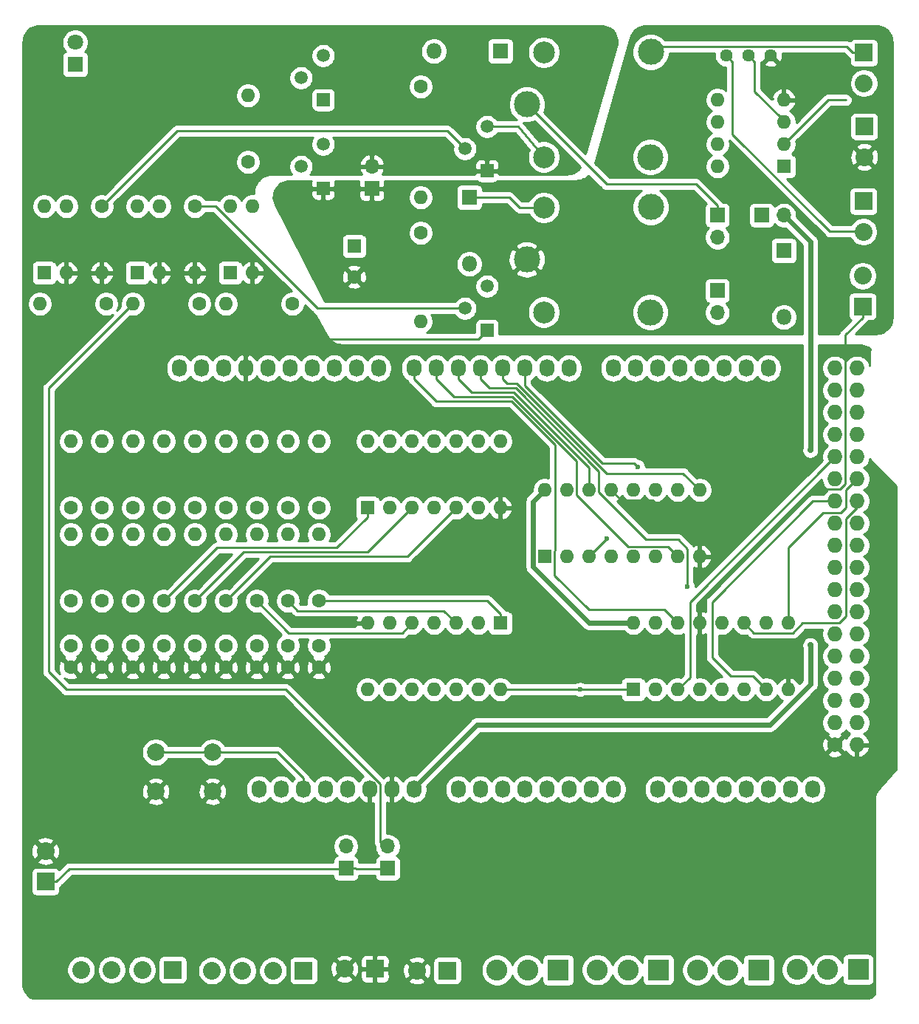
<source format=gbr>
G04 #@! TF.GenerationSoftware,KiCad,Pcbnew,(5.1.5)-3*
G04 #@! TF.CreationDate,2020-01-24T14:25:46-05:00*
G04 #@! TF.ProjectId,arduino_duo_shield,61726475-696e-46f5-9f64-756f5f736869,rev?*
G04 #@! TF.SameCoordinates,PX6258c20PY7445a00*
G04 #@! TF.FileFunction,Copper,L2,Bot*
G04 #@! TF.FilePolarity,Positive*
%FSLAX46Y46*%
G04 Gerber Fmt 4.6, Leading zero omitted, Abs format (unit mm)*
G04 Created by KiCad (PCBNEW (5.1.5)-3) date 2020-01-24 14:25:46*
%MOMM*%
%LPD*%
G04 APERTURE LIST*
%ADD10C,2.413000*%
%ADD11R,2.413000X2.413000*%
%ADD12C,2.032000*%
%ADD13R,2.032000X2.032000*%
%ADD14O,1.700000X1.700000*%
%ADD15R,1.700000X1.700000*%
%ADD16R,1.500000X1.500000*%
%ADD17C,1.500000*%
%ADD18O,1.600000X1.600000*%
%ADD19R,1.600000X1.600000*%
%ADD20C,1.800000*%
%ADD21R,1.800000X1.800000*%
%ADD22C,3.000000*%
%ADD23C,2.500000*%
%ADD24C,1.600000*%
%ADD25C,1.440000*%
%ADD26O,1.800000X1.800000*%
%ADD27C,2.000000*%
%ADD28C,1.727200*%
%ADD29O,1.727200X1.727200*%
%ADD30O,1.727200X2.032000*%
%ADD31C,0.600000*%
%ADD32C,0.700000*%
%ADD33C,0.250000*%
%ADD34C,0.600000*%
%ADD35C,0.254000*%
G04 APERTURE END LIST*
D10*
X89932300Y-17870000D03*
X93432420Y-17870000D03*
D11*
X96930000Y-17870000D03*
D10*
X78512300Y-17930000D03*
X82012420Y-17930000D03*
D11*
X85510000Y-17930000D03*
D10*
X67002300Y-17900000D03*
X70502420Y-17900000D03*
D11*
X74000000Y-17900000D03*
D10*
X55502300Y-17930000D03*
X59002420Y-17930000D03*
D11*
X62500000Y-17930000D03*
D12*
X38002420Y-17800000D03*
D13*
X41500000Y-17800000D03*
D12*
X97430000Y61627580D03*
D13*
X97430000Y58130000D03*
D12*
X3700000Y-4302420D03*
D13*
X3700000Y-7800000D03*
D12*
X97625000Y75242420D03*
D13*
X97625000Y78740000D03*
D12*
X97575000Y83702420D03*
D13*
X97575000Y87200000D03*
D12*
X97525000Y66677420D03*
D13*
X97525000Y70175000D03*
D12*
X46302420Y-18000000D03*
D13*
X49800000Y-18000000D03*
D12*
X22802180Y-18000000D03*
X26302300Y-18000000D03*
X29802420Y-18000000D03*
D13*
X33300000Y-18000000D03*
D12*
X7802180Y-17900000D03*
X11302300Y-17900000D03*
X14802420Y-17900000D03*
D13*
X18300000Y-17900000D03*
D14*
X42948000Y-3744000D03*
D15*
X42948000Y-6284000D03*
D14*
X38168000Y-3744000D03*
D15*
X38168000Y-6284000D03*
D14*
X88392000Y68580000D03*
D15*
X85852000Y68580000D03*
D16*
X54356000Y55372000D03*
D17*
X54356000Y60452000D03*
X51816000Y57912000D03*
D16*
X54356000Y73660000D03*
D17*
X54356000Y78740000D03*
X51816000Y76200000D03*
D16*
X35560000Y81788000D03*
D17*
X35560000Y86868000D03*
X33020000Y84328000D03*
D16*
X35560000Y71628000D03*
D17*
X35560000Y76708000D03*
X33020000Y74168000D03*
D14*
X41148000Y74168000D03*
D15*
X41148000Y71628000D03*
D18*
X80772000Y74168000D03*
X88392000Y81788000D03*
X80772000Y76708000D03*
X88392000Y79248000D03*
X80772000Y79248000D03*
X88392000Y76708000D03*
X80772000Y81788000D03*
D19*
X88392000Y74168000D03*
D20*
X7112000Y88392000D03*
D21*
X7112000Y85852000D03*
D22*
X58928000Y63500000D03*
D23*
X60878000Y69450000D03*
D22*
X73128000Y69500000D03*
X73078000Y57450000D03*
D23*
X60878000Y57450000D03*
D24*
X39116000Y61524000D03*
D19*
X39116000Y65024000D03*
D18*
X14224000Y69596000D03*
X16764000Y61976000D03*
X16764000Y69596000D03*
D19*
X14224000Y61976000D03*
D18*
X3556000Y69596000D03*
X6096000Y61976000D03*
X6096000Y69596000D03*
D19*
X3556000Y61976000D03*
D18*
X24892000Y69596000D03*
X27432000Y61976000D03*
X27432000Y69596000D03*
D19*
X24892000Y61976000D03*
D25*
X86868000Y86868000D03*
X84328000Y86868000D03*
X81788000Y86868000D03*
D18*
X27940000Y32004000D03*
D24*
X27940000Y24384000D03*
D18*
X27940000Y42672000D03*
D24*
X27940000Y35052000D03*
D18*
X31496000Y32004000D03*
D24*
X31496000Y24384000D03*
D18*
X31496000Y42672000D03*
D24*
X31496000Y35052000D03*
D18*
X20828000Y61976000D03*
D24*
X20828000Y69596000D03*
D18*
X10160000Y61976000D03*
D24*
X10160000Y69596000D03*
D18*
X13716000Y58420000D03*
D24*
X21336000Y58420000D03*
D18*
X46736000Y70612000D03*
D24*
X46736000Y83312000D03*
D18*
X3048000Y58420000D03*
D24*
X10668000Y58420000D03*
D18*
X26924000Y82296000D03*
D24*
X26924000Y74676000D03*
D18*
X35052000Y32004000D03*
D24*
X35052000Y24384000D03*
D18*
X35052000Y42672000D03*
D24*
X35052000Y35052000D03*
D18*
X24384000Y58420000D03*
D24*
X32004000Y58420000D03*
D18*
X6604000Y32004000D03*
D24*
X6604000Y24384000D03*
D18*
X6604000Y42672000D03*
D24*
X6604000Y35052000D03*
D18*
X10160000Y32004000D03*
D24*
X10160000Y24384000D03*
D18*
X10160000Y42672000D03*
D24*
X10160000Y35052000D03*
D18*
X13716000Y32004000D03*
D24*
X13716000Y24384000D03*
D18*
X13716000Y42672000D03*
D24*
X13716000Y35052000D03*
D18*
X17272000Y32004000D03*
D24*
X17272000Y24384000D03*
D18*
X17272000Y42672000D03*
D24*
X17272000Y35052000D03*
D18*
X20828000Y32004000D03*
D24*
X20828000Y24384000D03*
D18*
X20828000Y42672000D03*
D24*
X20828000Y35052000D03*
D18*
X24384000Y32004000D03*
D24*
X24384000Y24384000D03*
D18*
X24384000Y42672000D03*
D24*
X24384000Y35052000D03*
D18*
X46736000Y56388000D03*
D24*
X46736000Y66548000D03*
D22*
X58928000Y81280000D03*
D23*
X60878000Y87230000D03*
D22*
X73128000Y87280000D03*
X73078000Y75230000D03*
D23*
X60878000Y75230000D03*
D14*
X80772000Y66040000D03*
D15*
X80772000Y68580000D03*
D14*
X80772000Y57404000D03*
D15*
X80772000Y59944000D03*
D26*
X88392000Y56896000D03*
D21*
X88392000Y64516000D03*
X52324000Y70612000D03*
D26*
X52324000Y62992000D03*
D21*
X55880000Y87376000D03*
D26*
X48260000Y87376000D03*
D24*
X27940000Y19264000D03*
X27940000Y16764000D03*
X31496000Y19264000D03*
X31496000Y16764000D03*
X35052000Y19264000D03*
X35052000Y16764000D03*
X6604000Y19264000D03*
X6604000Y16764000D03*
X10160000Y19264000D03*
X10160000Y16764000D03*
X13716000Y19264000D03*
X13716000Y16764000D03*
X17272000Y19264000D03*
X17272000Y16764000D03*
X20828000Y19264000D03*
X20828000Y16764000D03*
X24384000Y19264000D03*
X24384000Y16764000D03*
D27*
X16360000Y2540000D03*
X16360000Y7040000D03*
X22860000Y2540000D03*
X22860000Y7040000D03*
D18*
X60960000Y37084000D03*
X78740000Y29464000D03*
X63500000Y37084000D03*
X76200000Y29464000D03*
X66040000Y37084000D03*
X73660000Y29464000D03*
X68580000Y37084000D03*
X71120000Y29464000D03*
X71120000Y37084000D03*
X68580000Y29464000D03*
X73660000Y37084000D03*
X66040000Y29464000D03*
X76200000Y37084000D03*
X63500000Y29464000D03*
X78740000Y37084000D03*
D19*
X60960000Y29464000D03*
D18*
X71120000Y21844000D03*
X88900000Y14224000D03*
X73660000Y21844000D03*
X86360000Y14224000D03*
X76200000Y21844000D03*
X83820000Y14224000D03*
X78740000Y21844000D03*
X81280000Y14224000D03*
X81280000Y21844000D03*
X78740000Y14224000D03*
X83820000Y21844000D03*
X76200000Y14224000D03*
X86360000Y21844000D03*
X73660000Y14224000D03*
X88900000Y21844000D03*
D19*
X71120000Y14224000D03*
D18*
X40640000Y42672000D03*
X55880000Y35052000D03*
X43180000Y42672000D03*
X53340000Y35052000D03*
X45720000Y42672000D03*
X50800000Y35052000D03*
X48260000Y42672000D03*
X48260000Y35052000D03*
X50800000Y42672000D03*
X45720000Y35052000D03*
X53340000Y42672000D03*
X43180000Y35052000D03*
X55880000Y42672000D03*
D19*
X40640000Y35052000D03*
D18*
X55880000Y14224000D03*
X40640000Y21844000D03*
X53340000Y14224000D03*
X43180000Y21844000D03*
X50800000Y14224000D03*
X45720000Y21844000D03*
X48260000Y14224000D03*
X48260000Y21844000D03*
X45720000Y14224000D03*
X50800000Y21844000D03*
X43180000Y14224000D03*
X53340000Y21844000D03*
X40640000Y14224000D03*
D19*
X55880000Y21844000D03*
D28*
X94234000Y7874000D03*
D29*
X96774000Y7874000D03*
X94234000Y10414000D03*
X96774000Y10414000D03*
X94234000Y12954000D03*
X96774000Y12954000D03*
X94234000Y15494000D03*
X96774000Y15494000D03*
X94234000Y18034000D03*
X96774000Y18034000D03*
X94234000Y20574000D03*
X96774000Y20574000D03*
X94234000Y23114000D03*
X96774000Y23114000D03*
X94234000Y25654000D03*
X96774000Y25654000D03*
X94234000Y28194000D03*
X96774000Y28194000D03*
X94234000Y30734000D03*
X96774000Y30734000D03*
X94234000Y33274000D03*
X96774000Y33274000D03*
X94234000Y35814000D03*
X96774000Y35814000D03*
X94234000Y38354000D03*
X96774000Y38354000D03*
X94234000Y40894000D03*
X96774000Y40894000D03*
X94234000Y43434000D03*
X96774000Y43434000D03*
X94234000Y45974000D03*
X96774000Y45974000D03*
X94234000Y48514000D03*
X96774000Y48514000D03*
X94234000Y51054000D03*
X96774000Y51054000D03*
D30*
X28194000Y2794000D03*
X30734000Y2794000D03*
X33274000Y2794000D03*
X35814000Y2794000D03*
X38354000Y2794000D03*
X40894000Y2794000D03*
X43434000Y2794000D03*
X45974000Y2794000D03*
X51054000Y2794000D03*
X53594000Y2794000D03*
X56134000Y2794000D03*
X58674000Y2794000D03*
X61214000Y2794000D03*
X63754000Y2794000D03*
X66294000Y2794000D03*
X68834000Y2794000D03*
X73914000Y2794000D03*
X76454000Y2794000D03*
X78994000Y2794000D03*
X81534000Y2794000D03*
X84074000Y2794000D03*
X86614000Y2794000D03*
X89154000Y2794000D03*
X91694000Y2794000D03*
X19050000Y51054000D03*
X21590000Y51054000D03*
X24130000Y51054000D03*
X26670000Y51054000D03*
X29210000Y51054000D03*
X31750000Y51054000D03*
X34290000Y51054000D03*
X36830000Y51054000D03*
X39370000Y51054000D03*
X41910000Y51054000D03*
X45974000Y51054000D03*
X48514000Y51054000D03*
X51054000Y51054000D03*
X53594000Y51054000D03*
X56134000Y51054000D03*
X58674000Y51054000D03*
X61214000Y51054000D03*
X63754000Y51054000D03*
X68834000Y51054000D03*
X71374000Y51054000D03*
X73914000Y51054000D03*
X76454000Y51054000D03*
X78994000Y51054000D03*
X81534000Y51054000D03*
X84074000Y51054000D03*
X86614000Y51054000D03*
D31*
X65024000Y14224000D03*
X68079999Y31496000D03*
X77325001Y26017001D03*
X71628000Y39740976D03*
D32*
X91440000Y19304000D03*
X91440000Y41656000D03*
D33*
X78740000Y30595370D02*
X78740000Y29464000D01*
X73376371Y35958999D02*
X78740000Y30595370D01*
X68580000Y37084000D02*
X69705001Y35958999D01*
X69705001Y35958999D02*
X73376371Y35958999D01*
X26670000Y52320000D02*
X26670000Y51054000D01*
X54356000Y55372000D02*
X53340000Y54356000D01*
X28706000Y54356000D02*
X26670000Y52320000D01*
X53340000Y54356000D02*
X28706000Y54356000D01*
X95422601Y37783471D02*
X94804529Y37165399D01*
X95422601Y54856601D02*
X95422601Y37783471D01*
X97430000Y58130000D02*
X97430000Y56864000D01*
X94804529Y37165399D02*
X93265399Y37165399D01*
X97430000Y56864000D02*
X95422601Y54856601D01*
X93265399Y37165399D02*
X92950000Y36850000D01*
D34*
X66079998Y21844000D02*
X71120000Y21844000D01*
X59659999Y28263999D02*
X66079998Y21844000D01*
X59659999Y35783999D02*
X59659999Y28263999D01*
X60960000Y37084000D02*
X59659999Y35783999D01*
D33*
X30294000Y7040000D02*
X22860000Y7040000D01*
X33274000Y4060000D02*
X30294000Y7040000D01*
X33274000Y2794000D02*
X33274000Y4060000D01*
X22860000Y7040000D02*
X16360000Y7040000D01*
X71120000Y14224000D02*
X65024000Y14224000D01*
X55880000Y14224000D02*
X65024000Y14224000D01*
X60878000Y69450000D02*
X58058000Y69450000D01*
X58058000Y69450000D02*
X56896000Y70612000D01*
X56896000Y70612000D02*
X52324000Y70612000D01*
X84836000Y15748000D02*
X86360000Y14224000D01*
X82296000Y15748000D02*
X84836000Y15748000D01*
X80154999Y17889001D02*
X82296000Y15748000D01*
X80154999Y24274999D02*
X80154999Y17889001D01*
X91694000Y35814000D02*
X80154999Y24274999D01*
X94234000Y35814000D02*
X91694000Y35814000D01*
X84945001Y20718999D02*
X83820000Y21844000D01*
X89440001Y20718999D02*
X84945001Y20718999D01*
X90565002Y21844000D02*
X89440001Y20718999D01*
X96774000Y35814000D02*
X96774000Y35033130D01*
X96774000Y35033130D02*
X95504000Y33763130D01*
X94723130Y21844000D02*
X90565002Y21844000D01*
X95504000Y33763130D02*
X95504000Y22624870D01*
X95504000Y22624870D02*
X94723130Y21844000D01*
X88900000Y30480000D02*
X88900000Y21844000D01*
X95504000Y37084000D02*
X95504000Y35052000D01*
X96774000Y38354000D02*
X95504000Y37084000D01*
X95504000Y35052000D02*
X94914601Y34462601D01*
X94914601Y34462601D02*
X92882601Y34462601D01*
X92882601Y34462601D02*
X88900000Y30480000D01*
X77614999Y15638999D02*
X77614999Y24274999D01*
X77614999Y24274999D02*
X94234000Y40894000D01*
X76200000Y14224000D02*
X77614999Y15638999D01*
X66040000Y29464000D02*
X68072000Y31496000D01*
X68072000Y31496000D02*
X68079999Y31496000D01*
X48518000Y47244000D02*
X57147180Y47244000D01*
X57147180Y47244000D02*
X62165795Y42225385D01*
X74676000Y23368000D02*
X76200000Y21844000D01*
X62085001Y27322999D02*
X66040000Y23368000D01*
X45974000Y51054000D02*
X45974000Y49788000D01*
X62165795Y30161795D02*
X62085001Y30081001D01*
X62085001Y30081001D02*
X62085001Y27322999D01*
X45974000Y49788000D02*
X48518000Y47244000D01*
X62165795Y42225385D02*
X62165795Y30161795D01*
X66040000Y23368000D02*
X74676000Y23368000D01*
X50550000Y47752000D02*
X57275590Y47752000D01*
X64625001Y36543999D02*
X70579999Y30589001D01*
X75074999Y30589001D02*
X76200000Y29464000D01*
X70579999Y30589001D02*
X75074999Y30589001D01*
X48514000Y49788000D02*
X50550000Y47752000D01*
X48514000Y51054000D02*
X48514000Y49788000D01*
X57275590Y47752000D02*
X64625001Y40402589D01*
X64625001Y40402589D02*
X64625001Y36543999D01*
X52582000Y48260000D02*
X51054000Y49788000D01*
X51054000Y49788000D02*
X51054000Y51054000D01*
X57404000Y48260000D02*
X52582000Y48260000D01*
X66040000Y37084000D02*
X66040000Y39624000D01*
X66040000Y39624000D02*
X57404000Y48260000D01*
X53594000Y49788000D02*
X54614000Y48768000D01*
X72573499Y31425499D02*
X76270501Y31425499D01*
X76270501Y31425499D02*
X77325001Y30370999D01*
X53594000Y51054000D02*
X53594000Y49788000D01*
X77325001Y30370999D02*
X77325001Y26017001D01*
X67165001Y39258177D02*
X67165001Y36833997D01*
X54614000Y48768000D02*
X57655178Y48768000D01*
X67165001Y36833997D02*
X72573499Y31425499D01*
X57655178Y48768000D02*
X67165001Y39258177D01*
X56134000Y51054000D02*
X56134000Y50901600D01*
X76825005Y38998995D02*
X68060594Y38998995D01*
X78740000Y37084000D02*
X76825005Y38998995D01*
X56134000Y49788000D02*
X56134000Y51054000D01*
X68060594Y38998995D02*
X57783589Y49276000D01*
X56646000Y49276000D02*
X56134000Y49788000D01*
X57783589Y49276000D02*
X56646000Y49276000D01*
X71236976Y40132000D02*
X71628000Y39740976D01*
X67564000Y40132000D02*
X71236976Y40132000D01*
X58674000Y51054000D02*
X58674000Y49022000D01*
X58674000Y49022000D02*
X67564000Y40132000D01*
X29464000Y29464000D02*
X24384000Y24384000D01*
X50800000Y35052000D02*
X45212000Y29464000D01*
X45212000Y29464000D02*
X29464000Y29464000D01*
X26416000Y29972000D02*
X20828000Y24384000D01*
X45720000Y35052000D02*
X40640000Y29972000D01*
X40640000Y29972000D02*
X26416000Y29972000D01*
X23368000Y30480000D02*
X17272000Y24384000D01*
X37118000Y30480000D02*
X23368000Y30480000D01*
X40640000Y35052000D02*
X40640000Y34002000D01*
X40640000Y34002000D02*
X37118000Y30480000D01*
X54390000Y24384000D02*
X55880000Y22894000D01*
X55880000Y22894000D02*
X55880000Y21844000D01*
X35052000Y24384000D02*
X54390000Y24384000D01*
X49385001Y23258999D02*
X50800000Y21844000D01*
X32621001Y23258999D02*
X49385001Y23258999D01*
X31496000Y24384000D02*
X32621001Y23258999D01*
X44594999Y20718999D02*
X45720000Y21844000D01*
X31605001Y20718999D02*
X44594999Y20718999D01*
X27940000Y24384000D02*
X31605001Y20718999D01*
X57912000Y78740000D02*
X60878000Y75230000D01*
X54356000Y78740000D02*
X57912000Y78740000D01*
X93472000Y81788000D02*
X88392000Y76708000D01*
X95504000Y81788000D02*
X93472000Y81788000D01*
X95595999Y87913001D02*
X74013001Y87913001D01*
X97575000Y87200000D02*
X96309000Y87200000D01*
X96309000Y87200000D02*
X95595999Y87913001D01*
X74013001Y87913001D02*
X72950000Y86850000D01*
X80772000Y69680000D02*
X78316000Y72136000D01*
X80772000Y68580000D02*
X80772000Y69680000D01*
X68072000Y72136000D02*
X58928000Y81280000D01*
X78316000Y72136000D02*
X68072000Y72136000D01*
X18796000Y78232000D02*
X10160000Y69596000D01*
X49784000Y78232000D02*
X18796000Y78232000D01*
X51816000Y76200000D02*
X49784000Y78232000D01*
X23226998Y69596000D02*
X20828000Y69596000D01*
X34910998Y57912000D02*
X23226998Y69596000D01*
X51816000Y57912000D02*
X34910998Y57912000D01*
X85047999Y86148001D02*
X85047999Y82752001D01*
X84328000Y86868000D02*
X85047999Y86148001D01*
X85047999Y82752001D02*
X87950000Y79850000D01*
X82507999Y77866999D02*
X93674998Y66700000D01*
X93674998Y66700000D02*
X97700000Y66700000D01*
X82507999Y86148001D02*
X82507999Y77866999D01*
X81788000Y86868000D02*
X82507999Y86148001D01*
D34*
X45974000Y2946400D02*
X53187600Y10160000D01*
X45974000Y2794000D02*
X45974000Y2946400D01*
X91440000Y14839998D02*
X91440000Y19304000D01*
X53187600Y10160000D02*
X86760002Y10160000D01*
X86760002Y10160000D02*
X91440000Y14839998D01*
X91440000Y65532000D02*
X88392000Y68580000D01*
X91440000Y41656000D02*
X91440000Y65532000D01*
D33*
X4064000Y48768000D02*
X13716000Y58420000D01*
X4064000Y16256000D02*
X4064000Y48768000D01*
X31297348Y14224000D02*
X6096000Y14224000D01*
X42082610Y3438738D02*
X31297348Y14224000D01*
X6096000Y14224000D02*
X4064000Y16256000D01*
X42082610Y3438738D02*
X42082610Y-3282610D01*
X42082610Y-3282610D02*
X42950000Y-4150000D01*
X4966000Y-7800000D02*
X6466000Y-6300000D01*
X3700000Y-7800000D02*
X4966000Y-7800000D01*
X6466000Y-6300000D02*
X38100000Y-6300000D01*
X39268000Y-6284000D02*
X39284000Y-6300000D01*
X38168000Y-6284000D02*
X39268000Y-6284000D01*
X39284000Y-6300000D02*
X43100000Y-6300000D01*
D35*
G36*
X99216504Y90277615D02*
G01*
X99477593Y90220819D01*
X99727940Y90127444D01*
X99962445Y89999395D01*
X100176338Y89839276D01*
X100365276Y89650338D01*
X100525395Y89436445D01*
X100653444Y89201940D01*
X100746819Y88951593D01*
X100803615Y88690504D01*
X100823000Y88419470D01*
X100823000Y56868530D01*
X100803615Y56597496D01*
X100746819Y56336407D01*
X100653444Y56086060D01*
X100525395Y55851555D01*
X100365276Y55637662D01*
X100176338Y55448724D01*
X99962445Y55288605D01*
X99727940Y55160556D01*
X99477593Y55067181D01*
X99216504Y55010385D01*
X98945470Y54991000D01*
X96631801Y54991000D01*
X97941003Y56300201D01*
X97970001Y56323999D01*
X98004618Y56366180D01*
X98064974Y56439723D01*
X98084326Y56475928D01*
X98446000Y56475928D01*
X98570482Y56488188D01*
X98690180Y56524498D01*
X98800494Y56583463D01*
X98897185Y56662815D01*
X98976537Y56759506D01*
X99035502Y56869820D01*
X99071812Y56989518D01*
X99084072Y57114000D01*
X99084072Y59146000D01*
X99071812Y59270482D01*
X99035502Y59390180D01*
X98976537Y59500494D01*
X98897185Y59597185D01*
X98800494Y59676537D01*
X98690180Y59735502D01*
X98570482Y59771812D01*
X98446000Y59784072D01*
X96414000Y59784072D01*
X96289518Y59771812D01*
X96169820Y59735502D01*
X96059506Y59676537D01*
X95962815Y59597185D01*
X95883463Y59500494D01*
X95824498Y59390180D01*
X95788188Y59270482D01*
X95775928Y59146000D01*
X95775928Y57114000D01*
X95788188Y56989518D01*
X95824498Y56869820D01*
X95883463Y56759506D01*
X95962815Y56662815D01*
X96059506Y56583463D01*
X96069382Y56578184D01*
X94911604Y55420405D01*
X94882600Y55396602D01*
X94827472Y55329427D01*
X94787627Y55280877D01*
X94717056Y55148848D01*
X94717055Y55148847D01*
X94673598Y55005586D01*
X94672161Y54991000D01*
X92375000Y54991000D01*
X92375000Y61790189D01*
X95779000Y61790189D01*
X95779000Y61464971D01*
X95842447Y61146001D01*
X95966903Y60845538D01*
X96147585Y60575129D01*
X96377549Y60345165D01*
X96647958Y60164483D01*
X96948421Y60040027D01*
X97267391Y59976580D01*
X97592609Y59976580D01*
X97911579Y60040027D01*
X98212042Y60164483D01*
X98482451Y60345165D01*
X98712415Y60575129D01*
X98893097Y60845538D01*
X99017553Y61146001D01*
X99081000Y61464971D01*
X99081000Y61790189D01*
X99017553Y62109159D01*
X98893097Y62409622D01*
X98712415Y62680031D01*
X98482451Y62909995D01*
X98212042Y63090677D01*
X97911579Y63215133D01*
X97592609Y63278580D01*
X97267391Y63278580D01*
X96948421Y63215133D01*
X96647958Y63090677D01*
X96377549Y62909995D01*
X96147585Y62680031D01*
X95966903Y62409622D01*
X95842447Y62109159D01*
X95779000Y61790189D01*
X92375000Y61790189D01*
X92375000Y65486068D01*
X92379524Y65532000D01*
X92361471Y65715292D01*
X92328495Y65824000D01*
X92308007Y65891540D01*
X92221186Y66053972D01*
X92104344Y66196344D01*
X92068659Y66225630D01*
X89874271Y68420018D01*
X89877000Y68433740D01*
X89877000Y68726260D01*
X89819932Y69013158D01*
X89707990Y69283411D01*
X89545475Y69526632D01*
X89338632Y69733475D01*
X89095411Y69895990D01*
X88825158Y70007932D01*
X88538260Y70065000D01*
X88245740Y70065000D01*
X87958842Y70007932D01*
X87688589Y69895990D01*
X87445368Y69733475D01*
X87313513Y69601620D01*
X87291502Y69674180D01*
X87232537Y69784494D01*
X87153185Y69881185D01*
X87056494Y69960537D01*
X86946180Y70019502D01*
X86826482Y70055812D01*
X86702000Y70068072D01*
X85002000Y70068072D01*
X84877518Y70055812D01*
X84757820Y70019502D01*
X84647506Y69960537D01*
X84550815Y69881185D01*
X84471463Y69784494D01*
X84412498Y69674180D01*
X84376188Y69554482D01*
X84363928Y69430000D01*
X84363928Y67730000D01*
X84376188Y67605518D01*
X84412498Y67485820D01*
X84471463Y67375506D01*
X84550815Y67278815D01*
X84647506Y67199463D01*
X84757820Y67140498D01*
X84877518Y67104188D01*
X85002000Y67091928D01*
X86702000Y67091928D01*
X86826482Y67104188D01*
X86946180Y67140498D01*
X87056494Y67199463D01*
X87153185Y67278815D01*
X87232537Y67375506D01*
X87291502Y67485820D01*
X87313513Y67558380D01*
X87445368Y67426525D01*
X87688589Y67264010D01*
X87958842Y67152068D01*
X88245740Y67095000D01*
X88538260Y67095000D01*
X88551982Y67097729D01*
X90505001Y65144710D01*
X90505001Y54991000D01*
X55744072Y54991000D01*
X55744072Y56122000D01*
X55731812Y56246482D01*
X55695502Y56366180D01*
X55636537Y56476494D01*
X55557185Y56573185D01*
X55460494Y56652537D01*
X55350180Y56711502D01*
X55230482Y56747812D01*
X55106000Y56760072D01*
X53606000Y56760072D01*
X53481518Y56747812D01*
X53361820Y56711502D01*
X53251506Y56652537D01*
X53154815Y56573185D01*
X53075463Y56476494D01*
X53016498Y56366180D01*
X52980188Y56246482D01*
X52967928Y56122000D01*
X52967928Y55116000D01*
X47414954Y55116000D01*
X47415727Y55116320D01*
X47650759Y55273363D01*
X47850637Y55473241D01*
X48007680Y55708273D01*
X48115853Y55969426D01*
X48171000Y56246665D01*
X48171000Y56529335D01*
X48115853Y56806574D01*
X48007680Y57067727D01*
X47951371Y57152000D01*
X50658091Y57152000D01*
X50740201Y57029114D01*
X50933114Y56836201D01*
X51159957Y56684629D01*
X51412011Y56580225D01*
X51679589Y56527000D01*
X51952411Y56527000D01*
X52219989Y56580225D01*
X52472043Y56684629D01*
X52698886Y56836201D01*
X52891799Y57029114D01*
X53043371Y57255957D01*
X53147775Y57508011D01*
X53173165Y57635656D01*
X58993000Y57635656D01*
X58993000Y57264344D01*
X59065439Y56900166D01*
X59207534Y56557118D01*
X59413825Y56248382D01*
X59676382Y55985825D01*
X59985118Y55779534D01*
X60328166Y55637439D01*
X60692344Y55565000D01*
X61063656Y55565000D01*
X61427834Y55637439D01*
X61770882Y55779534D01*
X62079618Y55985825D01*
X62342175Y56248382D01*
X62548466Y56557118D01*
X62690561Y56900166D01*
X62763000Y57264344D01*
X62763000Y57635656D01*
X62758103Y57660279D01*
X70943000Y57660279D01*
X70943000Y57239721D01*
X71025047Y56827244D01*
X71185988Y56438698D01*
X71419637Y56089017D01*
X71717017Y55791637D01*
X72066698Y55557988D01*
X72455244Y55397047D01*
X72867721Y55315000D01*
X73288279Y55315000D01*
X73700756Y55397047D01*
X74089302Y55557988D01*
X74438983Y55791637D01*
X74736363Y56089017D01*
X74970012Y56438698D01*
X75130953Y56827244D01*
X75213000Y57239721D01*
X75213000Y57660279D01*
X75130953Y58072756D01*
X74970012Y58461302D01*
X74736363Y58810983D01*
X74438983Y59108363D01*
X74089302Y59342012D01*
X73700756Y59502953D01*
X73288279Y59585000D01*
X72867721Y59585000D01*
X72455244Y59502953D01*
X72066698Y59342012D01*
X71717017Y59108363D01*
X71419637Y58810983D01*
X71185988Y58461302D01*
X71025047Y58072756D01*
X70943000Y57660279D01*
X62758103Y57660279D01*
X62690561Y57999834D01*
X62548466Y58342882D01*
X62342175Y58651618D01*
X62079618Y58914175D01*
X61770882Y59120466D01*
X61427834Y59262561D01*
X61063656Y59335000D01*
X60692344Y59335000D01*
X60328166Y59262561D01*
X59985118Y59120466D01*
X59676382Y58914175D01*
X59413825Y58651618D01*
X59207534Y58342882D01*
X59065439Y57999834D01*
X58993000Y57635656D01*
X53173165Y57635656D01*
X53201000Y57775589D01*
X53201000Y58048411D01*
X53147775Y58315989D01*
X53043371Y58568043D01*
X52891799Y58794886D01*
X52698886Y58987799D01*
X52472043Y59139371D01*
X52219989Y59243775D01*
X51952411Y59297000D01*
X51679589Y59297000D01*
X51412011Y59243775D01*
X51159957Y59139371D01*
X50933114Y58987799D01*
X50740201Y58794886D01*
X50658091Y58672000D01*
X35776411Y58672000D01*
X34820201Y60531298D01*
X38302903Y60531298D01*
X38374486Y60287329D01*
X38629996Y60166429D01*
X38904184Y60097700D01*
X39186512Y60083783D01*
X39466130Y60125213D01*
X39732292Y60220397D01*
X39857514Y60287329D01*
X39929097Y60531298D01*
X39871984Y60588411D01*
X52971000Y60588411D01*
X52971000Y60315589D01*
X53024225Y60048011D01*
X53128629Y59795957D01*
X53280201Y59569114D01*
X53473114Y59376201D01*
X53699957Y59224629D01*
X53952011Y59120225D01*
X54219589Y59067000D01*
X54492411Y59067000D01*
X54759989Y59120225D01*
X55012043Y59224629D01*
X55238886Y59376201D01*
X55431799Y59569114D01*
X55583371Y59795957D01*
X55687775Y60048011D01*
X55741000Y60315589D01*
X55741000Y60588411D01*
X55700106Y60794000D01*
X79283928Y60794000D01*
X79283928Y59094000D01*
X79296188Y58969518D01*
X79332498Y58849820D01*
X79391463Y58739506D01*
X79470815Y58642815D01*
X79567506Y58563463D01*
X79677820Y58504498D01*
X79750380Y58482487D01*
X79618525Y58350632D01*
X79456010Y58107411D01*
X79344068Y57837158D01*
X79287000Y57550260D01*
X79287000Y57257740D01*
X79344068Y56970842D01*
X79456010Y56700589D01*
X79618525Y56457368D01*
X79825368Y56250525D01*
X80068589Y56088010D01*
X80338842Y55976068D01*
X80625740Y55919000D01*
X80918260Y55919000D01*
X81205158Y55976068D01*
X81475411Y56088010D01*
X81718632Y56250525D01*
X81925475Y56457368D01*
X82087990Y56700589D01*
X82199932Y56970842D01*
X82215117Y57047184D01*
X86857000Y57047184D01*
X86857000Y56744816D01*
X86915989Y56448257D01*
X87031701Y56168905D01*
X87199688Y55917495D01*
X87413495Y55703688D01*
X87664905Y55535701D01*
X87944257Y55419989D01*
X88240816Y55361000D01*
X88543184Y55361000D01*
X88839743Y55419989D01*
X89119095Y55535701D01*
X89370505Y55703688D01*
X89584312Y55917495D01*
X89752299Y56168905D01*
X89868011Y56448257D01*
X89927000Y56744816D01*
X89927000Y57047184D01*
X89868011Y57343743D01*
X89752299Y57623095D01*
X89584312Y57874505D01*
X89370505Y58088312D01*
X89119095Y58256299D01*
X88839743Y58372011D01*
X88543184Y58431000D01*
X88240816Y58431000D01*
X87944257Y58372011D01*
X87664905Y58256299D01*
X87413495Y58088312D01*
X87199688Y57874505D01*
X87031701Y57623095D01*
X86915989Y57343743D01*
X86857000Y57047184D01*
X82215117Y57047184D01*
X82257000Y57257740D01*
X82257000Y57550260D01*
X82199932Y57837158D01*
X82087990Y58107411D01*
X81925475Y58350632D01*
X81793620Y58482487D01*
X81866180Y58504498D01*
X81976494Y58563463D01*
X82073185Y58642815D01*
X82152537Y58739506D01*
X82211502Y58849820D01*
X82247812Y58969518D01*
X82260072Y59094000D01*
X82260072Y60794000D01*
X82247812Y60918482D01*
X82211502Y61038180D01*
X82152537Y61148494D01*
X82073185Y61245185D01*
X81976494Y61324537D01*
X81866180Y61383502D01*
X81746482Y61419812D01*
X81622000Y61432072D01*
X79922000Y61432072D01*
X79797518Y61419812D01*
X79677820Y61383502D01*
X79567506Y61324537D01*
X79470815Y61245185D01*
X79391463Y61148494D01*
X79332498Y61038180D01*
X79296188Y60918482D01*
X79283928Y60794000D01*
X55700106Y60794000D01*
X55687775Y60855989D01*
X55583371Y61108043D01*
X55431799Y61334886D01*
X55238886Y61527799D01*
X55012043Y61679371D01*
X54759989Y61783775D01*
X54492411Y61837000D01*
X54219589Y61837000D01*
X53952011Y61783775D01*
X53699957Y61679371D01*
X53473114Y61527799D01*
X53280201Y61334886D01*
X53128629Y61108043D01*
X53024225Y60855989D01*
X52971000Y60588411D01*
X39871984Y60588411D01*
X39116000Y61344395D01*
X38302903Y60531298D01*
X34820201Y60531298D01*
X34345932Y61453488D01*
X37675783Y61453488D01*
X37717213Y61173870D01*
X37812397Y60907708D01*
X37879329Y60782486D01*
X38123298Y60710903D01*
X38936395Y61524000D01*
X39295605Y61524000D01*
X40108702Y60710903D01*
X40352671Y60782486D01*
X40473571Y61037996D01*
X40542300Y61312184D01*
X40556217Y61594512D01*
X40514787Y61874130D01*
X40419603Y62140292D01*
X40352671Y62265514D01*
X40108702Y62337097D01*
X39295605Y61524000D01*
X38936395Y61524000D01*
X38123298Y62337097D01*
X37879329Y62265514D01*
X37758429Y62010004D01*
X37689700Y61735816D01*
X37675783Y61453488D01*
X34345932Y61453488D01*
X33799137Y62516702D01*
X38302903Y62516702D01*
X39116000Y61703605D01*
X39929097Y62516702D01*
X39857514Y62760671D01*
X39602004Y62881571D01*
X39327816Y62950300D01*
X39045488Y62964217D01*
X38765870Y62922787D01*
X38499708Y62827603D01*
X38374486Y62760671D01*
X38302903Y62516702D01*
X33799137Y62516702D01*
X33476947Y63143184D01*
X50789000Y63143184D01*
X50789000Y62840816D01*
X50847989Y62544257D01*
X50963701Y62264905D01*
X51131688Y62013495D01*
X51345495Y61799688D01*
X51596905Y61631701D01*
X51876257Y61515989D01*
X52172816Y61457000D01*
X52475184Y61457000D01*
X52771743Y61515989D01*
X53051095Y61631701D01*
X53302505Y61799688D01*
X53511164Y62008347D01*
X57615952Y62008347D01*
X57771962Y61692786D01*
X58146745Y61501980D01*
X58551551Y61387956D01*
X58970824Y61355098D01*
X59388451Y61404666D01*
X59788383Y61534757D01*
X60084038Y61692786D01*
X60240048Y62008347D01*
X58928000Y63320395D01*
X57615952Y62008347D01*
X53511164Y62008347D01*
X53516312Y62013495D01*
X53684299Y62264905D01*
X53800011Y62544257D01*
X53859000Y62840816D01*
X53859000Y63143184D01*
X53800011Y63439743D01*
X53792790Y63457176D01*
X56783098Y63457176D01*
X56832666Y63039549D01*
X56962757Y62639617D01*
X57120786Y62343962D01*
X57436347Y62187952D01*
X58748395Y63500000D01*
X59107605Y63500000D01*
X60419653Y62187952D01*
X60735214Y62343962D01*
X60926020Y62718745D01*
X61040044Y63123551D01*
X61072902Y63542824D01*
X61023334Y63960451D01*
X60893243Y64360383D01*
X60735214Y64656038D01*
X60419653Y64812048D01*
X59107605Y63500000D01*
X58748395Y63500000D01*
X57436347Y64812048D01*
X57120786Y64656038D01*
X56929980Y64281255D01*
X56815956Y63876449D01*
X56783098Y63457176D01*
X53792790Y63457176D01*
X53684299Y63719095D01*
X53516312Y63970505D01*
X53302505Y64184312D01*
X53051095Y64352299D01*
X52771743Y64468011D01*
X52475184Y64527000D01*
X52172816Y64527000D01*
X51876257Y64468011D01*
X51596905Y64352299D01*
X51345495Y64184312D01*
X51131688Y63970505D01*
X50963701Y63719095D01*
X50847989Y63439743D01*
X50789000Y63143184D01*
X33476947Y63143184D01*
X32098241Y65824000D01*
X37677928Y65824000D01*
X37677928Y64224000D01*
X37690188Y64099518D01*
X37726498Y63979820D01*
X37785463Y63869506D01*
X37864815Y63772815D01*
X37961506Y63693463D01*
X38071820Y63634498D01*
X38191518Y63598188D01*
X38316000Y63585928D01*
X39916000Y63585928D01*
X40040482Y63598188D01*
X40160180Y63634498D01*
X40270494Y63693463D01*
X40367185Y63772815D01*
X40446537Y63869506D01*
X40505502Y63979820D01*
X40541812Y64099518D01*
X40554072Y64224000D01*
X40554072Y64991653D01*
X57615952Y64991653D01*
X58928000Y63679605D01*
X60240048Y64991653D01*
X60084038Y65307214D01*
X59709255Y65498020D01*
X59304449Y65612044D01*
X58885176Y65644902D01*
X58467549Y65595334D01*
X58067617Y65465243D01*
X57771962Y65307214D01*
X57615952Y64991653D01*
X40554072Y64991653D01*
X40554072Y65824000D01*
X40541812Y65948482D01*
X40505502Y66068180D01*
X40446537Y66178494D01*
X40367185Y66275185D01*
X40270494Y66354537D01*
X40160180Y66413502D01*
X40040482Y66449812D01*
X39916000Y66462072D01*
X38316000Y66462072D01*
X38191518Y66449812D01*
X38071820Y66413502D01*
X37961506Y66354537D01*
X37864815Y66275185D01*
X37785463Y66178494D01*
X37726498Y66068180D01*
X37690188Y65948482D01*
X37677928Y65824000D01*
X32098241Y65824000D01*
X31653212Y66689335D01*
X45301000Y66689335D01*
X45301000Y66406665D01*
X45356147Y66129426D01*
X45464320Y65868273D01*
X45621363Y65633241D01*
X45821241Y65433363D01*
X46056273Y65276320D01*
X46317426Y65168147D01*
X46594665Y65113000D01*
X46877335Y65113000D01*
X47154574Y65168147D01*
X47415727Y65276320D01*
X47650759Y65433363D01*
X47850637Y65633241D01*
X48007680Y65868273D01*
X48115853Y66129426D01*
X48171000Y66406665D01*
X48171000Y66689335D01*
X48115853Y66966574D01*
X48007680Y67227727D01*
X47850637Y67462759D01*
X47650759Y67662637D01*
X47415727Y67819680D01*
X47154574Y67927853D01*
X46877335Y67983000D01*
X46594665Y67983000D01*
X46317426Y67927853D01*
X46056273Y67819680D01*
X45821241Y67662637D01*
X45621363Y67462759D01*
X45464320Y67227727D01*
X45356147Y66966574D01*
X45301000Y66689335D01*
X31653212Y66689335D01*
X30062047Y69783265D01*
X29953269Y70039157D01*
X29884088Y70303667D01*
X29854158Y70575431D01*
X29864119Y70848661D01*
X29869535Y70878000D01*
X34171928Y70878000D01*
X34184188Y70753518D01*
X34220498Y70633820D01*
X34279463Y70523506D01*
X34358815Y70426815D01*
X34455506Y70347463D01*
X34565820Y70288498D01*
X34685518Y70252188D01*
X34810000Y70239928D01*
X35274250Y70243000D01*
X35433000Y70401750D01*
X35433000Y71501000D01*
X35687000Y71501000D01*
X35687000Y70401750D01*
X35845750Y70243000D01*
X36310000Y70239928D01*
X36434482Y70252188D01*
X36554180Y70288498D01*
X36664494Y70347463D01*
X36761185Y70426815D01*
X36840537Y70523506D01*
X36899502Y70633820D01*
X36935812Y70753518D01*
X36938223Y70778000D01*
X39659928Y70778000D01*
X39672188Y70653518D01*
X39708498Y70533820D01*
X39767463Y70423506D01*
X39846815Y70326815D01*
X39943506Y70247463D01*
X40053820Y70188498D01*
X40173518Y70152188D01*
X40298000Y70139928D01*
X40862250Y70143000D01*
X41021000Y70301750D01*
X41021000Y71501000D01*
X41275000Y71501000D01*
X41275000Y70301750D01*
X41433750Y70143000D01*
X41998000Y70139928D01*
X42122482Y70152188D01*
X42242180Y70188498D01*
X42352494Y70247463D01*
X42449185Y70326815D01*
X42528537Y70423506D01*
X42587502Y70533820D01*
X42623812Y70653518D01*
X42633642Y70753335D01*
X45301000Y70753335D01*
X45301000Y70470665D01*
X45356147Y70193426D01*
X45464320Y69932273D01*
X45621363Y69697241D01*
X45821241Y69497363D01*
X46056273Y69340320D01*
X46317426Y69232147D01*
X46594665Y69177000D01*
X46877335Y69177000D01*
X47154574Y69232147D01*
X47415727Y69340320D01*
X47650759Y69497363D01*
X47850637Y69697241D01*
X48007680Y69932273D01*
X48115853Y70193426D01*
X48171000Y70470665D01*
X48171000Y70753335D01*
X48115853Y71030574D01*
X48007680Y71291727D01*
X47860499Y71512000D01*
X50785928Y71512000D01*
X50785928Y69712000D01*
X50798188Y69587518D01*
X50834498Y69467820D01*
X50893463Y69357506D01*
X50972815Y69260815D01*
X51069506Y69181463D01*
X51179820Y69122498D01*
X51299518Y69086188D01*
X51424000Y69073928D01*
X53224000Y69073928D01*
X53348482Y69086188D01*
X53468180Y69122498D01*
X53578494Y69181463D01*
X53675185Y69260815D01*
X53754537Y69357506D01*
X53813502Y69467820D01*
X53849812Y69587518D01*
X53862072Y69712000D01*
X53862072Y69852000D01*
X56581199Y69852000D01*
X57494201Y68938997D01*
X57517999Y68909999D01*
X57633724Y68815026D01*
X57765753Y68744454D01*
X57909014Y68700997D01*
X58020667Y68690000D01*
X58020676Y68690000D01*
X58057999Y68686324D01*
X58095322Y68690000D01*
X59152493Y68690000D01*
X59207534Y68557118D01*
X59413825Y68248382D01*
X59676382Y67985825D01*
X59985118Y67779534D01*
X60328166Y67637439D01*
X60692344Y67565000D01*
X61063656Y67565000D01*
X61427834Y67637439D01*
X61770882Y67779534D01*
X62079618Y67985825D01*
X62342175Y68248382D01*
X62548466Y68557118D01*
X62690561Y68900166D01*
X62763000Y69264344D01*
X62763000Y69635656D01*
X62690561Y69999834D01*
X62548466Y70342882D01*
X62342175Y70651618D01*
X62079618Y70914175D01*
X61770882Y71120466D01*
X61427834Y71262561D01*
X61063656Y71335000D01*
X60692344Y71335000D01*
X60328166Y71262561D01*
X59985118Y71120466D01*
X59676382Y70914175D01*
X59413825Y70651618D01*
X59207534Y70342882D01*
X59152493Y70210000D01*
X58372802Y70210000D01*
X57459804Y71122997D01*
X57436001Y71152001D01*
X57320276Y71246974D01*
X57188247Y71317546D01*
X57044986Y71361003D01*
X56933333Y71372000D01*
X56933322Y71372000D01*
X56896000Y71375676D01*
X56858678Y71372000D01*
X53862072Y71372000D01*
X53862072Y71512000D01*
X53849812Y71636482D01*
X53813502Y71756180D01*
X53754537Y71866494D01*
X53675185Y71963185D01*
X53578494Y72042537D01*
X53468180Y72101502D01*
X53348482Y72137812D01*
X53224000Y72150072D01*
X51424000Y72150072D01*
X51299518Y72137812D01*
X51179820Y72101502D01*
X51069506Y72042537D01*
X50972815Y71963185D01*
X50893463Y71866494D01*
X50834498Y71756180D01*
X50798188Y71636482D01*
X50785928Y71512000D01*
X47860499Y71512000D01*
X47850637Y71526759D01*
X47650759Y71726637D01*
X47415727Y71883680D01*
X47154574Y71991853D01*
X46877335Y72047000D01*
X46594665Y72047000D01*
X46317426Y71991853D01*
X46056273Y71883680D01*
X45821241Y71726637D01*
X45621363Y71526759D01*
X45464320Y71291727D01*
X45356147Y71030574D01*
X45301000Y70753335D01*
X42633642Y70753335D01*
X42636072Y70778000D01*
X42633000Y71342250D01*
X42474250Y71501000D01*
X41275000Y71501000D01*
X41021000Y71501000D01*
X39821750Y71501000D01*
X39663000Y71342250D01*
X39659928Y70778000D01*
X36938223Y70778000D01*
X36948072Y70878000D01*
X36945000Y71342250D01*
X36786250Y71501000D01*
X35687000Y71501000D01*
X35433000Y71501000D01*
X34333750Y71501000D01*
X34175000Y71342250D01*
X34171928Y70878000D01*
X29869535Y70878000D01*
X29913757Y71117517D01*
X30002018Y71376292D01*
X30127013Y71619448D01*
X30286086Y71841817D01*
X30475841Y72038653D01*
X30692238Y72205762D01*
X30930653Y72339576D01*
X31186021Y72437252D01*
X31452884Y72496702D01*
X31730202Y72517000D01*
X34188592Y72517000D01*
X34184188Y72502482D01*
X34171928Y72378000D01*
X34175000Y71913750D01*
X34333750Y71755000D01*
X35433000Y71755000D01*
X35433000Y71775000D01*
X35687000Y71775000D01*
X35687000Y71755000D01*
X36786250Y71755000D01*
X36945000Y71913750D01*
X36948072Y72378000D01*
X36935812Y72502482D01*
X36931408Y72517000D01*
X39663769Y72517000D01*
X39659928Y72478000D01*
X39663000Y71913750D01*
X39821750Y71755000D01*
X41021000Y71755000D01*
X41021000Y71775000D01*
X41275000Y71775000D01*
X41275000Y71755000D01*
X42474250Y71755000D01*
X42633000Y71913750D01*
X42636072Y72478000D01*
X42632231Y72517000D01*
X53107064Y72517000D01*
X53154815Y72458815D01*
X53251506Y72379463D01*
X53361820Y72320498D01*
X53481518Y72284188D01*
X53606000Y72271928D01*
X55106000Y72271928D01*
X55230482Y72284188D01*
X55350180Y72320498D01*
X55460494Y72379463D01*
X55557185Y72458815D01*
X55604936Y72517000D01*
X64531397Y72517000D01*
X64540509Y72517327D01*
X64826744Y72537916D01*
X64844779Y72540524D01*
X65125121Y72601866D01*
X65142597Y72607029D01*
X65411274Y72707861D01*
X65427832Y72715471D01*
X65679313Y72853718D01*
X65694611Y72863620D01*
X65923717Y73036435D01*
X65937440Y73048424D01*
X66010778Y73122420D01*
X67508200Y71624998D01*
X67531999Y71595999D01*
X67647724Y71501026D01*
X67779753Y71430454D01*
X67923014Y71386997D01*
X68034667Y71376000D01*
X68034677Y71376000D01*
X68072000Y71372324D01*
X68109323Y71376000D01*
X72092734Y71376000D01*
X71767017Y71158363D01*
X71469637Y70860983D01*
X71235988Y70511302D01*
X71075047Y70122756D01*
X70993000Y69710279D01*
X70993000Y69289721D01*
X71075047Y68877244D01*
X71235988Y68488698D01*
X71469637Y68139017D01*
X71767017Y67841637D01*
X72116698Y67607988D01*
X72505244Y67447047D01*
X72917721Y67365000D01*
X73338279Y67365000D01*
X73750756Y67447047D01*
X74139302Y67607988D01*
X74488983Y67841637D01*
X74786363Y68139017D01*
X75020012Y68488698D01*
X75180953Y68877244D01*
X75263000Y69289721D01*
X75263000Y69710279D01*
X75180953Y70122756D01*
X75020012Y70511302D01*
X74786363Y70860983D01*
X74488983Y71158363D01*
X74163266Y71376000D01*
X78001199Y71376000D01*
X79484655Y69892543D01*
X79470815Y69881185D01*
X79391463Y69784494D01*
X79332498Y69674180D01*
X79296188Y69554482D01*
X79283928Y69430000D01*
X79283928Y67730000D01*
X79296188Y67605518D01*
X79332498Y67485820D01*
X79391463Y67375506D01*
X79470815Y67278815D01*
X79567506Y67199463D01*
X79677820Y67140498D01*
X79750380Y67118487D01*
X79618525Y66986632D01*
X79456010Y66743411D01*
X79344068Y66473158D01*
X79287000Y66186260D01*
X79287000Y65893740D01*
X79344068Y65606842D01*
X79456010Y65336589D01*
X79618525Y65093368D01*
X79825368Y64886525D01*
X80068589Y64724010D01*
X80338842Y64612068D01*
X80625740Y64555000D01*
X80918260Y64555000D01*
X81205158Y64612068D01*
X81475411Y64724010D01*
X81718632Y64886525D01*
X81925475Y65093368D01*
X82087990Y65336589D01*
X82120882Y65416000D01*
X86853928Y65416000D01*
X86853928Y63616000D01*
X86866188Y63491518D01*
X86902498Y63371820D01*
X86961463Y63261506D01*
X87040815Y63164815D01*
X87137506Y63085463D01*
X87247820Y63026498D01*
X87367518Y62990188D01*
X87492000Y62977928D01*
X89292000Y62977928D01*
X89416482Y62990188D01*
X89536180Y63026498D01*
X89646494Y63085463D01*
X89743185Y63164815D01*
X89822537Y63261506D01*
X89881502Y63371820D01*
X89917812Y63491518D01*
X89930072Y63616000D01*
X89930072Y65416000D01*
X89917812Y65540482D01*
X89881502Y65660180D01*
X89822537Y65770494D01*
X89743185Y65867185D01*
X89646494Y65946537D01*
X89536180Y66005502D01*
X89416482Y66041812D01*
X89292000Y66054072D01*
X87492000Y66054072D01*
X87367518Y66041812D01*
X87247820Y66005502D01*
X87137506Y65946537D01*
X87040815Y65867185D01*
X86961463Y65770494D01*
X86902498Y65660180D01*
X86866188Y65540482D01*
X86853928Y65416000D01*
X82120882Y65416000D01*
X82199932Y65606842D01*
X82257000Y65893740D01*
X82257000Y66186260D01*
X82199932Y66473158D01*
X82087990Y66743411D01*
X81925475Y66986632D01*
X81793620Y67118487D01*
X81866180Y67140498D01*
X81976494Y67199463D01*
X82073185Y67278815D01*
X82152537Y67375506D01*
X82211502Y67485820D01*
X82247812Y67605518D01*
X82260072Y67730000D01*
X82260072Y69430000D01*
X82247812Y69554482D01*
X82211502Y69674180D01*
X82152537Y69784494D01*
X82073185Y69881185D01*
X81976494Y69960537D01*
X81866180Y70019502D01*
X81746482Y70055812D01*
X81622000Y70068072D01*
X81426326Y70068072D01*
X81406974Y70104276D01*
X81335799Y70191003D01*
X81312001Y70220001D01*
X81283003Y70243799D01*
X78879804Y72646997D01*
X78856001Y72676001D01*
X78740276Y72770974D01*
X78608247Y72841546D01*
X78464986Y72885003D01*
X78353333Y72896000D01*
X78353322Y72896000D01*
X78316000Y72899676D01*
X78278678Y72896000D01*
X68386802Y72896000D01*
X66720242Y74562559D01*
X66971019Y75440279D01*
X70943000Y75440279D01*
X70943000Y75019721D01*
X71025047Y74607244D01*
X71185988Y74218698D01*
X71419637Y73869017D01*
X71717017Y73571637D01*
X72066698Y73337988D01*
X72455244Y73177047D01*
X72867721Y73095000D01*
X73288279Y73095000D01*
X73700756Y73177047D01*
X74089302Y73337988D01*
X74438983Y73571637D01*
X74736363Y73869017D01*
X74970012Y74218698D01*
X75130953Y74607244D01*
X75213000Y75019721D01*
X75213000Y75440279D01*
X75130953Y75852756D01*
X74970012Y76241302D01*
X74736363Y76590983D01*
X74438983Y76888363D01*
X74089302Y77122012D01*
X73700756Y77282953D01*
X73288279Y77365000D01*
X72867721Y77365000D01*
X72455244Y77282953D01*
X72066698Y77122012D01*
X71717017Y76888363D01*
X71419637Y76590983D01*
X71185988Y76241302D01*
X71025047Y75852756D01*
X70943000Y75440279D01*
X66971019Y75440279D01*
X70413876Y87490279D01*
X70993000Y87490279D01*
X70993000Y87069721D01*
X71075047Y86657244D01*
X71235988Y86268698D01*
X71469637Y85919017D01*
X71767017Y85621637D01*
X72116698Y85387988D01*
X72505244Y85227047D01*
X72917721Y85145000D01*
X73338279Y85145000D01*
X73750756Y85227047D01*
X74139302Y85387988D01*
X74488983Y85621637D01*
X74786363Y85919017D01*
X75020012Y86268698D01*
X75180953Y86657244D01*
X75263000Y87069721D01*
X75263000Y87153001D01*
X80463144Y87153001D01*
X80433000Y87001456D01*
X80433000Y86734544D01*
X80485072Y86472761D01*
X80587215Y86226167D01*
X80735503Y86004238D01*
X80924238Y85815503D01*
X81146167Y85667215D01*
X81392761Y85565072D01*
X81654544Y85513000D01*
X81747999Y85513000D01*
X81747999Y82841397D01*
X81686759Y82902637D01*
X81451727Y83059680D01*
X81190574Y83167853D01*
X80913335Y83223000D01*
X80630665Y83223000D01*
X80353426Y83167853D01*
X80092273Y83059680D01*
X79857241Y82902637D01*
X79657363Y82702759D01*
X79500320Y82467727D01*
X79392147Y82206574D01*
X79337000Y81929335D01*
X79337000Y81646665D01*
X79392147Y81369426D01*
X79500320Y81108273D01*
X79657363Y80873241D01*
X79857241Y80673363D01*
X80089759Y80518000D01*
X79857241Y80362637D01*
X79657363Y80162759D01*
X79500320Y79927727D01*
X79392147Y79666574D01*
X79337000Y79389335D01*
X79337000Y79106665D01*
X79392147Y78829426D01*
X79500320Y78568273D01*
X79657363Y78333241D01*
X79857241Y78133363D01*
X80089759Y77978000D01*
X79857241Y77822637D01*
X79657363Y77622759D01*
X79500320Y77387727D01*
X79392147Y77126574D01*
X79337000Y76849335D01*
X79337000Y76566665D01*
X79392147Y76289426D01*
X79500320Y76028273D01*
X79657363Y75793241D01*
X79857241Y75593363D01*
X80089759Y75438000D01*
X79857241Y75282637D01*
X79657363Y75082759D01*
X79500320Y74847727D01*
X79392147Y74586574D01*
X79337000Y74309335D01*
X79337000Y74026665D01*
X79392147Y73749426D01*
X79500320Y73488273D01*
X79657363Y73253241D01*
X79857241Y73053363D01*
X80092273Y72896320D01*
X80353426Y72788147D01*
X80630665Y72733000D01*
X80913335Y72733000D01*
X81190574Y72788147D01*
X81451727Y72896320D01*
X81686759Y73053363D01*
X81886637Y73253241D01*
X82043680Y73488273D01*
X82151853Y73749426D01*
X82207000Y74026665D01*
X82207000Y74309335D01*
X82151853Y74586574D01*
X82043680Y74847727D01*
X81886637Y75082759D01*
X81686759Y75282637D01*
X81454241Y75438000D01*
X81686759Y75593363D01*
X81886637Y75793241D01*
X82043680Y76028273D01*
X82151853Y76289426D01*
X82207000Y76566665D01*
X82207000Y76849335D01*
X82151853Y77126574D01*
X82136459Y77163738D01*
X93111203Y66188992D01*
X93134997Y66159999D01*
X93163990Y66136205D01*
X93163994Y66136201D01*
X93234683Y66078189D01*
X93250722Y66065026D01*
X93382751Y65994454D01*
X93526012Y65950997D01*
X93637665Y65940000D01*
X93637674Y65940000D01*
X93674997Y65936324D01*
X93712320Y65940000D01*
X96043420Y65940000D01*
X96061903Y65895378D01*
X96242585Y65624969D01*
X96472549Y65395005D01*
X96742958Y65214323D01*
X97043421Y65089867D01*
X97362391Y65026420D01*
X97687609Y65026420D01*
X98006579Y65089867D01*
X98307042Y65214323D01*
X98577451Y65395005D01*
X98807415Y65624969D01*
X98988097Y65895378D01*
X99112553Y66195841D01*
X99176000Y66514811D01*
X99176000Y66840029D01*
X99112553Y67158999D01*
X98988097Y67459462D01*
X98807415Y67729871D01*
X98577451Y67959835D01*
X98307042Y68140517D01*
X98006579Y68264973D01*
X97687609Y68328420D01*
X97362391Y68328420D01*
X97043421Y68264973D01*
X96742958Y68140517D01*
X96472549Y67959835D01*
X96242585Y67729871D01*
X96062262Y67460000D01*
X93989801Y67460000D01*
X90258801Y71191000D01*
X95870928Y71191000D01*
X95870928Y69159000D01*
X95883188Y69034518D01*
X95919498Y68914820D01*
X95978463Y68804506D01*
X96057815Y68707815D01*
X96154506Y68628463D01*
X96264820Y68569498D01*
X96384518Y68533188D01*
X96509000Y68520928D01*
X98541000Y68520928D01*
X98665482Y68533188D01*
X98785180Y68569498D01*
X98895494Y68628463D01*
X98992185Y68707815D01*
X99071537Y68804506D01*
X99130502Y68914820D01*
X99166812Y69034518D01*
X99179072Y69159000D01*
X99179072Y71191000D01*
X99166812Y71315482D01*
X99130502Y71435180D01*
X99071537Y71545494D01*
X98992185Y71642185D01*
X98895494Y71721537D01*
X98785180Y71780502D01*
X98665482Y71816812D01*
X98541000Y71829072D01*
X96509000Y71829072D01*
X96384518Y71816812D01*
X96264820Y71780502D01*
X96154506Y71721537D01*
X96057815Y71642185D01*
X95978463Y71545494D01*
X95919498Y71435180D01*
X95883188Y71315482D01*
X95870928Y71191000D01*
X90258801Y71191000D01*
X88719872Y72729928D01*
X89192000Y72729928D01*
X89316482Y72742188D01*
X89436180Y72778498D01*
X89546494Y72837463D01*
X89643185Y72916815D01*
X89722537Y73013506D01*
X89781502Y73123820D01*
X89817812Y73243518D01*
X89830072Y73368000D01*
X89830072Y74095597D01*
X96657782Y74095597D01*
X96755478Y73829560D01*
X97047821Y73687072D01*
X97362344Y73604356D01*
X97686962Y73584589D01*
X98009198Y73628532D01*
X98316670Y73734496D01*
X98494522Y73829560D01*
X98592218Y74095597D01*
X97625000Y75062815D01*
X96657782Y74095597D01*
X89830072Y74095597D01*
X89830072Y74968000D01*
X89817812Y75092482D01*
X89791125Y75180458D01*
X95967169Y75180458D01*
X96011112Y74858222D01*
X96117076Y74550750D01*
X96212140Y74372898D01*
X96478177Y74275202D01*
X97445395Y75242420D01*
X97804605Y75242420D01*
X98771823Y74275202D01*
X99037860Y74372898D01*
X99180348Y74665241D01*
X99263064Y74979764D01*
X99282831Y75304382D01*
X99238888Y75626618D01*
X99132924Y75934090D01*
X99037860Y76111942D01*
X98771823Y76209638D01*
X97804605Y75242420D01*
X97445395Y75242420D01*
X96478177Y76209638D01*
X96212140Y76111942D01*
X96069652Y75819599D01*
X95986936Y75505076D01*
X95967169Y75180458D01*
X89791125Y75180458D01*
X89781502Y75212180D01*
X89722537Y75322494D01*
X89643185Y75419185D01*
X89546494Y75498537D01*
X89436180Y75557502D01*
X89316482Y75593812D01*
X89308039Y75594643D01*
X89506637Y75793241D01*
X89663680Y76028273D01*
X89771853Y76289426D01*
X89791708Y76389243D01*
X96657782Y76389243D01*
X97625000Y75422025D01*
X98592218Y76389243D01*
X98494522Y76655280D01*
X98202179Y76797768D01*
X97887656Y76880484D01*
X97563038Y76900251D01*
X97240802Y76856308D01*
X96933330Y76750344D01*
X96755478Y76655280D01*
X96657782Y76389243D01*
X89791708Y76389243D01*
X89827000Y76566665D01*
X89827000Y76849335D01*
X89790688Y77031887D01*
X92514801Y79756000D01*
X95970928Y79756000D01*
X95970928Y77724000D01*
X95983188Y77599518D01*
X96019498Y77479820D01*
X96078463Y77369506D01*
X96157815Y77272815D01*
X96254506Y77193463D01*
X96364820Y77134498D01*
X96484518Y77098188D01*
X96609000Y77085928D01*
X98641000Y77085928D01*
X98765482Y77098188D01*
X98885180Y77134498D01*
X98995494Y77193463D01*
X99092185Y77272815D01*
X99171537Y77369506D01*
X99230502Y77479820D01*
X99266812Y77599518D01*
X99279072Y77724000D01*
X99279072Y79756000D01*
X99266812Y79880482D01*
X99230502Y80000180D01*
X99171537Y80110494D01*
X99092185Y80207185D01*
X98995494Y80286537D01*
X98885180Y80345502D01*
X98765482Y80381812D01*
X98641000Y80394072D01*
X96609000Y80394072D01*
X96484518Y80381812D01*
X96364820Y80345502D01*
X96254506Y80286537D01*
X96157815Y80207185D01*
X96078463Y80110494D01*
X96019498Y80000180D01*
X95983188Y79880482D01*
X95970928Y79756000D01*
X92514801Y79756000D01*
X93786802Y81028000D01*
X95541333Y81028000D01*
X95652986Y81038997D01*
X95796247Y81082454D01*
X95928276Y81153026D01*
X96044001Y81247999D01*
X96138974Y81363724D01*
X96209546Y81495753D01*
X96253003Y81639014D01*
X96267677Y81788000D01*
X96253003Y81936986D01*
X96209546Y82080247D01*
X96138974Y82212276D01*
X96044001Y82328001D01*
X95928276Y82422974D01*
X95796247Y82493546D01*
X95652986Y82537003D01*
X95541333Y82548000D01*
X93509323Y82548000D01*
X93472000Y82551676D01*
X93434677Y82548000D01*
X93434667Y82548000D01*
X93323014Y82537003D01*
X93179753Y82493546D01*
X93047723Y82422974D01*
X93016368Y82397241D01*
X92931999Y82328001D01*
X92908201Y82299003D01*
X89827000Y79217801D01*
X89827000Y79389335D01*
X89771853Y79666574D01*
X89663680Y79927727D01*
X89506637Y80162759D01*
X89306759Y80362637D01*
X89071727Y80519680D01*
X89061135Y80524067D01*
X89247131Y80635615D01*
X89455519Y80824586D01*
X89623037Y81050580D01*
X89743246Y81304913D01*
X89783904Y81438961D01*
X89661915Y81661000D01*
X88519000Y81661000D01*
X88519000Y81641000D01*
X88265000Y81641000D01*
X88265000Y81661000D01*
X88245000Y81661000D01*
X88245000Y81915000D01*
X88265000Y81915000D01*
X88265000Y83058624D01*
X88519000Y83058624D01*
X88519000Y81915000D01*
X89661915Y81915000D01*
X89783904Y82137039D01*
X89743246Y82271087D01*
X89623037Y82525420D01*
X89455519Y82751414D01*
X89247131Y82940385D01*
X89005881Y83085070D01*
X88741040Y83179909D01*
X88519000Y83058624D01*
X88265000Y83058624D01*
X88042960Y83179909D01*
X87778119Y83085070D01*
X87536869Y82940385D01*
X87328481Y82751414D01*
X87160963Y82525420D01*
X87040754Y82271087D01*
X87000096Y82137039D01*
X87122084Y81915002D01*
X86959800Y81915002D01*
X85807999Y83066802D01*
X85807999Y83865029D01*
X95924000Y83865029D01*
X95924000Y83539811D01*
X95987447Y83220841D01*
X96111903Y82920378D01*
X96292585Y82649969D01*
X96522549Y82420005D01*
X96792958Y82239323D01*
X97093421Y82114867D01*
X97412391Y82051420D01*
X97737609Y82051420D01*
X98056579Y82114867D01*
X98357042Y82239323D01*
X98627451Y82420005D01*
X98857415Y82649969D01*
X99038097Y82920378D01*
X99162553Y83220841D01*
X99226000Y83539811D01*
X99226000Y83865029D01*
X99162553Y84183999D01*
X99038097Y84484462D01*
X98857415Y84754871D01*
X98627451Y84984835D01*
X98357042Y85165517D01*
X98056579Y85289973D01*
X97737609Y85353420D01*
X97412391Y85353420D01*
X97093421Y85289973D01*
X96792958Y85165517D01*
X96522549Y84984835D01*
X96292585Y84754871D01*
X96111903Y84484462D01*
X95987447Y84183999D01*
X95924000Y83865029D01*
X85807999Y83865029D01*
X85807999Y85932440D01*
X86112045Y85932440D01*
X86173932Y85696632D01*
X86415790Y85583734D01*
X86675027Y85520189D01*
X86941680Y85508439D01*
X87205501Y85548937D01*
X87456353Y85640125D01*
X87562068Y85696632D01*
X87623955Y85932440D01*
X86868000Y86688395D01*
X86112045Y85932440D01*
X85807999Y85932440D01*
X85807999Y86110679D01*
X85811266Y86143847D01*
X85932440Y86112045D01*
X86688395Y86868000D01*
X86674253Y86882142D01*
X86853858Y87061747D01*
X86868000Y87047605D01*
X86882143Y87061747D01*
X87061748Y86882142D01*
X87047605Y86868000D01*
X87803560Y86112045D01*
X88039368Y86173932D01*
X88152266Y86415790D01*
X88215811Y86675027D01*
X88227561Y86941680D01*
X88195122Y87153001D01*
X95281198Y87153001D01*
X95745201Y86688998D01*
X95768999Y86659999D01*
X95884724Y86565026D01*
X95920928Y86545674D01*
X95920928Y86184000D01*
X95933188Y86059518D01*
X95969498Y85939820D01*
X96028463Y85829506D01*
X96107815Y85732815D01*
X96204506Y85653463D01*
X96314820Y85594498D01*
X96434518Y85558188D01*
X96559000Y85545928D01*
X98591000Y85545928D01*
X98715482Y85558188D01*
X98835180Y85594498D01*
X98945494Y85653463D01*
X99042185Y85732815D01*
X99121537Y85829506D01*
X99180502Y85939820D01*
X99216812Y86059518D01*
X99229072Y86184000D01*
X99229072Y88216000D01*
X99216812Y88340482D01*
X99180502Y88460180D01*
X99121537Y88570494D01*
X99042185Y88667185D01*
X98945494Y88746537D01*
X98835180Y88805502D01*
X98715482Y88841812D01*
X98591000Y88854072D01*
X96559000Y88854072D01*
X96434518Y88841812D01*
X96314820Y88805502D01*
X96204506Y88746537D01*
X96107815Y88667185D01*
X96028463Y88570494D01*
X96017281Y88549575D01*
X95888246Y88618547D01*
X95744985Y88662004D01*
X95633332Y88673001D01*
X95633321Y88673001D01*
X95595999Y88676677D01*
X95558677Y88673001D01*
X74754345Y88673001D01*
X74488983Y88938363D01*
X74139302Y89172012D01*
X73750756Y89332953D01*
X73338279Y89415000D01*
X72917721Y89415000D01*
X72505244Y89332953D01*
X72116698Y89172012D01*
X71767017Y88938363D01*
X71469637Y88640983D01*
X71235988Y88291302D01*
X71075047Y87902756D01*
X70993000Y87490279D01*
X70413876Y87490279D01*
X70826418Y88934173D01*
X70920150Y89190871D01*
X71047488Y89427483D01*
X71207379Y89643436D01*
X71396533Y89834285D01*
X71611053Y89996098D01*
X71846528Y90125546D01*
X72098092Y90219955D01*
X72360591Y90277393D01*
X72633169Y90297000D01*
X98945470Y90297000D01*
X99216504Y90277615D01*
G37*
X99216504Y90277615D02*
X99477593Y90220819D01*
X99727940Y90127444D01*
X99962445Y89999395D01*
X100176338Y89839276D01*
X100365276Y89650338D01*
X100525395Y89436445D01*
X100653444Y89201940D01*
X100746819Y88951593D01*
X100803615Y88690504D01*
X100823000Y88419470D01*
X100823000Y56868530D01*
X100803615Y56597496D01*
X100746819Y56336407D01*
X100653444Y56086060D01*
X100525395Y55851555D01*
X100365276Y55637662D01*
X100176338Y55448724D01*
X99962445Y55288605D01*
X99727940Y55160556D01*
X99477593Y55067181D01*
X99216504Y55010385D01*
X98945470Y54991000D01*
X96631801Y54991000D01*
X97941003Y56300201D01*
X97970001Y56323999D01*
X98004618Y56366180D01*
X98064974Y56439723D01*
X98084326Y56475928D01*
X98446000Y56475928D01*
X98570482Y56488188D01*
X98690180Y56524498D01*
X98800494Y56583463D01*
X98897185Y56662815D01*
X98976537Y56759506D01*
X99035502Y56869820D01*
X99071812Y56989518D01*
X99084072Y57114000D01*
X99084072Y59146000D01*
X99071812Y59270482D01*
X99035502Y59390180D01*
X98976537Y59500494D01*
X98897185Y59597185D01*
X98800494Y59676537D01*
X98690180Y59735502D01*
X98570482Y59771812D01*
X98446000Y59784072D01*
X96414000Y59784072D01*
X96289518Y59771812D01*
X96169820Y59735502D01*
X96059506Y59676537D01*
X95962815Y59597185D01*
X95883463Y59500494D01*
X95824498Y59390180D01*
X95788188Y59270482D01*
X95775928Y59146000D01*
X95775928Y57114000D01*
X95788188Y56989518D01*
X95824498Y56869820D01*
X95883463Y56759506D01*
X95962815Y56662815D01*
X96059506Y56583463D01*
X96069382Y56578184D01*
X94911604Y55420405D01*
X94882600Y55396602D01*
X94827472Y55329427D01*
X94787627Y55280877D01*
X94717056Y55148848D01*
X94717055Y55148847D01*
X94673598Y55005586D01*
X94672161Y54991000D01*
X92375000Y54991000D01*
X92375000Y61790189D01*
X95779000Y61790189D01*
X95779000Y61464971D01*
X95842447Y61146001D01*
X95966903Y60845538D01*
X96147585Y60575129D01*
X96377549Y60345165D01*
X96647958Y60164483D01*
X96948421Y60040027D01*
X97267391Y59976580D01*
X97592609Y59976580D01*
X97911579Y60040027D01*
X98212042Y60164483D01*
X98482451Y60345165D01*
X98712415Y60575129D01*
X98893097Y60845538D01*
X99017553Y61146001D01*
X99081000Y61464971D01*
X99081000Y61790189D01*
X99017553Y62109159D01*
X98893097Y62409622D01*
X98712415Y62680031D01*
X98482451Y62909995D01*
X98212042Y63090677D01*
X97911579Y63215133D01*
X97592609Y63278580D01*
X97267391Y63278580D01*
X96948421Y63215133D01*
X96647958Y63090677D01*
X96377549Y62909995D01*
X96147585Y62680031D01*
X95966903Y62409622D01*
X95842447Y62109159D01*
X95779000Y61790189D01*
X92375000Y61790189D01*
X92375000Y65486068D01*
X92379524Y65532000D01*
X92361471Y65715292D01*
X92328495Y65824000D01*
X92308007Y65891540D01*
X92221186Y66053972D01*
X92104344Y66196344D01*
X92068659Y66225630D01*
X89874271Y68420018D01*
X89877000Y68433740D01*
X89877000Y68726260D01*
X89819932Y69013158D01*
X89707990Y69283411D01*
X89545475Y69526632D01*
X89338632Y69733475D01*
X89095411Y69895990D01*
X88825158Y70007932D01*
X88538260Y70065000D01*
X88245740Y70065000D01*
X87958842Y70007932D01*
X87688589Y69895990D01*
X87445368Y69733475D01*
X87313513Y69601620D01*
X87291502Y69674180D01*
X87232537Y69784494D01*
X87153185Y69881185D01*
X87056494Y69960537D01*
X86946180Y70019502D01*
X86826482Y70055812D01*
X86702000Y70068072D01*
X85002000Y70068072D01*
X84877518Y70055812D01*
X84757820Y70019502D01*
X84647506Y69960537D01*
X84550815Y69881185D01*
X84471463Y69784494D01*
X84412498Y69674180D01*
X84376188Y69554482D01*
X84363928Y69430000D01*
X84363928Y67730000D01*
X84376188Y67605518D01*
X84412498Y67485820D01*
X84471463Y67375506D01*
X84550815Y67278815D01*
X84647506Y67199463D01*
X84757820Y67140498D01*
X84877518Y67104188D01*
X85002000Y67091928D01*
X86702000Y67091928D01*
X86826482Y67104188D01*
X86946180Y67140498D01*
X87056494Y67199463D01*
X87153185Y67278815D01*
X87232537Y67375506D01*
X87291502Y67485820D01*
X87313513Y67558380D01*
X87445368Y67426525D01*
X87688589Y67264010D01*
X87958842Y67152068D01*
X88245740Y67095000D01*
X88538260Y67095000D01*
X88551982Y67097729D01*
X90505001Y65144710D01*
X90505001Y54991000D01*
X55744072Y54991000D01*
X55744072Y56122000D01*
X55731812Y56246482D01*
X55695502Y56366180D01*
X55636537Y56476494D01*
X55557185Y56573185D01*
X55460494Y56652537D01*
X55350180Y56711502D01*
X55230482Y56747812D01*
X55106000Y56760072D01*
X53606000Y56760072D01*
X53481518Y56747812D01*
X53361820Y56711502D01*
X53251506Y56652537D01*
X53154815Y56573185D01*
X53075463Y56476494D01*
X53016498Y56366180D01*
X52980188Y56246482D01*
X52967928Y56122000D01*
X52967928Y55116000D01*
X47414954Y55116000D01*
X47415727Y55116320D01*
X47650759Y55273363D01*
X47850637Y55473241D01*
X48007680Y55708273D01*
X48115853Y55969426D01*
X48171000Y56246665D01*
X48171000Y56529335D01*
X48115853Y56806574D01*
X48007680Y57067727D01*
X47951371Y57152000D01*
X50658091Y57152000D01*
X50740201Y57029114D01*
X50933114Y56836201D01*
X51159957Y56684629D01*
X51412011Y56580225D01*
X51679589Y56527000D01*
X51952411Y56527000D01*
X52219989Y56580225D01*
X52472043Y56684629D01*
X52698886Y56836201D01*
X52891799Y57029114D01*
X53043371Y57255957D01*
X53147775Y57508011D01*
X53173165Y57635656D01*
X58993000Y57635656D01*
X58993000Y57264344D01*
X59065439Y56900166D01*
X59207534Y56557118D01*
X59413825Y56248382D01*
X59676382Y55985825D01*
X59985118Y55779534D01*
X60328166Y55637439D01*
X60692344Y55565000D01*
X61063656Y55565000D01*
X61427834Y55637439D01*
X61770882Y55779534D01*
X62079618Y55985825D01*
X62342175Y56248382D01*
X62548466Y56557118D01*
X62690561Y56900166D01*
X62763000Y57264344D01*
X62763000Y57635656D01*
X62758103Y57660279D01*
X70943000Y57660279D01*
X70943000Y57239721D01*
X71025047Y56827244D01*
X71185988Y56438698D01*
X71419637Y56089017D01*
X71717017Y55791637D01*
X72066698Y55557988D01*
X72455244Y55397047D01*
X72867721Y55315000D01*
X73288279Y55315000D01*
X73700756Y55397047D01*
X74089302Y55557988D01*
X74438983Y55791637D01*
X74736363Y56089017D01*
X74970012Y56438698D01*
X75130953Y56827244D01*
X75213000Y57239721D01*
X75213000Y57660279D01*
X75130953Y58072756D01*
X74970012Y58461302D01*
X74736363Y58810983D01*
X74438983Y59108363D01*
X74089302Y59342012D01*
X73700756Y59502953D01*
X73288279Y59585000D01*
X72867721Y59585000D01*
X72455244Y59502953D01*
X72066698Y59342012D01*
X71717017Y59108363D01*
X71419637Y58810983D01*
X71185988Y58461302D01*
X71025047Y58072756D01*
X70943000Y57660279D01*
X62758103Y57660279D01*
X62690561Y57999834D01*
X62548466Y58342882D01*
X62342175Y58651618D01*
X62079618Y58914175D01*
X61770882Y59120466D01*
X61427834Y59262561D01*
X61063656Y59335000D01*
X60692344Y59335000D01*
X60328166Y59262561D01*
X59985118Y59120466D01*
X59676382Y58914175D01*
X59413825Y58651618D01*
X59207534Y58342882D01*
X59065439Y57999834D01*
X58993000Y57635656D01*
X53173165Y57635656D01*
X53201000Y57775589D01*
X53201000Y58048411D01*
X53147775Y58315989D01*
X53043371Y58568043D01*
X52891799Y58794886D01*
X52698886Y58987799D01*
X52472043Y59139371D01*
X52219989Y59243775D01*
X51952411Y59297000D01*
X51679589Y59297000D01*
X51412011Y59243775D01*
X51159957Y59139371D01*
X50933114Y58987799D01*
X50740201Y58794886D01*
X50658091Y58672000D01*
X35776411Y58672000D01*
X34820201Y60531298D01*
X38302903Y60531298D01*
X38374486Y60287329D01*
X38629996Y60166429D01*
X38904184Y60097700D01*
X39186512Y60083783D01*
X39466130Y60125213D01*
X39732292Y60220397D01*
X39857514Y60287329D01*
X39929097Y60531298D01*
X39871984Y60588411D01*
X52971000Y60588411D01*
X52971000Y60315589D01*
X53024225Y60048011D01*
X53128629Y59795957D01*
X53280201Y59569114D01*
X53473114Y59376201D01*
X53699957Y59224629D01*
X53952011Y59120225D01*
X54219589Y59067000D01*
X54492411Y59067000D01*
X54759989Y59120225D01*
X55012043Y59224629D01*
X55238886Y59376201D01*
X55431799Y59569114D01*
X55583371Y59795957D01*
X55687775Y60048011D01*
X55741000Y60315589D01*
X55741000Y60588411D01*
X55700106Y60794000D01*
X79283928Y60794000D01*
X79283928Y59094000D01*
X79296188Y58969518D01*
X79332498Y58849820D01*
X79391463Y58739506D01*
X79470815Y58642815D01*
X79567506Y58563463D01*
X79677820Y58504498D01*
X79750380Y58482487D01*
X79618525Y58350632D01*
X79456010Y58107411D01*
X79344068Y57837158D01*
X79287000Y57550260D01*
X79287000Y57257740D01*
X79344068Y56970842D01*
X79456010Y56700589D01*
X79618525Y56457368D01*
X79825368Y56250525D01*
X80068589Y56088010D01*
X80338842Y55976068D01*
X80625740Y55919000D01*
X80918260Y55919000D01*
X81205158Y55976068D01*
X81475411Y56088010D01*
X81718632Y56250525D01*
X81925475Y56457368D01*
X82087990Y56700589D01*
X82199932Y56970842D01*
X82215117Y57047184D01*
X86857000Y57047184D01*
X86857000Y56744816D01*
X86915989Y56448257D01*
X87031701Y56168905D01*
X87199688Y55917495D01*
X87413495Y55703688D01*
X87664905Y55535701D01*
X87944257Y55419989D01*
X88240816Y55361000D01*
X88543184Y55361000D01*
X88839743Y55419989D01*
X89119095Y55535701D01*
X89370505Y55703688D01*
X89584312Y55917495D01*
X89752299Y56168905D01*
X89868011Y56448257D01*
X89927000Y56744816D01*
X89927000Y57047184D01*
X89868011Y57343743D01*
X89752299Y57623095D01*
X89584312Y57874505D01*
X89370505Y58088312D01*
X89119095Y58256299D01*
X88839743Y58372011D01*
X88543184Y58431000D01*
X88240816Y58431000D01*
X87944257Y58372011D01*
X87664905Y58256299D01*
X87413495Y58088312D01*
X87199688Y57874505D01*
X87031701Y57623095D01*
X86915989Y57343743D01*
X86857000Y57047184D01*
X82215117Y57047184D01*
X82257000Y57257740D01*
X82257000Y57550260D01*
X82199932Y57837158D01*
X82087990Y58107411D01*
X81925475Y58350632D01*
X81793620Y58482487D01*
X81866180Y58504498D01*
X81976494Y58563463D01*
X82073185Y58642815D01*
X82152537Y58739506D01*
X82211502Y58849820D01*
X82247812Y58969518D01*
X82260072Y59094000D01*
X82260072Y60794000D01*
X82247812Y60918482D01*
X82211502Y61038180D01*
X82152537Y61148494D01*
X82073185Y61245185D01*
X81976494Y61324537D01*
X81866180Y61383502D01*
X81746482Y61419812D01*
X81622000Y61432072D01*
X79922000Y61432072D01*
X79797518Y61419812D01*
X79677820Y61383502D01*
X79567506Y61324537D01*
X79470815Y61245185D01*
X79391463Y61148494D01*
X79332498Y61038180D01*
X79296188Y60918482D01*
X79283928Y60794000D01*
X55700106Y60794000D01*
X55687775Y60855989D01*
X55583371Y61108043D01*
X55431799Y61334886D01*
X55238886Y61527799D01*
X55012043Y61679371D01*
X54759989Y61783775D01*
X54492411Y61837000D01*
X54219589Y61837000D01*
X53952011Y61783775D01*
X53699957Y61679371D01*
X53473114Y61527799D01*
X53280201Y61334886D01*
X53128629Y61108043D01*
X53024225Y60855989D01*
X52971000Y60588411D01*
X39871984Y60588411D01*
X39116000Y61344395D01*
X38302903Y60531298D01*
X34820201Y60531298D01*
X34345932Y61453488D01*
X37675783Y61453488D01*
X37717213Y61173870D01*
X37812397Y60907708D01*
X37879329Y60782486D01*
X38123298Y60710903D01*
X38936395Y61524000D01*
X39295605Y61524000D01*
X40108702Y60710903D01*
X40352671Y60782486D01*
X40473571Y61037996D01*
X40542300Y61312184D01*
X40556217Y61594512D01*
X40514787Y61874130D01*
X40419603Y62140292D01*
X40352671Y62265514D01*
X40108702Y62337097D01*
X39295605Y61524000D01*
X38936395Y61524000D01*
X38123298Y62337097D01*
X37879329Y62265514D01*
X37758429Y62010004D01*
X37689700Y61735816D01*
X37675783Y61453488D01*
X34345932Y61453488D01*
X33799137Y62516702D01*
X38302903Y62516702D01*
X39116000Y61703605D01*
X39929097Y62516702D01*
X39857514Y62760671D01*
X39602004Y62881571D01*
X39327816Y62950300D01*
X39045488Y62964217D01*
X38765870Y62922787D01*
X38499708Y62827603D01*
X38374486Y62760671D01*
X38302903Y62516702D01*
X33799137Y62516702D01*
X33476947Y63143184D01*
X50789000Y63143184D01*
X50789000Y62840816D01*
X50847989Y62544257D01*
X50963701Y62264905D01*
X51131688Y62013495D01*
X51345495Y61799688D01*
X51596905Y61631701D01*
X51876257Y61515989D01*
X52172816Y61457000D01*
X52475184Y61457000D01*
X52771743Y61515989D01*
X53051095Y61631701D01*
X53302505Y61799688D01*
X53511164Y62008347D01*
X57615952Y62008347D01*
X57771962Y61692786D01*
X58146745Y61501980D01*
X58551551Y61387956D01*
X58970824Y61355098D01*
X59388451Y61404666D01*
X59788383Y61534757D01*
X60084038Y61692786D01*
X60240048Y62008347D01*
X58928000Y63320395D01*
X57615952Y62008347D01*
X53511164Y62008347D01*
X53516312Y62013495D01*
X53684299Y62264905D01*
X53800011Y62544257D01*
X53859000Y62840816D01*
X53859000Y63143184D01*
X53800011Y63439743D01*
X53792790Y63457176D01*
X56783098Y63457176D01*
X56832666Y63039549D01*
X56962757Y62639617D01*
X57120786Y62343962D01*
X57436347Y62187952D01*
X58748395Y63500000D01*
X59107605Y63500000D01*
X60419653Y62187952D01*
X60735214Y62343962D01*
X60926020Y62718745D01*
X61040044Y63123551D01*
X61072902Y63542824D01*
X61023334Y63960451D01*
X60893243Y64360383D01*
X60735214Y64656038D01*
X60419653Y64812048D01*
X59107605Y63500000D01*
X58748395Y63500000D01*
X57436347Y64812048D01*
X57120786Y64656038D01*
X56929980Y64281255D01*
X56815956Y63876449D01*
X56783098Y63457176D01*
X53792790Y63457176D01*
X53684299Y63719095D01*
X53516312Y63970505D01*
X53302505Y64184312D01*
X53051095Y64352299D01*
X52771743Y64468011D01*
X52475184Y64527000D01*
X52172816Y64527000D01*
X51876257Y64468011D01*
X51596905Y64352299D01*
X51345495Y64184312D01*
X51131688Y63970505D01*
X50963701Y63719095D01*
X50847989Y63439743D01*
X50789000Y63143184D01*
X33476947Y63143184D01*
X32098241Y65824000D01*
X37677928Y65824000D01*
X37677928Y64224000D01*
X37690188Y64099518D01*
X37726498Y63979820D01*
X37785463Y63869506D01*
X37864815Y63772815D01*
X37961506Y63693463D01*
X38071820Y63634498D01*
X38191518Y63598188D01*
X38316000Y63585928D01*
X39916000Y63585928D01*
X40040482Y63598188D01*
X40160180Y63634498D01*
X40270494Y63693463D01*
X40367185Y63772815D01*
X40446537Y63869506D01*
X40505502Y63979820D01*
X40541812Y64099518D01*
X40554072Y64224000D01*
X40554072Y64991653D01*
X57615952Y64991653D01*
X58928000Y63679605D01*
X60240048Y64991653D01*
X60084038Y65307214D01*
X59709255Y65498020D01*
X59304449Y65612044D01*
X58885176Y65644902D01*
X58467549Y65595334D01*
X58067617Y65465243D01*
X57771962Y65307214D01*
X57615952Y64991653D01*
X40554072Y64991653D01*
X40554072Y65824000D01*
X40541812Y65948482D01*
X40505502Y66068180D01*
X40446537Y66178494D01*
X40367185Y66275185D01*
X40270494Y66354537D01*
X40160180Y66413502D01*
X40040482Y66449812D01*
X39916000Y66462072D01*
X38316000Y66462072D01*
X38191518Y66449812D01*
X38071820Y66413502D01*
X37961506Y66354537D01*
X37864815Y66275185D01*
X37785463Y66178494D01*
X37726498Y66068180D01*
X37690188Y65948482D01*
X37677928Y65824000D01*
X32098241Y65824000D01*
X31653212Y66689335D01*
X45301000Y66689335D01*
X45301000Y66406665D01*
X45356147Y66129426D01*
X45464320Y65868273D01*
X45621363Y65633241D01*
X45821241Y65433363D01*
X46056273Y65276320D01*
X46317426Y65168147D01*
X46594665Y65113000D01*
X46877335Y65113000D01*
X47154574Y65168147D01*
X47415727Y65276320D01*
X47650759Y65433363D01*
X47850637Y65633241D01*
X48007680Y65868273D01*
X48115853Y66129426D01*
X48171000Y66406665D01*
X48171000Y66689335D01*
X48115853Y66966574D01*
X48007680Y67227727D01*
X47850637Y67462759D01*
X47650759Y67662637D01*
X47415727Y67819680D01*
X47154574Y67927853D01*
X46877335Y67983000D01*
X46594665Y67983000D01*
X46317426Y67927853D01*
X46056273Y67819680D01*
X45821241Y67662637D01*
X45621363Y67462759D01*
X45464320Y67227727D01*
X45356147Y66966574D01*
X45301000Y66689335D01*
X31653212Y66689335D01*
X30062047Y69783265D01*
X29953269Y70039157D01*
X29884088Y70303667D01*
X29854158Y70575431D01*
X29864119Y70848661D01*
X29869535Y70878000D01*
X34171928Y70878000D01*
X34184188Y70753518D01*
X34220498Y70633820D01*
X34279463Y70523506D01*
X34358815Y70426815D01*
X34455506Y70347463D01*
X34565820Y70288498D01*
X34685518Y70252188D01*
X34810000Y70239928D01*
X35274250Y70243000D01*
X35433000Y70401750D01*
X35433000Y71501000D01*
X35687000Y71501000D01*
X35687000Y70401750D01*
X35845750Y70243000D01*
X36310000Y70239928D01*
X36434482Y70252188D01*
X36554180Y70288498D01*
X36664494Y70347463D01*
X36761185Y70426815D01*
X36840537Y70523506D01*
X36899502Y70633820D01*
X36935812Y70753518D01*
X36938223Y70778000D01*
X39659928Y70778000D01*
X39672188Y70653518D01*
X39708498Y70533820D01*
X39767463Y70423506D01*
X39846815Y70326815D01*
X39943506Y70247463D01*
X40053820Y70188498D01*
X40173518Y70152188D01*
X40298000Y70139928D01*
X40862250Y70143000D01*
X41021000Y70301750D01*
X41021000Y71501000D01*
X41275000Y71501000D01*
X41275000Y70301750D01*
X41433750Y70143000D01*
X41998000Y70139928D01*
X42122482Y70152188D01*
X42242180Y70188498D01*
X42352494Y70247463D01*
X42449185Y70326815D01*
X42528537Y70423506D01*
X42587502Y70533820D01*
X42623812Y70653518D01*
X42633642Y70753335D01*
X45301000Y70753335D01*
X45301000Y70470665D01*
X45356147Y70193426D01*
X45464320Y69932273D01*
X45621363Y69697241D01*
X45821241Y69497363D01*
X46056273Y69340320D01*
X46317426Y69232147D01*
X46594665Y69177000D01*
X46877335Y69177000D01*
X47154574Y69232147D01*
X47415727Y69340320D01*
X47650759Y69497363D01*
X47850637Y69697241D01*
X48007680Y69932273D01*
X48115853Y70193426D01*
X48171000Y70470665D01*
X48171000Y70753335D01*
X48115853Y71030574D01*
X48007680Y71291727D01*
X47860499Y71512000D01*
X50785928Y71512000D01*
X50785928Y69712000D01*
X50798188Y69587518D01*
X50834498Y69467820D01*
X50893463Y69357506D01*
X50972815Y69260815D01*
X51069506Y69181463D01*
X51179820Y69122498D01*
X51299518Y69086188D01*
X51424000Y69073928D01*
X53224000Y69073928D01*
X53348482Y69086188D01*
X53468180Y69122498D01*
X53578494Y69181463D01*
X53675185Y69260815D01*
X53754537Y69357506D01*
X53813502Y69467820D01*
X53849812Y69587518D01*
X53862072Y69712000D01*
X53862072Y69852000D01*
X56581199Y69852000D01*
X57494201Y68938997D01*
X57517999Y68909999D01*
X57633724Y68815026D01*
X57765753Y68744454D01*
X57909014Y68700997D01*
X58020667Y68690000D01*
X58020676Y68690000D01*
X58057999Y68686324D01*
X58095322Y68690000D01*
X59152493Y68690000D01*
X59207534Y68557118D01*
X59413825Y68248382D01*
X59676382Y67985825D01*
X59985118Y67779534D01*
X60328166Y67637439D01*
X60692344Y67565000D01*
X61063656Y67565000D01*
X61427834Y67637439D01*
X61770882Y67779534D01*
X62079618Y67985825D01*
X62342175Y68248382D01*
X62548466Y68557118D01*
X62690561Y68900166D01*
X62763000Y69264344D01*
X62763000Y69635656D01*
X62690561Y69999834D01*
X62548466Y70342882D01*
X62342175Y70651618D01*
X62079618Y70914175D01*
X61770882Y71120466D01*
X61427834Y71262561D01*
X61063656Y71335000D01*
X60692344Y71335000D01*
X60328166Y71262561D01*
X59985118Y71120466D01*
X59676382Y70914175D01*
X59413825Y70651618D01*
X59207534Y70342882D01*
X59152493Y70210000D01*
X58372802Y70210000D01*
X57459804Y71122997D01*
X57436001Y71152001D01*
X57320276Y71246974D01*
X57188247Y71317546D01*
X57044986Y71361003D01*
X56933333Y71372000D01*
X56933322Y71372000D01*
X56896000Y71375676D01*
X56858678Y71372000D01*
X53862072Y71372000D01*
X53862072Y71512000D01*
X53849812Y71636482D01*
X53813502Y71756180D01*
X53754537Y71866494D01*
X53675185Y71963185D01*
X53578494Y72042537D01*
X53468180Y72101502D01*
X53348482Y72137812D01*
X53224000Y72150072D01*
X51424000Y72150072D01*
X51299518Y72137812D01*
X51179820Y72101502D01*
X51069506Y72042537D01*
X50972815Y71963185D01*
X50893463Y71866494D01*
X50834498Y71756180D01*
X50798188Y71636482D01*
X50785928Y71512000D01*
X47860499Y71512000D01*
X47850637Y71526759D01*
X47650759Y71726637D01*
X47415727Y71883680D01*
X47154574Y71991853D01*
X46877335Y72047000D01*
X46594665Y72047000D01*
X46317426Y71991853D01*
X46056273Y71883680D01*
X45821241Y71726637D01*
X45621363Y71526759D01*
X45464320Y71291727D01*
X45356147Y71030574D01*
X45301000Y70753335D01*
X42633642Y70753335D01*
X42636072Y70778000D01*
X42633000Y71342250D01*
X42474250Y71501000D01*
X41275000Y71501000D01*
X41021000Y71501000D01*
X39821750Y71501000D01*
X39663000Y71342250D01*
X39659928Y70778000D01*
X36938223Y70778000D01*
X36948072Y70878000D01*
X36945000Y71342250D01*
X36786250Y71501000D01*
X35687000Y71501000D01*
X35433000Y71501000D01*
X34333750Y71501000D01*
X34175000Y71342250D01*
X34171928Y70878000D01*
X29869535Y70878000D01*
X29913757Y71117517D01*
X30002018Y71376292D01*
X30127013Y71619448D01*
X30286086Y71841817D01*
X30475841Y72038653D01*
X30692238Y72205762D01*
X30930653Y72339576D01*
X31186021Y72437252D01*
X31452884Y72496702D01*
X31730202Y72517000D01*
X34188592Y72517000D01*
X34184188Y72502482D01*
X34171928Y72378000D01*
X34175000Y71913750D01*
X34333750Y71755000D01*
X35433000Y71755000D01*
X35433000Y71775000D01*
X35687000Y71775000D01*
X35687000Y71755000D01*
X36786250Y71755000D01*
X36945000Y71913750D01*
X36948072Y72378000D01*
X36935812Y72502482D01*
X36931408Y72517000D01*
X39663769Y72517000D01*
X39659928Y72478000D01*
X39663000Y71913750D01*
X39821750Y71755000D01*
X41021000Y71755000D01*
X41021000Y71775000D01*
X41275000Y71775000D01*
X41275000Y71755000D01*
X42474250Y71755000D01*
X42633000Y71913750D01*
X42636072Y72478000D01*
X42632231Y72517000D01*
X53107064Y72517000D01*
X53154815Y72458815D01*
X53251506Y72379463D01*
X53361820Y72320498D01*
X53481518Y72284188D01*
X53606000Y72271928D01*
X55106000Y72271928D01*
X55230482Y72284188D01*
X55350180Y72320498D01*
X55460494Y72379463D01*
X55557185Y72458815D01*
X55604936Y72517000D01*
X64531397Y72517000D01*
X64540509Y72517327D01*
X64826744Y72537916D01*
X64844779Y72540524D01*
X65125121Y72601866D01*
X65142597Y72607029D01*
X65411274Y72707861D01*
X65427832Y72715471D01*
X65679313Y72853718D01*
X65694611Y72863620D01*
X65923717Y73036435D01*
X65937440Y73048424D01*
X66010778Y73122420D01*
X67508200Y71624998D01*
X67531999Y71595999D01*
X67647724Y71501026D01*
X67779753Y71430454D01*
X67923014Y71386997D01*
X68034667Y71376000D01*
X68034677Y71376000D01*
X68072000Y71372324D01*
X68109323Y71376000D01*
X72092734Y71376000D01*
X71767017Y71158363D01*
X71469637Y70860983D01*
X71235988Y70511302D01*
X71075047Y70122756D01*
X70993000Y69710279D01*
X70993000Y69289721D01*
X71075047Y68877244D01*
X71235988Y68488698D01*
X71469637Y68139017D01*
X71767017Y67841637D01*
X72116698Y67607988D01*
X72505244Y67447047D01*
X72917721Y67365000D01*
X73338279Y67365000D01*
X73750756Y67447047D01*
X74139302Y67607988D01*
X74488983Y67841637D01*
X74786363Y68139017D01*
X75020012Y68488698D01*
X75180953Y68877244D01*
X75263000Y69289721D01*
X75263000Y69710279D01*
X75180953Y70122756D01*
X75020012Y70511302D01*
X74786363Y70860983D01*
X74488983Y71158363D01*
X74163266Y71376000D01*
X78001199Y71376000D01*
X79484655Y69892543D01*
X79470815Y69881185D01*
X79391463Y69784494D01*
X79332498Y69674180D01*
X79296188Y69554482D01*
X79283928Y69430000D01*
X79283928Y67730000D01*
X79296188Y67605518D01*
X79332498Y67485820D01*
X79391463Y67375506D01*
X79470815Y67278815D01*
X79567506Y67199463D01*
X79677820Y67140498D01*
X79750380Y67118487D01*
X79618525Y66986632D01*
X79456010Y66743411D01*
X79344068Y66473158D01*
X79287000Y66186260D01*
X79287000Y65893740D01*
X79344068Y65606842D01*
X79456010Y65336589D01*
X79618525Y65093368D01*
X79825368Y64886525D01*
X80068589Y64724010D01*
X80338842Y64612068D01*
X80625740Y64555000D01*
X80918260Y64555000D01*
X81205158Y64612068D01*
X81475411Y64724010D01*
X81718632Y64886525D01*
X81925475Y65093368D01*
X82087990Y65336589D01*
X82120882Y65416000D01*
X86853928Y65416000D01*
X86853928Y63616000D01*
X86866188Y63491518D01*
X86902498Y63371820D01*
X86961463Y63261506D01*
X87040815Y63164815D01*
X87137506Y63085463D01*
X87247820Y63026498D01*
X87367518Y62990188D01*
X87492000Y62977928D01*
X89292000Y62977928D01*
X89416482Y62990188D01*
X89536180Y63026498D01*
X89646494Y63085463D01*
X89743185Y63164815D01*
X89822537Y63261506D01*
X89881502Y63371820D01*
X89917812Y63491518D01*
X89930072Y63616000D01*
X89930072Y65416000D01*
X89917812Y65540482D01*
X89881502Y65660180D01*
X89822537Y65770494D01*
X89743185Y65867185D01*
X89646494Y65946537D01*
X89536180Y66005502D01*
X89416482Y66041812D01*
X89292000Y66054072D01*
X87492000Y66054072D01*
X87367518Y66041812D01*
X87247820Y66005502D01*
X87137506Y65946537D01*
X87040815Y65867185D01*
X86961463Y65770494D01*
X86902498Y65660180D01*
X86866188Y65540482D01*
X86853928Y65416000D01*
X82120882Y65416000D01*
X82199932Y65606842D01*
X82257000Y65893740D01*
X82257000Y66186260D01*
X82199932Y66473158D01*
X82087990Y66743411D01*
X81925475Y66986632D01*
X81793620Y67118487D01*
X81866180Y67140498D01*
X81976494Y67199463D01*
X82073185Y67278815D01*
X82152537Y67375506D01*
X82211502Y67485820D01*
X82247812Y67605518D01*
X82260072Y67730000D01*
X82260072Y69430000D01*
X82247812Y69554482D01*
X82211502Y69674180D01*
X82152537Y69784494D01*
X82073185Y69881185D01*
X81976494Y69960537D01*
X81866180Y70019502D01*
X81746482Y70055812D01*
X81622000Y70068072D01*
X81426326Y70068072D01*
X81406974Y70104276D01*
X81335799Y70191003D01*
X81312001Y70220001D01*
X81283003Y70243799D01*
X78879804Y72646997D01*
X78856001Y72676001D01*
X78740276Y72770974D01*
X78608247Y72841546D01*
X78464986Y72885003D01*
X78353333Y72896000D01*
X78353322Y72896000D01*
X78316000Y72899676D01*
X78278678Y72896000D01*
X68386802Y72896000D01*
X66720242Y74562559D01*
X66971019Y75440279D01*
X70943000Y75440279D01*
X70943000Y75019721D01*
X71025047Y74607244D01*
X71185988Y74218698D01*
X71419637Y73869017D01*
X71717017Y73571637D01*
X72066698Y73337988D01*
X72455244Y73177047D01*
X72867721Y73095000D01*
X73288279Y73095000D01*
X73700756Y73177047D01*
X74089302Y73337988D01*
X74438983Y73571637D01*
X74736363Y73869017D01*
X74970012Y74218698D01*
X75130953Y74607244D01*
X75213000Y75019721D01*
X75213000Y75440279D01*
X75130953Y75852756D01*
X74970012Y76241302D01*
X74736363Y76590983D01*
X74438983Y76888363D01*
X74089302Y77122012D01*
X73700756Y77282953D01*
X73288279Y77365000D01*
X72867721Y77365000D01*
X72455244Y77282953D01*
X72066698Y77122012D01*
X71717017Y76888363D01*
X71419637Y76590983D01*
X71185988Y76241302D01*
X71025047Y75852756D01*
X70943000Y75440279D01*
X66971019Y75440279D01*
X70413876Y87490279D01*
X70993000Y87490279D01*
X70993000Y87069721D01*
X71075047Y86657244D01*
X71235988Y86268698D01*
X71469637Y85919017D01*
X71767017Y85621637D01*
X72116698Y85387988D01*
X72505244Y85227047D01*
X72917721Y85145000D01*
X73338279Y85145000D01*
X73750756Y85227047D01*
X74139302Y85387988D01*
X74488983Y85621637D01*
X74786363Y85919017D01*
X75020012Y86268698D01*
X75180953Y86657244D01*
X75263000Y87069721D01*
X75263000Y87153001D01*
X80463144Y87153001D01*
X80433000Y87001456D01*
X80433000Y86734544D01*
X80485072Y86472761D01*
X80587215Y86226167D01*
X80735503Y86004238D01*
X80924238Y85815503D01*
X81146167Y85667215D01*
X81392761Y85565072D01*
X81654544Y85513000D01*
X81747999Y85513000D01*
X81747999Y82841397D01*
X81686759Y82902637D01*
X81451727Y83059680D01*
X81190574Y83167853D01*
X80913335Y83223000D01*
X80630665Y83223000D01*
X80353426Y83167853D01*
X80092273Y83059680D01*
X79857241Y82902637D01*
X79657363Y82702759D01*
X79500320Y82467727D01*
X79392147Y82206574D01*
X79337000Y81929335D01*
X79337000Y81646665D01*
X79392147Y81369426D01*
X79500320Y81108273D01*
X79657363Y80873241D01*
X79857241Y80673363D01*
X80089759Y80518000D01*
X79857241Y80362637D01*
X79657363Y80162759D01*
X79500320Y79927727D01*
X79392147Y79666574D01*
X79337000Y79389335D01*
X79337000Y79106665D01*
X79392147Y78829426D01*
X79500320Y78568273D01*
X79657363Y78333241D01*
X79857241Y78133363D01*
X80089759Y77978000D01*
X79857241Y77822637D01*
X79657363Y77622759D01*
X79500320Y77387727D01*
X79392147Y77126574D01*
X79337000Y76849335D01*
X79337000Y76566665D01*
X79392147Y76289426D01*
X79500320Y76028273D01*
X79657363Y75793241D01*
X79857241Y75593363D01*
X80089759Y75438000D01*
X79857241Y75282637D01*
X79657363Y75082759D01*
X79500320Y74847727D01*
X79392147Y74586574D01*
X79337000Y74309335D01*
X79337000Y74026665D01*
X79392147Y73749426D01*
X79500320Y73488273D01*
X79657363Y73253241D01*
X79857241Y73053363D01*
X80092273Y72896320D01*
X80353426Y72788147D01*
X80630665Y72733000D01*
X80913335Y72733000D01*
X81190574Y72788147D01*
X81451727Y72896320D01*
X81686759Y73053363D01*
X81886637Y73253241D01*
X82043680Y73488273D01*
X82151853Y73749426D01*
X82207000Y74026665D01*
X82207000Y74309335D01*
X82151853Y74586574D01*
X82043680Y74847727D01*
X81886637Y75082759D01*
X81686759Y75282637D01*
X81454241Y75438000D01*
X81686759Y75593363D01*
X81886637Y75793241D01*
X82043680Y76028273D01*
X82151853Y76289426D01*
X82207000Y76566665D01*
X82207000Y76849335D01*
X82151853Y77126574D01*
X82136459Y77163738D01*
X93111203Y66188992D01*
X93134997Y66159999D01*
X93163990Y66136205D01*
X93163994Y66136201D01*
X93234683Y66078189D01*
X93250722Y66065026D01*
X93382751Y65994454D01*
X93526012Y65950997D01*
X93637665Y65940000D01*
X93637674Y65940000D01*
X93674997Y65936324D01*
X93712320Y65940000D01*
X96043420Y65940000D01*
X96061903Y65895378D01*
X96242585Y65624969D01*
X96472549Y65395005D01*
X96742958Y65214323D01*
X97043421Y65089867D01*
X97362391Y65026420D01*
X97687609Y65026420D01*
X98006579Y65089867D01*
X98307042Y65214323D01*
X98577451Y65395005D01*
X98807415Y65624969D01*
X98988097Y65895378D01*
X99112553Y66195841D01*
X99176000Y66514811D01*
X99176000Y66840029D01*
X99112553Y67158999D01*
X98988097Y67459462D01*
X98807415Y67729871D01*
X98577451Y67959835D01*
X98307042Y68140517D01*
X98006579Y68264973D01*
X97687609Y68328420D01*
X97362391Y68328420D01*
X97043421Y68264973D01*
X96742958Y68140517D01*
X96472549Y67959835D01*
X96242585Y67729871D01*
X96062262Y67460000D01*
X93989801Y67460000D01*
X90258801Y71191000D01*
X95870928Y71191000D01*
X95870928Y69159000D01*
X95883188Y69034518D01*
X95919498Y68914820D01*
X95978463Y68804506D01*
X96057815Y68707815D01*
X96154506Y68628463D01*
X96264820Y68569498D01*
X96384518Y68533188D01*
X96509000Y68520928D01*
X98541000Y68520928D01*
X98665482Y68533188D01*
X98785180Y68569498D01*
X98895494Y68628463D01*
X98992185Y68707815D01*
X99071537Y68804506D01*
X99130502Y68914820D01*
X99166812Y69034518D01*
X99179072Y69159000D01*
X99179072Y71191000D01*
X99166812Y71315482D01*
X99130502Y71435180D01*
X99071537Y71545494D01*
X98992185Y71642185D01*
X98895494Y71721537D01*
X98785180Y71780502D01*
X98665482Y71816812D01*
X98541000Y71829072D01*
X96509000Y71829072D01*
X96384518Y71816812D01*
X96264820Y71780502D01*
X96154506Y71721537D01*
X96057815Y71642185D01*
X95978463Y71545494D01*
X95919498Y71435180D01*
X95883188Y71315482D01*
X95870928Y71191000D01*
X90258801Y71191000D01*
X88719872Y72729928D01*
X89192000Y72729928D01*
X89316482Y72742188D01*
X89436180Y72778498D01*
X89546494Y72837463D01*
X89643185Y72916815D01*
X89722537Y73013506D01*
X89781502Y73123820D01*
X89817812Y73243518D01*
X89830072Y73368000D01*
X89830072Y74095597D01*
X96657782Y74095597D01*
X96755478Y73829560D01*
X97047821Y73687072D01*
X97362344Y73604356D01*
X97686962Y73584589D01*
X98009198Y73628532D01*
X98316670Y73734496D01*
X98494522Y73829560D01*
X98592218Y74095597D01*
X97625000Y75062815D01*
X96657782Y74095597D01*
X89830072Y74095597D01*
X89830072Y74968000D01*
X89817812Y75092482D01*
X89791125Y75180458D01*
X95967169Y75180458D01*
X96011112Y74858222D01*
X96117076Y74550750D01*
X96212140Y74372898D01*
X96478177Y74275202D01*
X97445395Y75242420D01*
X97804605Y75242420D01*
X98771823Y74275202D01*
X99037860Y74372898D01*
X99180348Y74665241D01*
X99263064Y74979764D01*
X99282831Y75304382D01*
X99238888Y75626618D01*
X99132924Y75934090D01*
X99037860Y76111942D01*
X98771823Y76209638D01*
X97804605Y75242420D01*
X97445395Y75242420D01*
X96478177Y76209638D01*
X96212140Y76111942D01*
X96069652Y75819599D01*
X95986936Y75505076D01*
X95967169Y75180458D01*
X89791125Y75180458D01*
X89781502Y75212180D01*
X89722537Y75322494D01*
X89643185Y75419185D01*
X89546494Y75498537D01*
X89436180Y75557502D01*
X89316482Y75593812D01*
X89308039Y75594643D01*
X89506637Y75793241D01*
X89663680Y76028273D01*
X89771853Y76289426D01*
X89791708Y76389243D01*
X96657782Y76389243D01*
X97625000Y75422025D01*
X98592218Y76389243D01*
X98494522Y76655280D01*
X98202179Y76797768D01*
X97887656Y76880484D01*
X97563038Y76900251D01*
X97240802Y76856308D01*
X96933330Y76750344D01*
X96755478Y76655280D01*
X96657782Y76389243D01*
X89791708Y76389243D01*
X89827000Y76566665D01*
X89827000Y76849335D01*
X89790688Y77031887D01*
X92514801Y79756000D01*
X95970928Y79756000D01*
X95970928Y77724000D01*
X95983188Y77599518D01*
X96019498Y77479820D01*
X96078463Y77369506D01*
X96157815Y77272815D01*
X96254506Y77193463D01*
X96364820Y77134498D01*
X96484518Y77098188D01*
X96609000Y77085928D01*
X98641000Y77085928D01*
X98765482Y77098188D01*
X98885180Y77134498D01*
X98995494Y77193463D01*
X99092185Y77272815D01*
X99171537Y77369506D01*
X99230502Y77479820D01*
X99266812Y77599518D01*
X99279072Y77724000D01*
X99279072Y79756000D01*
X99266812Y79880482D01*
X99230502Y80000180D01*
X99171537Y80110494D01*
X99092185Y80207185D01*
X98995494Y80286537D01*
X98885180Y80345502D01*
X98765482Y80381812D01*
X98641000Y80394072D01*
X96609000Y80394072D01*
X96484518Y80381812D01*
X96364820Y80345502D01*
X96254506Y80286537D01*
X96157815Y80207185D01*
X96078463Y80110494D01*
X96019498Y80000180D01*
X95983188Y79880482D01*
X95970928Y79756000D01*
X92514801Y79756000D01*
X93786802Y81028000D01*
X95541333Y81028000D01*
X95652986Y81038997D01*
X95796247Y81082454D01*
X95928276Y81153026D01*
X96044001Y81247999D01*
X96138974Y81363724D01*
X96209546Y81495753D01*
X96253003Y81639014D01*
X96267677Y81788000D01*
X96253003Y81936986D01*
X96209546Y82080247D01*
X96138974Y82212276D01*
X96044001Y82328001D01*
X95928276Y82422974D01*
X95796247Y82493546D01*
X95652986Y82537003D01*
X95541333Y82548000D01*
X93509323Y82548000D01*
X93472000Y82551676D01*
X93434677Y82548000D01*
X93434667Y82548000D01*
X93323014Y82537003D01*
X93179753Y82493546D01*
X93047723Y82422974D01*
X93016368Y82397241D01*
X92931999Y82328001D01*
X92908201Y82299003D01*
X89827000Y79217801D01*
X89827000Y79389335D01*
X89771853Y79666574D01*
X89663680Y79927727D01*
X89506637Y80162759D01*
X89306759Y80362637D01*
X89071727Y80519680D01*
X89061135Y80524067D01*
X89247131Y80635615D01*
X89455519Y80824586D01*
X89623037Y81050580D01*
X89743246Y81304913D01*
X89783904Y81438961D01*
X89661915Y81661000D01*
X88519000Y81661000D01*
X88519000Y81641000D01*
X88265000Y81641000D01*
X88265000Y81661000D01*
X88245000Y81661000D01*
X88245000Y81915000D01*
X88265000Y81915000D01*
X88265000Y83058624D01*
X88519000Y83058624D01*
X88519000Y81915000D01*
X89661915Y81915000D01*
X89783904Y82137039D01*
X89743246Y82271087D01*
X89623037Y82525420D01*
X89455519Y82751414D01*
X89247131Y82940385D01*
X89005881Y83085070D01*
X88741040Y83179909D01*
X88519000Y83058624D01*
X88265000Y83058624D01*
X88042960Y83179909D01*
X87778119Y83085070D01*
X87536869Y82940385D01*
X87328481Y82751414D01*
X87160963Y82525420D01*
X87040754Y82271087D01*
X87000096Y82137039D01*
X87122084Y81915002D01*
X86959800Y81915002D01*
X85807999Y83066802D01*
X85807999Y83865029D01*
X95924000Y83865029D01*
X95924000Y83539811D01*
X95987447Y83220841D01*
X96111903Y82920378D01*
X96292585Y82649969D01*
X96522549Y82420005D01*
X96792958Y82239323D01*
X97093421Y82114867D01*
X97412391Y82051420D01*
X97737609Y82051420D01*
X98056579Y82114867D01*
X98357042Y82239323D01*
X98627451Y82420005D01*
X98857415Y82649969D01*
X99038097Y82920378D01*
X99162553Y83220841D01*
X99226000Y83539811D01*
X99226000Y83865029D01*
X99162553Y84183999D01*
X99038097Y84484462D01*
X98857415Y84754871D01*
X98627451Y84984835D01*
X98357042Y85165517D01*
X98056579Y85289973D01*
X97737609Y85353420D01*
X97412391Y85353420D01*
X97093421Y85289973D01*
X96792958Y85165517D01*
X96522549Y84984835D01*
X96292585Y84754871D01*
X96111903Y84484462D01*
X95987447Y84183999D01*
X95924000Y83865029D01*
X85807999Y83865029D01*
X85807999Y85932440D01*
X86112045Y85932440D01*
X86173932Y85696632D01*
X86415790Y85583734D01*
X86675027Y85520189D01*
X86941680Y85508439D01*
X87205501Y85548937D01*
X87456353Y85640125D01*
X87562068Y85696632D01*
X87623955Y85932440D01*
X86868000Y86688395D01*
X86112045Y85932440D01*
X85807999Y85932440D01*
X85807999Y86110679D01*
X85811266Y86143847D01*
X85932440Y86112045D01*
X86688395Y86868000D01*
X86674253Y86882142D01*
X86853858Y87061747D01*
X86868000Y87047605D01*
X86882143Y87061747D01*
X87061748Y86882142D01*
X87047605Y86868000D01*
X87803560Y86112045D01*
X88039368Y86173932D01*
X88152266Y86415790D01*
X88215811Y86675027D01*
X88227561Y86941680D01*
X88195122Y87153001D01*
X95281198Y87153001D01*
X95745201Y86688998D01*
X95768999Y86659999D01*
X95884724Y86565026D01*
X95920928Y86545674D01*
X95920928Y86184000D01*
X95933188Y86059518D01*
X95969498Y85939820D01*
X96028463Y85829506D01*
X96107815Y85732815D01*
X96204506Y85653463D01*
X96314820Y85594498D01*
X96434518Y85558188D01*
X96559000Y85545928D01*
X98591000Y85545928D01*
X98715482Y85558188D01*
X98835180Y85594498D01*
X98945494Y85653463D01*
X99042185Y85732815D01*
X99121537Y85829506D01*
X99180502Y85939820D01*
X99216812Y86059518D01*
X99229072Y86184000D01*
X99229072Y88216000D01*
X99216812Y88340482D01*
X99180502Y88460180D01*
X99121537Y88570494D01*
X99042185Y88667185D01*
X98945494Y88746537D01*
X98835180Y88805502D01*
X98715482Y88841812D01*
X98591000Y88854072D01*
X96559000Y88854072D01*
X96434518Y88841812D01*
X96314820Y88805502D01*
X96204506Y88746537D01*
X96107815Y88667185D01*
X96028463Y88570494D01*
X96017281Y88549575D01*
X95888246Y88618547D01*
X95744985Y88662004D01*
X95633332Y88673001D01*
X95633321Y88673001D01*
X95595999Y88676677D01*
X95558677Y88673001D01*
X74754345Y88673001D01*
X74488983Y88938363D01*
X74139302Y89172012D01*
X73750756Y89332953D01*
X73338279Y89415000D01*
X72917721Y89415000D01*
X72505244Y89332953D01*
X72116698Y89172012D01*
X71767017Y88938363D01*
X71469637Y88640983D01*
X71235988Y88291302D01*
X71075047Y87902756D01*
X70993000Y87490279D01*
X70413876Y87490279D01*
X70826418Y88934173D01*
X70920150Y89190871D01*
X71047488Y89427483D01*
X71207379Y89643436D01*
X71396533Y89834285D01*
X71611053Y89996098D01*
X71846528Y90125546D01*
X72098092Y90219955D01*
X72360591Y90277393D01*
X72633169Y90297000D01*
X98945470Y90297000D01*
X99216504Y90277615D01*
G36*
X67697628Y90277605D02*
G01*
X67958767Y90220784D01*
X68209171Y90127363D01*
X68443717Y89999254D01*
X68657642Y89839060D01*
X68846583Y89650046D01*
X69006694Y89436063D01*
X69134715Y89201465D01*
X69228037Y88951032D01*
X69284760Y88689863D01*
X69303728Y88423283D01*
X69284556Y88156715D01*
X69226664Y87891144D01*
X65627799Y75655003D01*
X60876860Y80405941D01*
X60980953Y80657244D01*
X61063000Y81069721D01*
X61063000Y81490279D01*
X60980953Y81902756D01*
X60820012Y82291302D01*
X60586363Y82640983D01*
X60288983Y82938363D01*
X59939302Y83172012D01*
X59550756Y83332953D01*
X59138279Y83415000D01*
X58717721Y83415000D01*
X58305244Y83332953D01*
X57916698Y83172012D01*
X57567017Y82938363D01*
X57269637Y82640983D01*
X57035988Y82291302D01*
X56875047Y81902756D01*
X56793000Y81490279D01*
X56793000Y81069721D01*
X56875047Y80657244D01*
X57035988Y80268698D01*
X57269637Y79919017D01*
X57567017Y79621637D01*
X57749060Y79500000D01*
X55513909Y79500000D01*
X55431799Y79622886D01*
X55238886Y79815799D01*
X55012043Y79967371D01*
X54759989Y80071775D01*
X54492411Y80125000D01*
X54219589Y80125000D01*
X53952011Y80071775D01*
X53699957Y79967371D01*
X53473114Y79815799D01*
X53280201Y79622886D01*
X53128629Y79396043D01*
X53024225Y79143989D01*
X52971000Y78876411D01*
X52971000Y78603589D01*
X53024225Y78336011D01*
X53128629Y78083957D01*
X53280201Y77857114D01*
X53473114Y77664201D01*
X53699957Y77512629D01*
X53952011Y77408225D01*
X54219589Y77355000D01*
X54492411Y77355000D01*
X54759989Y77408225D01*
X55012043Y77512629D01*
X55238886Y77664201D01*
X55431799Y77857114D01*
X55513909Y77980000D01*
X57559207Y77980000D01*
X59181536Y76060116D01*
X59065439Y75779834D01*
X58993000Y75415656D01*
X58993000Y75044344D01*
X59065439Y74680166D01*
X59207534Y74337118D01*
X59413825Y74028382D01*
X59676382Y73765825D01*
X59985118Y73559534D01*
X60328166Y73417439D01*
X60692344Y73345000D01*
X61063656Y73345000D01*
X61427834Y73417439D01*
X61770882Y73559534D01*
X62079618Y73765825D01*
X62342175Y74028382D01*
X62548466Y74337118D01*
X62690561Y74680166D01*
X62763000Y75044344D01*
X62763000Y75415656D01*
X62690561Y75779834D01*
X62548466Y76122882D01*
X62342175Y76431618D01*
X62079618Y76694175D01*
X61770882Y76900466D01*
X61427834Y77042561D01*
X61063656Y77115000D01*
X60692344Y77115000D01*
X60339465Y77044808D01*
X58533870Y79181570D01*
X58717721Y79145000D01*
X59138279Y79145000D01*
X59550756Y79227047D01*
X59802059Y79331140D01*
X65056152Y74077046D01*
X64942426Y73925229D01*
X64753510Y73736418D01*
X64539654Y73576402D01*
X64305204Y73448436D01*
X64054940Y73355128D01*
X63793941Y73298373D01*
X63522985Y73279000D01*
X55741630Y73279000D01*
X55741000Y73374250D01*
X55582250Y73533000D01*
X54483000Y73533000D01*
X54483000Y73513000D01*
X54229000Y73513000D01*
X54229000Y73533000D01*
X53129750Y73533000D01*
X52971000Y73374250D01*
X52970370Y73279000D01*
X42328583Y73279000D01*
X42419641Y73401080D01*
X42544825Y73663901D01*
X42589476Y73811110D01*
X42468155Y74041000D01*
X41275000Y74041000D01*
X41275000Y74021000D01*
X41021000Y74021000D01*
X41021000Y74041000D01*
X39827845Y74041000D01*
X39706524Y73811110D01*
X39751175Y73663901D01*
X39876359Y73401080D01*
X39967417Y73279000D01*
X34089685Y73279000D01*
X34095799Y73285114D01*
X34247371Y73511957D01*
X34351775Y73764011D01*
X34405000Y74031589D01*
X34405000Y74304411D01*
X34361144Y74524890D01*
X39706524Y74524890D01*
X39827845Y74295000D01*
X41021000Y74295000D01*
X41021000Y75488814D01*
X41275000Y75488814D01*
X41275000Y74295000D01*
X42468155Y74295000D01*
X42528844Y74410000D01*
X52967928Y74410000D01*
X52971000Y73945750D01*
X53129750Y73787000D01*
X54229000Y73787000D01*
X54229000Y74886250D01*
X54483000Y74886250D01*
X54483000Y73787000D01*
X55582250Y73787000D01*
X55741000Y73945750D01*
X55744072Y74410000D01*
X55731812Y74534482D01*
X55695502Y74654180D01*
X55636537Y74764494D01*
X55557185Y74861185D01*
X55460494Y74940537D01*
X55350180Y74999502D01*
X55230482Y75035812D01*
X55106000Y75048072D01*
X54641750Y75045000D01*
X54483000Y74886250D01*
X54229000Y74886250D01*
X54070250Y75045000D01*
X53606000Y75048072D01*
X53481518Y75035812D01*
X53361820Y74999502D01*
X53251506Y74940537D01*
X53154815Y74861185D01*
X53075463Y74764494D01*
X53016498Y74654180D01*
X52980188Y74534482D01*
X52967928Y74410000D01*
X42528844Y74410000D01*
X42589476Y74524890D01*
X42544825Y74672099D01*
X42419641Y74934920D01*
X42245588Y75168269D01*
X42029355Y75363178D01*
X41779252Y75512157D01*
X41504891Y75609481D01*
X41275000Y75488814D01*
X41021000Y75488814D01*
X40791109Y75609481D01*
X40516748Y75512157D01*
X40266645Y75363178D01*
X40050412Y75168269D01*
X39876359Y74934920D01*
X39751175Y74672099D01*
X39706524Y74524890D01*
X34361144Y74524890D01*
X34351775Y74571989D01*
X34247371Y74824043D01*
X34095799Y75050886D01*
X33902886Y75243799D01*
X33676043Y75395371D01*
X33423989Y75499775D01*
X33156411Y75553000D01*
X32883589Y75553000D01*
X32616011Y75499775D01*
X32363957Y75395371D01*
X32137114Y75243799D01*
X31944201Y75050886D01*
X31792629Y74824043D01*
X31688225Y74571989D01*
X31635000Y74304411D01*
X31635000Y74031589D01*
X31688225Y73764011D01*
X31792629Y73511957D01*
X31944201Y73285114D01*
X31950315Y73279000D01*
X29728727Y73279000D01*
X29720033Y73278702D01*
X29446854Y73259957D01*
X29429630Y73257582D01*
X29161570Y73201700D01*
X29144831Y73196995D01*
X28886917Y73105022D01*
X28870977Y73098074D01*
X28628043Y72971734D01*
X28613202Y72962674D01*
X28389802Y72804336D01*
X28376338Y72793334D01*
X28176658Y72605966D01*
X28164822Y72593228D01*
X27992607Y72380342D01*
X27982623Y72366107D01*
X27841100Y72131693D01*
X27833153Y72116228D01*
X27724975Y71864681D01*
X27719215Y71848275D01*
X27646409Y71584309D01*
X27642945Y71567270D01*
X27606877Y71295834D01*
X27605772Y71278481D01*
X27607021Y71024299D01*
X27573335Y71031000D01*
X27290665Y71031000D01*
X27013426Y70975853D01*
X26752273Y70867680D01*
X26517241Y70710637D01*
X26317363Y70510759D01*
X26162000Y70278241D01*
X26006637Y70510759D01*
X25806759Y70710637D01*
X25571727Y70867680D01*
X25310574Y70975853D01*
X25033335Y71031000D01*
X24750665Y71031000D01*
X24473426Y70975853D01*
X24212273Y70867680D01*
X23977241Y70710637D01*
X23777363Y70510759D01*
X23620320Y70275727D01*
X23610754Y70252633D01*
X23519245Y70301546D01*
X23375984Y70345003D01*
X23264331Y70356000D01*
X23264320Y70356000D01*
X23226998Y70359676D01*
X23189676Y70356000D01*
X22046043Y70356000D01*
X21942637Y70510759D01*
X21742759Y70710637D01*
X21507727Y70867680D01*
X21246574Y70975853D01*
X20969335Y71031000D01*
X20686665Y71031000D01*
X20409426Y70975853D01*
X20148273Y70867680D01*
X19913241Y70710637D01*
X19713363Y70510759D01*
X19556320Y70275727D01*
X19448147Y70014574D01*
X19393000Y69737335D01*
X19393000Y69454665D01*
X19448147Y69177426D01*
X19556320Y68916273D01*
X19713363Y68681241D01*
X19913241Y68481363D01*
X20148273Y68324320D01*
X20409426Y68216147D01*
X20686665Y68161000D01*
X20969335Y68161000D01*
X21246574Y68216147D01*
X21507727Y68324320D01*
X21742759Y68481363D01*
X21942637Y68681241D01*
X22046043Y68836000D01*
X22912197Y68836000D01*
X31893196Y59855000D01*
X31862665Y59855000D01*
X31585426Y59799853D01*
X31324273Y59691680D01*
X31089241Y59534637D01*
X30889363Y59334759D01*
X30732320Y59099727D01*
X30624147Y58838574D01*
X30569000Y58561335D01*
X30569000Y58278665D01*
X30624147Y58001426D01*
X30732320Y57740273D01*
X30889363Y57505241D01*
X31089241Y57305363D01*
X31324273Y57148320D01*
X31585426Y57040147D01*
X31862665Y56985000D01*
X32145335Y56985000D01*
X32422574Y57040147D01*
X32683727Y57148320D01*
X32918759Y57305363D01*
X33118637Y57505241D01*
X33275680Y57740273D01*
X33383853Y58001426D01*
X33439000Y58278665D01*
X33439000Y58309196D01*
X34347199Y57400997D01*
X34370997Y57371999D01*
X34486722Y57277026D01*
X34618751Y57206454D01*
X34673639Y57189804D01*
X35901243Y54857357D01*
X35905515Y54849869D01*
X36047906Y54618856D01*
X36057922Y54604834D01*
X36230274Y54395223D01*
X36242097Y54382686D01*
X36441239Y54198337D01*
X36454649Y54187515D01*
X36676914Y54031821D01*
X36691666Y54022915D01*
X36932962Y53898743D01*
X36948784Y53891916D01*
X37204667Y53801551D01*
X37221268Y53796928D01*
X37487030Y53742036D01*
X37504103Y53739704D01*
X37774848Y53721293D01*
X37783464Y53721000D01*
X90505001Y53721000D01*
X90505000Y41972640D01*
X90492853Y41943314D01*
X90455000Y41753014D01*
X90455000Y41558986D01*
X90492853Y41368686D01*
X90567104Y41189428D01*
X90674901Y41028099D01*
X90812099Y40890901D01*
X90973428Y40783104D01*
X91152686Y40708853D01*
X91342986Y40671000D01*
X91537014Y40671000D01*
X91727314Y40708853D01*
X91906572Y40783104D01*
X92067901Y40890901D01*
X92205099Y41028099D01*
X92312896Y41189428D01*
X92387147Y41368686D01*
X92425000Y41558986D01*
X92425000Y41753014D01*
X92387147Y41943314D01*
X92375000Y41972639D01*
X92375000Y53721000D01*
X97055470Y53721000D01*
X97326504Y53701615D01*
X97587593Y53644819D01*
X97837940Y53551444D01*
X98072445Y53423395D01*
X98286338Y53263276D01*
X98338148Y53211466D01*
X98327940Y53192368D01*
X98297757Y53139081D01*
X98295006Y53130752D01*
X98290873Y53123020D01*
X98273105Y53064448D01*
X98253892Y53006280D01*
X98252818Y52997572D01*
X98250274Y52989184D01*
X98244275Y52928278D01*
X98236779Y52867472D01*
X98240001Y52823825D01*
X98240001Y51365487D01*
X98215010Y51491125D01*
X98102042Y51763853D01*
X97938039Y52009302D01*
X97729302Y52218039D01*
X97483853Y52382042D01*
X97211125Y52495010D01*
X96921599Y52552600D01*
X96626401Y52552600D01*
X96336875Y52495010D01*
X96064147Y52382042D01*
X95818698Y52218039D01*
X95609961Y52009302D01*
X95504000Y51850719D01*
X95398039Y52009302D01*
X95189302Y52218039D01*
X94943853Y52382042D01*
X94671125Y52495010D01*
X94381599Y52552600D01*
X94086401Y52552600D01*
X93796875Y52495010D01*
X93524147Y52382042D01*
X93278698Y52218039D01*
X93069961Y52009302D01*
X92905958Y51763853D01*
X92792990Y51491125D01*
X92735400Y51201599D01*
X92735400Y50906401D01*
X92792990Y50616875D01*
X92905958Y50344147D01*
X93069961Y50098698D01*
X93278698Y49889961D01*
X93437281Y49784000D01*
X93278698Y49678039D01*
X93069961Y49469302D01*
X92905958Y49223853D01*
X92792990Y48951125D01*
X92735400Y48661599D01*
X92735400Y48366401D01*
X92792990Y48076875D01*
X92905958Y47804147D01*
X93069961Y47558698D01*
X93278698Y47349961D01*
X93437281Y47244000D01*
X93278698Y47138039D01*
X93069961Y46929302D01*
X92905958Y46683853D01*
X92792990Y46411125D01*
X92735400Y46121599D01*
X92735400Y45826401D01*
X92792990Y45536875D01*
X92905958Y45264147D01*
X93069961Y45018698D01*
X93278698Y44809961D01*
X93437281Y44704000D01*
X93278698Y44598039D01*
X93069961Y44389302D01*
X92905958Y44143853D01*
X92792990Y43871125D01*
X92735400Y43581599D01*
X92735400Y43286401D01*
X92792990Y42996875D01*
X92905958Y42724147D01*
X93069961Y42478698D01*
X93278698Y42269961D01*
X93437281Y42164000D01*
X93278698Y42058039D01*
X93069961Y41849302D01*
X92905958Y41603853D01*
X92792990Y41331125D01*
X92735400Y41041599D01*
X92735400Y40746401D01*
X92781224Y40516026D01*
X78260001Y25994802D01*
X78260001Y26109090D01*
X78224069Y26289730D01*
X78153587Y26459890D01*
X78085001Y26562536D01*
X78085001Y28194007D01*
X78256913Y28112754D01*
X78390961Y28072096D01*
X78613000Y28194085D01*
X78613000Y29337000D01*
X78867000Y29337000D01*
X78867000Y28194085D01*
X79089039Y28072096D01*
X79223087Y28112754D01*
X79477420Y28232963D01*
X79703414Y28400481D01*
X79892385Y28608869D01*
X80037070Y28850119D01*
X80131909Y29114960D01*
X80010624Y29337000D01*
X78867000Y29337000D01*
X78613000Y29337000D01*
X78593000Y29337000D01*
X78593000Y29591000D01*
X78613000Y29591000D01*
X78613000Y30733915D01*
X78867000Y30733915D01*
X78867000Y29591000D01*
X80010624Y29591000D01*
X80131909Y29813040D01*
X80037070Y30077881D01*
X79892385Y30319131D01*
X79703414Y30527519D01*
X79477420Y30695037D01*
X79223087Y30815246D01*
X79089039Y30855904D01*
X78867000Y30733915D01*
X78613000Y30733915D01*
X78390961Y30855904D01*
X78256913Y30815246D01*
X78011341Y30699178D01*
X77959975Y30795275D01*
X77865002Y30911000D01*
X77836005Y30934797D01*
X76834305Y31936497D01*
X76810502Y31965500D01*
X76694777Y32060473D01*
X76562748Y32131045D01*
X76419487Y32174502D01*
X76307834Y32185499D01*
X76307823Y32185499D01*
X76270501Y32189175D01*
X76233179Y32185499D01*
X72888301Y32185499D01*
X69251835Y35821965D01*
X69317420Y35852963D01*
X69543414Y36020481D01*
X69732385Y36228869D01*
X69843933Y36414865D01*
X69848320Y36404273D01*
X70005363Y36169241D01*
X70205241Y35969363D01*
X70440273Y35812320D01*
X70701426Y35704147D01*
X70978665Y35649000D01*
X71261335Y35649000D01*
X71538574Y35704147D01*
X71799727Y35812320D01*
X72034759Y35969363D01*
X72234637Y36169241D01*
X72390000Y36401759D01*
X72545363Y36169241D01*
X72745241Y35969363D01*
X72980273Y35812320D01*
X73241426Y35704147D01*
X73518665Y35649000D01*
X73801335Y35649000D01*
X74078574Y35704147D01*
X74339727Y35812320D01*
X74574759Y35969363D01*
X74774637Y36169241D01*
X74930000Y36401759D01*
X75085363Y36169241D01*
X75285241Y35969363D01*
X75520273Y35812320D01*
X75781426Y35704147D01*
X76058665Y35649000D01*
X76341335Y35649000D01*
X76618574Y35704147D01*
X76879727Y35812320D01*
X77114759Y35969363D01*
X77314637Y36169241D01*
X77470000Y36401759D01*
X77625363Y36169241D01*
X77825241Y35969363D01*
X78060273Y35812320D01*
X78321426Y35704147D01*
X78598665Y35649000D01*
X78881335Y35649000D01*
X79158574Y35704147D01*
X79419727Y35812320D01*
X79654759Y35969363D01*
X79854637Y36169241D01*
X80011680Y36404273D01*
X80119853Y36665426D01*
X80175000Y36942665D01*
X80175000Y37225335D01*
X80119853Y37502574D01*
X80011680Y37763727D01*
X79854637Y37998759D01*
X79654759Y38198637D01*
X79419727Y38355680D01*
X79158574Y38463853D01*
X78881335Y38519000D01*
X78598665Y38519000D01*
X78416114Y38482688D01*
X77388809Y39509992D01*
X77365006Y39538996D01*
X77249281Y39633969D01*
X77117252Y39704541D01*
X76973991Y39747998D01*
X76862338Y39758995D01*
X76862327Y39758995D01*
X76825005Y39762671D01*
X76787683Y39758995D01*
X72563000Y39758995D01*
X72563000Y39833065D01*
X72527068Y40013705D01*
X72456586Y40183865D01*
X72354262Y40337004D01*
X72224028Y40467238D01*
X72070889Y40569562D01*
X71900729Y40640044D01*
X71784177Y40663228D01*
X71776977Y40672001D01*
X71661252Y40766974D01*
X71529223Y40837546D01*
X71385962Y40881003D01*
X71274309Y40892000D01*
X71274298Y40892000D01*
X71236976Y40895676D01*
X71199654Y40892000D01*
X67878802Y40892000D01*
X59434000Y49336801D01*
X59434000Y49608584D01*
X59510606Y49649531D01*
X59738797Y49836803D01*
X59926069Y50064994D01*
X59944000Y50098541D01*
X59961931Y50064994D01*
X60149203Y49836803D01*
X60377395Y49649531D01*
X60637737Y49510375D01*
X60920224Y49424684D01*
X61214000Y49395749D01*
X61507777Y49424684D01*
X61790264Y49510375D01*
X62050606Y49649531D01*
X62278797Y49836803D01*
X62466069Y50064994D01*
X62484000Y50098541D01*
X62501931Y50064994D01*
X62689203Y49836803D01*
X62917395Y49649531D01*
X63177737Y49510375D01*
X63460224Y49424684D01*
X63754000Y49395749D01*
X64047777Y49424684D01*
X64330264Y49510375D01*
X64590606Y49649531D01*
X64818797Y49836803D01*
X65006069Y50064994D01*
X65145225Y50325337D01*
X65230916Y50607824D01*
X65252600Y50827982D01*
X65252600Y51280018D01*
X67335400Y51280018D01*
X67335400Y50827981D01*
X67357084Y50607823D01*
X67442775Y50325336D01*
X67581931Y50064994D01*
X67769203Y49836803D01*
X67997395Y49649531D01*
X68257737Y49510375D01*
X68540224Y49424684D01*
X68834000Y49395749D01*
X69127777Y49424684D01*
X69410264Y49510375D01*
X69670606Y49649531D01*
X69898797Y49836803D01*
X70086069Y50064994D01*
X70104000Y50098541D01*
X70121931Y50064994D01*
X70309203Y49836803D01*
X70537395Y49649531D01*
X70797737Y49510375D01*
X71080224Y49424684D01*
X71374000Y49395749D01*
X71667777Y49424684D01*
X71950264Y49510375D01*
X72210606Y49649531D01*
X72438797Y49836803D01*
X72626069Y50064994D01*
X72644000Y50098541D01*
X72661931Y50064994D01*
X72849203Y49836803D01*
X73077395Y49649531D01*
X73337737Y49510375D01*
X73620224Y49424684D01*
X73914000Y49395749D01*
X74207777Y49424684D01*
X74490264Y49510375D01*
X74750606Y49649531D01*
X74978797Y49836803D01*
X75166069Y50064994D01*
X75184000Y50098541D01*
X75201931Y50064994D01*
X75389203Y49836803D01*
X75617395Y49649531D01*
X75877737Y49510375D01*
X76160224Y49424684D01*
X76454000Y49395749D01*
X76747777Y49424684D01*
X77030264Y49510375D01*
X77290606Y49649531D01*
X77518797Y49836803D01*
X77706069Y50064994D01*
X77724000Y50098541D01*
X77741931Y50064994D01*
X77929203Y49836803D01*
X78157395Y49649531D01*
X78417737Y49510375D01*
X78700224Y49424684D01*
X78994000Y49395749D01*
X79287777Y49424684D01*
X79570264Y49510375D01*
X79830606Y49649531D01*
X80058797Y49836803D01*
X80246069Y50064994D01*
X80264000Y50098541D01*
X80281931Y50064994D01*
X80469203Y49836803D01*
X80697395Y49649531D01*
X80957737Y49510375D01*
X81240224Y49424684D01*
X81534000Y49395749D01*
X81827777Y49424684D01*
X82110264Y49510375D01*
X82370606Y49649531D01*
X82598797Y49836803D01*
X82786069Y50064994D01*
X82804000Y50098541D01*
X82821931Y50064994D01*
X83009203Y49836803D01*
X83237395Y49649531D01*
X83497737Y49510375D01*
X83780224Y49424684D01*
X84074000Y49395749D01*
X84367777Y49424684D01*
X84650264Y49510375D01*
X84910606Y49649531D01*
X85138797Y49836803D01*
X85326069Y50064994D01*
X85344000Y50098541D01*
X85361931Y50064994D01*
X85549203Y49836803D01*
X85777395Y49649531D01*
X86037737Y49510375D01*
X86320224Y49424684D01*
X86614000Y49395749D01*
X86907777Y49424684D01*
X87190264Y49510375D01*
X87450606Y49649531D01*
X87678797Y49836803D01*
X87866069Y50064994D01*
X88005225Y50325337D01*
X88090916Y50607824D01*
X88112600Y50827982D01*
X88112600Y51280019D01*
X88090916Y51500177D01*
X88005225Y51782664D01*
X87866069Y52043006D01*
X87678797Y52271197D01*
X87450605Y52458469D01*
X87190263Y52597625D01*
X86907776Y52683316D01*
X86614000Y52712251D01*
X86320223Y52683316D01*
X86037736Y52597625D01*
X85777394Y52458469D01*
X85549203Y52271197D01*
X85361931Y52043005D01*
X85344000Y52009459D01*
X85326069Y52043006D01*
X85138797Y52271197D01*
X84910605Y52458469D01*
X84650263Y52597625D01*
X84367776Y52683316D01*
X84074000Y52712251D01*
X83780223Y52683316D01*
X83497736Y52597625D01*
X83237394Y52458469D01*
X83009203Y52271197D01*
X82821931Y52043005D01*
X82804000Y52009459D01*
X82786069Y52043006D01*
X82598797Y52271197D01*
X82370605Y52458469D01*
X82110263Y52597625D01*
X81827776Y52683316D01*
X81534000Y52712251D01*
X81240223Y52683316D01*
X80957736Y52597625D01*
X80697394Y52458469D01*
X80469203Y52271197D01*
X80281931Y52043005D01*
X80264000Y52009459D01*
X80246069Y52043006D01*
X80058797Y52271197D01*
X79830605Y52458469D01*
X79570263Y52597625D01*
X79287776Y52683316D01*
X78994000Y52712251D01*
X78700223Y52683316D01*
X78417736Y52597625D01*
X78157394Y52458469D01*
X77929203Y52271197D01*
X77741931Y52043005D01*
X77724000Y52009459D01*
X77706069Y52043006D01*
X77518797Y52271197D01*
X77290605Y52458469D01*
X77030263Y52597625D01*
X76747776Y52683316D01*
X76454000Y52712251D01*
X76160223Y52683316D01*
X75877736Y52597625D01*
X75617394Y52458469D01*
X75389203Y52271197D01*
X75201931Y52043005D01*
X75184000Y52009459D01*
X75166069Y52043006D01*
X74978797Y52271197D01*
X74750605Y52458469D01*
X74490263Y52597625D01*
X74207776Y52683316D01*
X73914000Y52712251D01*
X73620223Y52683316D01*
X73337736Y52597625D01*
X73077394Y52458469D01*
X72849203Y52271197D01*
X72661931Y52043005D01*
X72644000Y52009459D01*
X72626069Y52043006D01*
X72438797Y52271197D01*
X72210605Y52458469D01*
X71950263Y52597625D01*
X71667776Y52683316D01*
X71374000Y52712251D01*
X71080223Y52683316D01*
X70797736Y52597625D01*
X70537394Y52458469D01*
X70309203Y52271197D01*
X70121931Y52043005D01*
X70104000Y52009459D01*
X70086069Y52043006D01*
X69898797Y52271197D01*
X69670605Y52458469D01*
X69410263Y52597625D01*
X69127776Y52683316D01*
X68834000Y52712251D01*
X68540223Y52683316D01*
X68257736Y52597625D01*
X67997394Y52458469D01*
X67769203Y52271197D01*
X67581931Y52043005D01*
X67442775Y51782663D01*
X67357084Y51500176D01*
X67335400Y51280018D01*
X65252600Y51280018D01*
X65252600Y51280019D01*
X65230916Y51500177D01*
X65145225Y51782664D01*
X65006069Y52043006D01*
X64818797Y52271197D01*
X64590605Y52458469D01*
X64330263Y52597625D01*
X64047776Y52683316D01*
X63754000Y52712251D01*
X63460223Y52683316D01*
X63177736Y52597625D01*
X62917394Y52458469D01*
X62689203Y52271197D01*
X62501931Y52043005D01*
X62484000Y52009459D01*
X62466069Y52043006D01*
X62278797Y52271197D01*
X62050605Y52458469D01*
X61790263Y52597625D01*
X61507776Y52683316D01*
X61214000Y52712251D01*
X60920223Y52683316D01*
X60637736Y52597625D01*
X60377394Y52458469D01*
X60149203Y52271197D01*
X59961931Y52043005D01*
X59944000Y52009459D01*
X59926069Y52043006D01*
X59738797Y52271197D01*
X59510605Y52458469D01*
X59250263Y52597625D01*
X58967776Y52683316D01*
X58674000Y52712251D01*
X58380223Y52683316D01*
X58097736Y52597625D01*
X57837394Y52458469D01*
X57609203Y52271197D01*
X57421931Y52043005D01*
X57404000Y52009459D01*
X57386069Y52043006D01*
X57198797Y52271197D01*
X56970605Y52458469D01*
X56710263Y52597625D01*
X56427776Y52683316D01*
X56134000Y52712251D01*
X55840223Y52683316D01*
X55557736Y52597625D01*
X55297394Y52458469D01*
X55069203Y52271197D01*
X54881931Y52043005D01*
X54864000Y52009459D01*
X54846069Y52043006D01*
X54658797Y52271197D01*
X54430605Y52458469D01*
X54170263Y52597625D01*
X53887776Y52683316D01*
X53594000Y52712251D01*
X53300223Y52683316D01*
X53017736Y52597625D01*
X52757394Y52458469D01*
X52529203Y52271197D01*
X52341931Y52043005D01*
X52324000Y52009459D01*
X52306069Y52043006D01*
X52118797Y52271197D01*
X51890605Y52458469D01*
X51630263Y52597625D01*
X51347776Y52683316D01*
X51054000Y52712251D01*
X50760223Y52683316D01*
X50477736Y52597625D01*
X50217394Y52458469D01*
X49989203Y52271197D01*
X49801931Y52043005D01*
X49784000Y52009459D01*
X49766069Y52043006D01*
X49578797Y52271197D01*
X49350605Y52458469D01*
X49090263Y52597625D01*
X48807776Y52683316D01*
X48514000Y52712251D01*
X48220223Y52683316D01*
X47937736Y52597625D01*
X47677394Y52458469D01*
X47449203Y52271197D01*
X47261931Y52043005D01*
X47244000Y52009459D01*
X47226069Y52043006D01*
X47038797Y52271197D01*
X46810605Y52458469D01*
X46550263Y52597625D01*
X46267776Y52683316D01*
X45974000Y52712251D01*
X45680223Y52683316D01*
X45397736Y52597625D01*
X45137394Y52458469D01*
X44909203Y52271197D01*
X44721931Y52043005D01*
X44582775Y51782663D01*
X44497084Y51500176D01*
X44475400Y51280018D01*
X44475400Y50827981D01*
X44497084Y50607823D01*
X44582775Y50325336D01*
X44721931Y50064994D01*
X44909203Y49836803D01*
X45137395Y49649531D01*
X45238143Y49595680D01*
X45268454Y49495754D01*
X45339026Y49363724D01*
X45410201Y49276998D01*
X45434000Y49247999D01*
X45462998Y49224201D01*
X47954200Y46732998D01*
X47977999Y46703999D01*
X48093724Y46609026D01*
X48225753Y46538454D01*
X48369014Y46494997D01*
X48480667Y46484000D01*
X48480676Y46484000D01*
X48517999Y46480324D01*
X48555322Y46484000D01*
X56832379Y46484000D01*
X61405795Y41910582D01*
X61405795Y38452578D01*
X61378574Y38463853D01*
X61101335Y38519000D01*
X60818665Y38519000D01*
X60541426Y38463853D01*
X60280273Y38355680D01*
X60045241Y38198637D01*
X59845363Y37998759D01*
X59688320Y37763727D01*
X59580147Y37502574D01*
X59525000Y37225335D01*
X59525000Y36971289D01*
X59031340Y36477629D01*
X58995655Y36448343D01*
X58878813Y36305970D01*
X58791992Y36143538D01*
X58774233Y36084994D01*
X58738528Y35967290D01*
X58720475Y35783999D01*
X58724999Y35738067D01*
X58725000Y28309941D01*
X58720475Y28263999D01*
X58738528Y28080708D01*
X58775760Y27957973D01*
X58791993Y27904459D01*
X58878814Y27742027D01*
X58995656Y27599655D01*
X59031335Y27570374D01*
X65386368Y21215341D01*
X65415654Y21179656D01*
X65558026Y21062814D01*
X65654504Y21011246D01*
X65720457Y20975993D01*
X65896706Y20922528D01*
X66079998Y20904476D01*
X66125933Y20909000D01*
X70025604Y20909000D01*
X70205241Y20729363D01*
X70440273Y20572320D01*
X70701426Y20464147D01*
X70978665Y20409000D01*
X71261335Y20409000D01*
X71538574Y20464147D01*
X71799727Y20572320D01*
X72034759Y20729363D01*
X72234637Y20929241D01*
X72390000Y21161759D01*
X72545363Y20929241D01*
X72745241Y20729363D01*
X72980273Y20572320D01*
X73241426Y20464147D01*
X73518665Y20409000D01*
X73801335Y20409000D01*
X74078574Y20464147D01*
X74339727Y20572320D01*
X74574759Y20729363D01*
X74774637Y20929241D01*
X74930000Y21161759D01*
X75085363Y20929241D01*
X75285241Y20729363D01*
X75520273Y20572320D01*
X75781426Y20464147D01*
X76058665Y20409000D01*
X76341335Y20409000D01*
X76618574Y20464147D01*
X76855000Y20562078D01*
X76854999Y15953801D01*
X76523886Y15622688D01*
X76341335Y15659000D01*
X76058665Y15659000D01*
X75781426Y15603853D01*
X75520273Y15495680D01*
X75285241Y15338637D01*
X75085363Y15138759D01*
X74930000Y14906241D01*
X74774637Y15138759D01*
X74574759Y15338637D01*
X74339727Y15495680D01*
X74078574Y15603853D01*
X73801335Y15659000D01*
X73518665Y15659000D01*
X73241426Y15603853D01*
X72980273Y15495680D01*
X72745241Y15338637D01*
X72546643Y15140039D01*
X72545812Y15148482D01*
X72509502Y15268180D01*
X72450537Y15378494D01*
X72371185Y15475185D01*
X72274494Y15554537D01*
X72164180Y15613502D01*
X72044482Y15649812D01*
X71920000Y15662072D01*
X70320000Y15662072D01*
X70195518Y15649812D01*
X70075820Y15613502D01*
X69965506Y15554537D01*
X69868815Y15475185D01*
X69789463Y15378494D01*
X69730498Y15268180D01*
X69694188Y15148482D01*
X69681928Y15024000D01*
X69681928Y14984000D01*
X65569535Y14984000D01*
X65466889Y15052586D01*
X65296729Y15123068D01*
X65116089Y15159000D01*
X64931911Y15159000D01*
X64751271Y15123068D01*
X64581111Y15052586D01*
X64478465Y14984000D01*
X57098043Y14984000D01*
X56994637Y15138759D01*
X56794759Y15338637D01*
X56559727Y15495680D01*
X56298574Y15603853D01*
X56021335Y15659000D01*
X55738665Y15659000D01*
X55461426Y15603853D01*
X55200273Y15495680D01*
X54965241Y15338637D01*
X54765363Y15138759D01*
X54610000Y14906241D01*
X54454637Y15138759D01*
X54254759Y15338637D01*
X54019727Y15495680D01*
X53758574Y15603853D01*
X53481335Y15659000D01*
X53198665Y15659000D01*
X52921426Y15603853D01*
X52660273Y15495680D01*
X52425241Y15338637D01*
X52225363Y15138759D01*
X52070000Y14906241D01*
X51914637Y15138759D01*
X51714759Y15338637D01*
X51479727Y15495680D01*
X51218574Y15603853D01*
X50941335Y15659000D01*
X50658665Y15659000D01*
X50381426Y15603853D01*
X50120273Y15495680D01*
X49885241Y15338637D01*
X49685363Y15138759D01*
X49530000Y14906241D01*
X49374637Y15138759D01*
X49174759Y15338637D01*
X48939727Y15495680D01*
X48678574Y15603853D01*
X48401335Y15659000D01*
X48118665Y15659000D01*
X47841426Y15603853D01*
X47580273Y15495680D01*
X47345241Y15338637D01*
X47145363Y15138759D01*
X46990000Y14906241D01*
X46834637Y15138759D01*
X46634759Y15338637D01*
X46399727Y15495680D01*
X46138574Y15603853D01*
X45861335Y15659000D01*
X45578665Y15659000D01*
X45301426Y15603853D01*
X45040273Y15495680D01*
X44805241Y15338637D01*
X44605363Y15138759D01*
X44450000Y14906241D01*
X44294637Y15138759D01*
X44094759Y15338637D01*
X43859727Y15495680D01*
X43598574Y15603853D01*
X43321335Y15659000D01*
X43038665Y15659000D01*
X42761426Y15603853D01*
X42500273Y15495680D01*
X42265241Y15338637D01*
X42065363Y15138759D01*
X41910000Y14906241D01*
X41754637Y15138759D01*
X41554759Y15338637D01*
X41319727Y15495680D01*
X41058574Y15603853D01*
X40781335Y15659000D01*
X40498665Y15659000D01*
X40221426Y15603853D01*
X39960273Y15495680D01*
X39725241Y15338637D01*
X39525363Y15138759D01*
X39368320Y14903727D01*
X39260147Y14642574D01*
X39205000Y14365335D01*
X39205000Y14082665D01*
X39260147Y13805426D01*
X39368320Y13544273D01*
X39525363Y13309241D01*
X39725241Y13109363D01*
X39960273Y12952320D01*
X40221426Y12844147D01*
X40498665Y12789000D01*
X40781335Y12789000D01*
X41058574Y12844147D01*
X41319727Y12952320D01*
X41554759Y13109363D01*
X41754637Y13309241D01*
X41910000Y13541759D01*
X42065363Y13309241D01*
X42265241Y13109363D01*
X42500273Y12952320D01*
X42761426Y12844147D01*
X43038665Y12789000D01*
X43321335Y12789000D01*
X43598574Y12844147D01*
X43859727Y12952320D01*
X44094759Y13109363D01*
X44294637Y13309241D01*
X44450000Y13541759D01*
X44605363Y13309241D01*
X44805241Y13109363D01*
X45040273Y12952320D01*
X45301426Y12844147D01*
X45578665Y12789000D01*
X45861335Y12789000D01*
X46138574Y12844147D01*
X46399727Y12952320D01*
X46634759Y13109363D01*
X46834637Y13309241D01*
X46990000Y13541759D01*
X47145363Y13309241D01*
X47345241Y13109363D01*
X47580273Y12952320D01*
X47841426Y12844147D01*
X48118665Y12789000D01*
X48401335Y12789000D01*
X48678574Y12844147D01*
X48939727Y12952320D01*
X49174759Y13109363D01*
X49374637Y13309241D01*
X49530000Y13541759D01*
X49685363Y13309241D01*
X49885241Y13109363D01*
X50120273Y12952320D01*
X50381426Y12844147D01*
X50658665Y12789000D01*
X50941335Y12789000D01*
X51218574Y12844147D01*
X51479727Y12952320D01*
X51714759Y13109363D01*
X51914637Y13309241D01*
X52070000Y13541759D01*
X52225363Y13309241D01*
X52425241Y13109363D01*
X52660273Y12952320D01*
X52921426Y12844147D01*
X53198665Y12789000D01*
X53481335Y12789000D01*
X53758574Y12844147D01*
X54019727Y12952320D01*
X54254759Y13109363D01*
X54454637Y13309241D01*
X54610000Y13541759D01*
X54765363Y13309241D01*
X54965241Y13109363D01*
X55200273Y12952320D01*
X55461426Y12844147D01*
X55738665Y12789000D01*
X56021335Y12789000D01*
X56298574Y12844147D01*
X56559727Y12952320D01*
X56794759Y13109363D01*
X56994637Y13309241D01*
X57098043Y13464000D01*
X64478465Y13464000D01*
X64581111Y13395414D01*
X64751271Y13324932D01*
X64931911Y13289000D01*
X65116089Y13289000D01*
X65296729Y13324932D01*
X65466889Y13395414D01*
X65569535Y13464000D01*
X69681928Y13464000D01*
X69681928Y13424000D01*
X69694188Y13299518D01*
X69730498Y13179820D01*
X69789463Y13069506D01*
X69868815Y12972815D01*
X69965506Y12893463D01*
X70075820Y12834498D01*
X70195518Y12798188D01*
X70320000Y12785928D01*
X71920000Y12785928D01*
X72044482Y12798188D01*
X72164180Y12834498D01*
X72274494Y12893463D01*
X72371185Y12972815D01*
X72450537Y13069506D01*
X72509502Y13179820D01*
X72545812Y13299518D01*
X72546643Y13307961D01*
X72745241Y13109363D01*
X72980273Y12952320D01*
X73241426Y12844147D01*
X73518665Y12789000D01*
X73801335Y12789000D01*
X74078574Y12844147D01*
X74339727Y12952320D01*
X74574759Y13109363D01*
X74774637Y13309241D01*
X74930000Y13541759D01*
X75085363Y13309241D01*
X75285241Y13109363D01*
X75520273Y12952320D01*
X75781426Y12844147D01*
X76058665Y12789000D01*
X76341335Y12789000D01*
X76618574Y12844147D01*
X76879727Y12952320D01*
X77114759Y13109363D01*
X77314637Y13309241D01*
X77470000Y13541759D01*
X77625363Y13309241D01*
X77825241Y13109363D01*
X78060273Y12952320D01*
X78321426Y12844147D01*
X78598665Y12789000D01*
X78881335Y12789000D01*
X79158574Y12844147D01*
X79419727Y12952320D01*
X79654759Y13109363D01*
X79854637Y13309241D01*
X80010000Y13541759D01*
X80165363Y13309241D01*
X80365241Y13109363D01*
X80600273Y12952320D01*
X80861426Y12844147D01*
X81138665Y12789000D01*
X81421335Y12789000D01*
X81698574Y12844147D01*
X81959727Y12952320D01*
X82194759Y13109363D01*
X82394637Y13309241D01*
X82550000Y13541759D01*
X82705363Y13309241D01*
X82905241Y13109363D01*
X83140273Y12952320D01*
X83401426Y12844147D01*
X83678665Y12789000D01*
X83961335Y12789000D01*
X84238574Y12844147D01*
X84499727Y12952320D01*
X84734759Y13109363D01*
X84934637Y13309241D01*
X85090000Y13541759D01*
X85245363Y13309241D01*
X85445241Y13109363D01*
X85680273Y12952320D01*
X85941426Y12844147D01*
X86218665Y12789000D01*
X86501335Y12789000D01*
X86778574Y12844147D01*
X87039727Y12952320D01*
X87274759Y13109363D01*
X87474637Y13309241D01*
X87631680Y13544273D01*
X87636067Y13554865D01*
X87747615Y13368869D01*
X87936586Y13160481D01*
X88162580Y12992963D01*
X88235983Y12958270D01*
X86372713Y11095000D01*
X53233532Y11095000D01*
X53187600Y11099524D01*
X53141668Y11095000D01*
X53004308Y11081471D01*
X52828060Y11028007D01*
X52665628Y10941186D01*
X52523256Y10824344D01*
X52493970Y10788659D01*
X46141103Y4435792D01*
X45974000Y4452251D01*
X45680223Y4423316D01*
X45397736Y4337625D01*
X45137394Y4198469D01*
X44909203Y4011197D01*
X44721931Y3783005D01*
X44700576Y3743053D01*
X44552486Y3945729D01*
X44336035Y4144733D01*
X44084919Y4297686D01*
X43808789Y4398709D01*
X43793026Y4401358D01*
X43561000Y4280217D01*
X43561000Y2921000D01*
X43581000Y2921000D01*
X43581000Y2667000D01*
X43561000Y2667000D01*
X43561000Y1307783D01*
X43793026Y1186642D01*
X43808789Y1189291D01*
X44084919Y1290314D01*
X44336035Y1443267D01*
X44552486Y1642271D01*
X44700576Y1844947D01*
X44721931Y1804994D01*
X44909203Y1576803D01*
X45137395Y1389531D01*
X45397737Y1250375D01*
X45680224Y1164684D01*
X45974000Y1135749D01*
X46267777Y1164684D01*
X46550264Y1250375D01*
X46810606Y1389531D01*
X47038797Y1576803D01*
X47226069Y1804994D01*
X47365225Y2065337D01*
X47450916Y2347824D01*
X47472600Y2567982D01*
X47472600Y3020018D01*
X49555400Y3020018D01*
X49555400Y2567981D01*
X49577084Y2347823D01*
X49662775Y2065336D01*
X49801931Y1804994D01*
X49989203Y1576803D01*
X50217395Y1389531D01*
X50477737Y1250375D01*
X50760224Y1164684D01*
X51054000Y1135749D01*
X51347777Y1164684D01*
X51630264Y1250375D01*
X51890606Y1389531D01*
X52118797Y1576803D01*
X52306069Y1804994D01*
X52324000Y1838541D01*
X52341931Y1804994D01*
X52529203Y1576803D01*
X52757395Y1389531D01*
X53017737Y1250375D01*
X53300224Y1164684D01*
X53594000Y1135749D01*
X53887777Y1164684D01*
X54170264Y1250375D01*
X54430606Y1389531D01*
X54658797Y1576803D01*
X54846069Y1804994D01*
X54864000Y1838541D01*
X54881931Y1804994D01*
X55069203Y1576803D01*
X55297395Y1389531D01*
X55557737Y1250375D01*
X55840224Y1164684D01*
X56134000Y1135749D01*
X56427777Y1164684D01*
X56710264Y1250375D01*
X56970606Y1389531D01*
X57198797Y1576803D01*
X57386069Y1804994D01*
X57404000Y1838541D01*
X57421931Y1804994D01*
X57609203Y1576803D01*
X57837395Y1389531D01*
X58097737Y1250375D01*
X58380224Y1164684D01*
X58674000Y1135749D01*
X58967777Y1164684D01*
X59250264Y1250375D01*
X59510606Y1389531D01*
X59738797Y1576803D01*
X59926069Y1804994D01*
X59944000Y1838541D01*
X59961931Y1804994D01*
X60149203Y1576803D01*
X60377395Y1389531D01*
X60637737Y1250375D01*
X60920224Y1164684D01*
X61214000Y1135749D01*
X61507777Y1164684D01*
X61790264Y1250375D01*
X62050606Y1389531D01*
X62278797Y1576803D01*
X62466069Y1804994D01*
X62484000Y1838541D01*
X62501931Y1804994D01*
X62689203Y1576803D01*
X62917395Y1389531D01*
X63177737Y1250375D01*
X63460224Y1164684D01*
X63754000Y1135749D01*
X64047777Y1164684D01*
X64330264Y1250375D01*
X64590606Y1389531D01*
X64818797Y1576803D01*
X65006069Y1804994D01*
X65024000Y1838541D01*
X65041931Y1804994D01*
X65229203Y1576803D01*
X65457395Y1389531D01*
X65717737Y1250375D01*
X66000224Y1164684D01*
X66294000Y1135749D01*
X66587777Y1164684D01*
X66870264Y1250375D01*
X67130606Y1389531D01*
X67358797Y1576803D01*
X67546069Y1804994D01*
X67564000Y1838541D01*
X67581931Y1804994D01*
X67769203Y1576803D01*
X67997395Y1389531D01*
X68257737Y1250375D01*
X68540224Y1164684D01*
X68834000Y1135749D01*
X69127777Y1164684D01*
X69410264Y1250375D01*
X69670606Y1389531D01*
X69898797Y1576803D01*
X70086069Y1804994D01*
X70225225Y2065337D01*
X70310916Y2347824D01*
X70332600Y2567982D01*
X70332600Y3020018D01*
X72415400Y3020018D01*
X72415400Y2567981D01*
X72437084Y2347823D01*
X72522775Y2065336D01*
X72661931Y1804994D01*
X72849203Y1576803D01*
X73077395Y1389531D01*
X73337737Y1250375D01*
X73620224Y1164684D01*
X73914000Y1135749D01*
X74207777Y1164684D01*
X74490264Y1250375D01*
X74750606Y1389531D01*
X74978797Y1576803D01*
X75166069Y1804994D01*
X75184000Y1838541D01*
X75201931Y1804994D01*
X75389203Y1576803D01*
X75617395Y1389531D01*
X75877737Y1250375D01*
X76160224Y1164684D01*
X76454000Y1135749D01*
X76747777Y1164684D01*
X77030264Y1250375D01*
X77290606Y1389531D01*
X77518797Y1576803D01*
X77706069Y1804994D01*
X77724000Y1838541D01*
X77741931Y1804994D01*
X77929203Y1576803D01*
X78157395Y1389531D01*
X78417737Y1250375D01*
X78700224Y1164684D01*
X78994000Y1135749D01*
X79287777Y1164684D01*
X79570264Y1250375D01*
X79830606Y1389531D01*
X80058797Y1576803D01*
X80246069Y1804994D01*
X80264000Y1838541D01*
X80281931Y1804994D01*
X80469203Y1576803D01*
X80697395Y1389531D01*
X80957737Y1250375D01*
X81240224Y1164684D01*
X81534000Y1135749D01*
X81827777Y1164684D01*
X82110264Y1250375D01*
X82370606Y1389531D01*
X82598797Y1576803D01*
X82786069Y1804994D01*
X82804000Y1838541D01*
X82821931Y1804994D01*
X83009203Y1576803D01*
X83237395Y1389531D01*
X83497737Y1250375D01*
X83780224Y1164684D01*
X84074000Y1135749D01*
X84367777Y1164684D01*
X84650264Y1250375D01*
X84910606Y1389531D01*
X85138797Y1576803D01*
X85326069Y1804994D01*
X85344000Y1838541D01*
X85361931Y1804994D01*
X85549203Y1576803D01*
X85777395Y1389531D01*
X86037737Y1250375D01*
X86320224Y1164684D01*
X86614000Y1135749D01*
X86907777Y1164684D01*
X87190264Y1250375D01*
X87450606Y1389531D01*
X87678797Y1576803D01*
X87866069Y1804994D01*
X87884000Y1838541D01*
X87901931Y1804994D01*
X88089203Y1576803D01*
X88317395Y1389531D01*
X88577737Y1250375D01*
X88860224Y1164684D01*
X89154000Y1135749D01*
X89447777Y1164684D01*
X89730264Y1250375D01*
X89990606Y1389531D01*
X90218797Y1576803D01*
X90406069Y1804994D01*
X90424000Y1838541D01*
X90441931Y1804994D01*
X90629203Y1576803D01*
X90857395Y1389531D01*
X91117737Y1250375D01*
X91400224Y1164684D01*
X91694000Y1135749D01*
X91987777Y1164684D01*
X92270264Y1250375D01*
X92530606Y1389531D01*
X92758797Y1576803D01*
X92946069Y1804994D01*
X93085225Y2065337D01*
X93170916Y2347824D01*
X93192600Y2567982D01*
X93192600Y3020019D01*
X93170916Y3240177D01*
X93085225Y3522664D01*
X92946069Y3783006D01*
X92758797Y4011197D01*
X92530605Y4198469D01*
X92270263Y4337625D01*
X91987776Y4423316D01*
X91694000Y4452251D01*
X91400223Y4423316D01*
X91117736Y4337625D01*
X90857394Y4198469D01*
X90629203Y4011197D01*
X90441931Y3783005D01*
X90424000Y3749459D01*
X90406069Y3783006D01*
X90218797Y4011197D01*
X89990605Y4198469D01*
X89730263Y4337625D01*
X89447776Y4423316D01*
X89154000Y4452251D01*
X88860223Y4423316D01*
X88577736Y4337625D01*
X88317394Y4198469D01*
X88089203Y4011197D01*
X87901931Y3783005D01*
X87884000Y3749459D01*
X87866069Y3783006D01*
X87678797Y4011197D01*
X87450605Y4198469D01*
X87190263Y4337625D01*
X86907776Y4423316D01*
X86614000Y4452251D01*
X86320223Y4423316D01*
X86037736Y4337625D01*
X85777394Y4198469D01*
X85549203Y4011197D01*
X85361931Y3783005D01*
X85344000Y3749459D01*
X85326069Y3783006D01*
X85138797Y4011197D01*
X84910605Y4198469D01*
X84650263Y4337625D01*
X84367776Y4423316D01*
X84074000Y4452251D01*
X83780223Y4423316D01*
X83497736Y4337625D01*
X83237394Y4198469D01*
X83009203Y4011197D01*
X82821931Y3783005D01*
X82804000Y3749459D01*
X82786069Y3783006D01*
X82598797Y4011197D01*
X82370605Y4198469D01*
X82110263Y4337625D01*
X81827776Y4423316D01*
X81534000Y4452251D01*
X81240223Y4423316D01*
X80957736Y4337625D01*
X80697394Y4198469D01*
X80469203Y4011197D01*
X80281931Y3783005D01*
X80264000Y3749459D01*
X80246069Y3783006D01*
X80058797Y4011197D01*
X79830605Y4198469D01*
X79570263Y4337625D01*
X79287776Y4423316D01*
X78994000Y4452251D01*
X78700223Y4423316D01*
X78417736Y4337625D01*
X78157394Y4198469D01*
X77929203Y4011197D01*
X77741931Y3783005D01*
X77724000Y3749459D01*
X77706069Y3783006D01*
X77518797Y4011197D01*
X77290605Y4198469D01*
X77030263Y4337625D01*
X76747776Y4423316D01*
X76454000Y4452251D01*
X76160223Y4423316D01*
X75877736Y4337625D01*
X75617394Y4198469D01*
X75389203Y4011197D01*
X75201931Y3783005D01*
X75184000Y3749459D01*
X75166069Y3783006D01*
X74978797Y4011197D01*
X74750605Y4198469D01*
X74490263Y4337625D01*
X74207776Y4423316D01*
X73914000Y4452251D01*
X73620223Y4423316D01*
X73337736Y4337625D01*
X73077394Y4198469D01*
X72849203Y4011197D01*
X72661931Y3783005D01*
X72522775Y3522663D01*
X72437084Y3240176D01*
X72415400Y3020018D01*
X70332600Y3020018D01*
X70332600Y3020019D01*
X70310916Y3240177D01*
X70225225Y3522664D01*
X70086069Y3783006D01*
X69898797Y4011197D01*
X69670605Y4198469D01*
X69410263Y4337625D01*
X69127776Y4423316D01*
X68834000Y4452251D01*
X68540223Y4423316D01*
X68257736Y4337625D01*
X67997394Y4198469D01*
X67769203Y4011197D01*
X67581931Y3783005D01*
X67564000Y3749459D01*
X67546069Y3783006D01*
X67358797Y4011197D01*
X67130605Y4198469D01*
X66870263Y4337625D01*
X66587776Y4423316D01*
X66294000Y4452251D01*
X66000223Y4423316D01*
X65717736Y4337625D01*
X65457394Y4198469D01*
X65229203Y4011197D01*
X65041931Y3783005D01*
X65024000Y3749459D01*
X65006069Y3783006D01*
X64818797Y4011197D01*
X64590605Y4198469D01*
X64330263Y4337625D01*
X64047776Y4423316D01*
X63754000Y4452251D01*
X63460223Y4423316D01*
X63177736Y4337625D01*
X62917394Y4198469D01*
X62689203Y4011197D01*
X62501931Y3783005D01*
X62484000Y3749459D01*
X62466069Y3783006D01*
X62278797Y4011197D01*
X62050605Y4198469D01*
X61790263Y4337625D01*
X61507776Y4423316D01*
X61214000Y4452251D01*
X60920223Y4423316D01*
X60637736Y4337625D01*
X60377394Y4198469D01*
X60149203Y4011197D01*
X59961931Y3783005D01*
X59944000Y3749459D01*
X59926069Y3783006D01*
X59738797Y4011197D01*
X59510605Y4198469D01*
X59250263Y4337625D01*
X58967776Y4423316D01*
X58674000Y4452251D01*
X58380223Y4423316D01*
X58097736Y4337625D01*
X57837394Y4198469D01*
X57609203Y4011197D01*
X57421931Y3783005D01*
X57404000Y3749459D01*
X57386069Y3783006D01*
X57198797Y4011197D01*
X56970605Y4198469D01*
X56710263Y4337625D01*
X56427776Y4423316D01*
X56134000Y4452251D01*
X55840223Y4423316D01*
X55557736Y4337625D01*
X55297394Y4198469D01*
X55069203Y4011197D01*
X54881931Y3783005D01*
X54864000Y3749459D01*
X54846069Y3783006D01*
X54658797Y4011197D01*
X54430605Y4198469D01*
X54170263Y4337625D01*
X53887776Y4423316D01*
X53594000Y4452251D01*
X53300223Y4423316D01*
X53017736Y4337625D01*
X52757394Y4198469D01*
X52529203Y4011197D01*
X52341931Y3783005D01*
X52324000Y3749459D01*
X52306069Y3783006D01*
X52118797Y4011197D01*
X51890605Y4198469D01*
X51630263Y4337625D01*
X51347776Y4423316D01*
X51054000Y4452251D01*
X50760223Y4423316D01*
X50477736Y4337625D01*
X50217394Y4198469D01*
X49989203Y4011197D01*
X49801931Y3783005D01*
X49662775Y3522663D01*
X49577084Y3240176D01*
X49555400Y3020018D01*
X47472600Y3020018D01*
X47472600Y3020019D01*
X47463392Y3113503D01*
X51185785Y6835896D01*
X93375501Y6835896D01*
X93454782Y6585433D01*
X93721141Y6458174D01*
X94007210Y6385325D01*
X94301993Y6369685D01*
X94594164Y6411855D01*
X94872493Y6510214D01*
X95013218Y6585433D01*
X95092499Y6835896D01*
X94234000Y7694395D01*
X93375501Y6835896D01*
X51185785Y6835896D01*
X52155896Y7806007D01*
X92729685Y7806007D01*
X92771855Y7513836D01*
X92870214Y7235507D01*
X92945433Y7094782D01*
X93195896Y7015501D01*
X94054395Y7874000D01*
X93195896Y8732499D01*
X92945433Y8653218D01*
X92818174Y8386859D01*
X92745325Y8100790D01*
X92729685Y7806007D01*
X52155896Y7806007D01*
X53574889Y9225000D01*
X86714070Y9225000D01*
X86760002Y9220476D01*
X86805934Y9225000D01*
X86943294Y9238529D01*
X87119542Y9291993D01*
X87281974Y9378814D01*
X87424346Y9495656D01*
X87453632Y9531341D01*
X92068660Y14146369D01*
X92104344Y14175654D01*
X92221186Y14318026D01*
X92293117Y14452600D01*
X92308007Y14480457D01*
X92361472Y14656706D01*
X92379524Y14839998D01*
X92375000Y14885933D01*
X92375000Y18987361D01*
X92387147Y19016686D01*
X92425000Y19206986D01*
X92425000Y19401014D01*
X92387147Y19591314D01*
X92312896Y19770572D01*
X92205099Y19931901D01*
X92067901Y20069099D01*
X91906572Y20176896D01*
X91727314Y20251147D01*
X91537014Y20289000D01*
X91342986Y20289000D01*
X91152686Y20251147D01*
X90973428Y20176896D01*
X90812099Y20069099D01*
X90674901Y19931901D01*
X90567104Y19770572D01*
X90492853Y19591314D01*
X90455000Y19401014D01*
X90455000Y19206986D01*
X90492853Y19016686D01*
X90505001Y18987358D01*
X90505000Y15227287D01*
X90166525Y14888812D01*
X90052385Y15079131D01*
X89863414Y15287519D01*
X89637420Y15455037D01*
X89383087Y15575246D01*
X89249039Y15615904D01*
X89027000Y15493915D01*
X89027000Y14351000D01*
X89047000Y14351000D01*
X89047000Y14097000D01*
X89027000Y14097000D01*
X89027000Y14077000D01*
X88773000Y14077000D01*
X88773000Y14097000D01*
X88753000Y14097000D01*
X88753000Y14351000D01*
X88773000Y14351000D01*
X88773000Y15493915D01*
X88550961Y15615904D01*
X88416913Y15575246D01*
X88162580Y15455037D01*
X87936586Y15287519D01*
X87747615Y15079131D01*
X87636067Y14893135D01*
X87631680Y14903727D01*
X87474637Y15138759D01*
X87274759Y15338637D01*
X87039727Y15495680D01*
X86778574Y15603853D01*
X86501335Y15659000D01*
X86218665Y15659000D01*
X86036114Y15622688D01*
X85399803Y16258998D01*
X85376001Y16288001D01*
X85260276Y16382974D01*
X85128247Y16453546D01*
X84984986Y16497003D01*
X84873333Y16508000D01*
X84873322Y16508000D01*
X84836000Y16511676D01*
X84798678Y16508000D01*
X82610802Y16508000D01*
X80914999Y18203802D01*
X80914999Y20453491D01*
X81138665Y20409000D01*
X81421335Y20409000D01*
X81698574Y20464147D01*
X81959727Y20572320D01*
X82194759Y20729363D01*
X82394637Y20929241D01*
X82550000Y21161759D01*
X82705363Y20929241D01*
X82905241Y20729363D01*
X83140273Y20572320D01*
X83401426Y20464147D01*
X83678665Y20409000D01*
X83961335Y20409000D01*
X84143886Y20445312D01*
X84381202Y20207996D01*
X84405000Y20178998D01*
X84520725Y20084025D01*
X84652754Y20013453D01*
X84796015Y19969996D01*
X84907668Y19958999D01*
X84907676Y19958999D01*
X84945001Y19955323D01*
X84982326Y19958999D01*
X89402679Y19958999D01*
X89440001Y19955323D01*
X89477323Y19958999D01*
X89477334Y19958999D01*
X89588987Y19969996D01*
X89732248Y20013453D01*
X89864277Y20084025D01*
X89980002Y20178998D01*
X90003805Y20208001D01*
X90879804Y21084000D01*
X92823176Y21084000D01*
X92792990Y21011125D01*
X92735400Y20721599D01*
X92735400Y20426401D01*
X92792990Y20136875D01*
X92905958Y19864147D01*
X93069961Y19618698D01*
X93278698Y19409961D01*
X93437281Y19304000D01*
X93278698Y19198039D01*
X93069961Y18989302D01*
X92905958Y18743853D01*
X92792990Y18471125D01*
X92735400Y18181599D01*
X92735400Y17886401D01*
X92792990Y17596875D01*
X92905958Y17324147D01*
X93069961Y17078698D01*
X93278698Y16869961D01*
X93437281Y16764000D01*
X93278698Y16658039D01*
X93069961Y16449302D01*
X92905958Y16203853D01*
X92792990Y15931125D01*
X92735400Y15641599D01*
X92735400Y15346401D01*
X92792990Y15056875D01*
X92905958Y14784147D01*
X93069961Y14538698D01*
X93278698Y14329961D01*
X93437281Y14224000D01*
X93278698Y14118039D01*
X93069961Y13909302D01*
X92905958Y13663853D01*
X92792990Y13391125D01*
X92735400Y13101599D01*
X92735400Y12806401D01*
X92792990Y12516875D01*
X92905958Y12244147D01*
X93069961Y11998698D01*
X93278698Y11789961D01*
X93437281Y11684000D01*
X93278698Y11578039D01*
X93069961Y11369302D01*
X92905958Y11123853D01*
X92792990Y10851125D01*
X92735400Y10561599D01*
X92735400Y10266401D01*
X92792990Y9976875D01*
X92905958Y9704147D01*
X93069961Y9458698D01*
X93278698Y9249961D01*
X93446875Y9137589D01*
X93375501Y8912104D01*
X94234000Y8053605D01*
X95092499Y8912104D01*
X95021125Y9137589D01*
X95189302Y9249961D01*
X95398039Y9458698D01*
X95504000Y9617281D01*
X95609961Y9458698D01*
X95818698Y9249961D01*
X95979813Y9142308D01*
X95763707Y8980854D01*
X95567183Y8762488D01*
X95505434Y8658641D01*
X95272104Y8732499D01*
X94413605Y7874000D01*
X95272104Y7015501D01*
X95505434Y7089359D01*
X95567183Y6985512D01*
X95763707Y6767146D01*
X95999056Y6591316D01*
X96264186Y6464778D01*
X96414974Y6419042D01*
X96647000Y6540183D01*
X96647000Y7747000D01*
X96901000Y7747000D01*
X96901000Y6540183D01*
X97133026Y6419042D01*
X97283814Y6464778D01*
X97548944Y6591316D01*
X97784293Y6767146D01*
X97980817Y6985512D01*
X98130964Y7238022D01*
X98228963Y7514973D01*
X98108464Y7747000D01*
X96901000Y7747000D01*
X96647000Y7747000D01*
X96627000Y7747000D01*
X96627000Y8001000D01*
X96647000Y8001000D01*
X96647000Y8021000D01*
X96901000Y8021000D01*
X96901000Y8001000D01*
X98108464Y8001000D01*
X98228963Y8233027D01*
X98130964Y8509978D01*
X97980817Y8762488D01*
X97784293Y8980854D01*
X97568187Y9142308D01*
X97729302Y9249961D01*
X97938039Y9458698D01*
X98102042Y9704147D01*
X98215010Y9976875D01*
X98272600Y10266401D01*
X98272600Y10561599D01*
X98215010Y10851125D01*
X98102042Y11123853D01*
X97938039Y11369302D01*
X97729302Y11578039D01*
X97570719Y11684000D01*
X97729302Y11789961D01*
X97938039Y11998698D01*
X98102042Y12244147D01*
X98215010Y12516875D01*
X98272600Y12806401D01*
X98272600Y13101599D01*
X98215010Y13391125D01*
X98102042Y13663853D01*
X97938039Y13909302D01*
X97729302Y14118039D01*
X97570719Y14224000D01*
X97729302Y14329961D01*
X97938039Y14538698D01*
X98102042Y14784147D01*
X98215010Y15056875D01*
X98272600Y15346401D01*
X98272600Y15641599D01*
X98215010Y15931125D01*
X98102042Y16203853D01*
X97938039Y16449302D01*
X97729302Y16658039D01*
X97570719Y16764000D01*
X97729302Y16869961D01*
X97938039Y17078698D01*
X98102042Y17324147D01*
X98215010Y17596875D01*
X98272600Y17886401D01*
X98272600Y18181599D01*
X98215010Y18471125D01*
X98102042Y18743853D01*
X97938039Y18989302D01*
X97729302Y19198039D01*
X97570719Y19304000D01*
X97729302Y19409961D01*
X97938039Y19618698D01*
X98102042Y19864147D01*
X98215010Y20136875D01*
X98272600Y20426401D01*
X98272600Y20721599D01*
X98215010Y21011125D01*
X98102042Y21283853D01*
X97938039Y21529302D01*
X97729302Y21738039D01*
X97570719Y21844000D01*
X97729302Y21949961D01*
X97938039Y22158698D01*
X98102042Y22404147D01*
X98215010Y22676875D01*
X98272600Y22966401D01*
X98272600Y23261599D01*
X98215010Y23551125D01*
X98102042Y23823853D01*
X97938039Y24069302D01*
X97729302Y24278039D01*
X97570719Y24384000D01*
X97729302Y24489961D01*
X97938039Y24698698D01*
X98102042Y24944147D01*
X98215010Y25216875D01*
X98272600Y25506401D01*
X98272600Y25801599D01*
X98215010Y26091125D01*
X98102042Y26363853D01*
X97938039Y26609302D01*
X97729302Y26818039D01*
X97570719Y26924000D01*
X97729302Y27029961D01*
X97938039Y27238698D01*
X98102042Y27484147D01*
X98215010Y27756875D01*
X98272600Y28046401D01*
X98272600Y28341599D01*
X98215010Y28631125D01*
X98102042Y28903853D01*
X97938039Y29149302D01*
X97729302Y29358039D01*
X97570719Y29464000D01*
X97729302Y29569961D01*
X97938039Y29778698D01*
X98102042Y30024147D01*
X98215010Y30296875D01*
X98272600Y30586401D01*
X98272600Y30881599D01*
X98215010Y31171125D01*
X98102042Y31443853D01*
X97938039Y31689302D01*
X97729302Y31898039D01*
X97570719Y32004000D01*
X97729302Y32109961D01*
X97938039Y32318698D01*
X98102042Y32564147D01*
X98215010Y32836875D01*
X98272600Y33126401D01*
X98272600Y33421599D01*
X98215010Y33711125D01*
X98102042Y33983853D01*
X97938039Y34229302D01*
X97729302Y34438039D01*
X97570719Y34544000D01*
X97729302Y34649961D01*
X97938039Y34858698D01*
X98102042Y35104147D01*
X98215010Y35376875D01*
X98272600Y35666401D01*
X98272600Y35961599D01*
X98215010Y36251125D01*
X98102042Y36523853D01*
X97938039Y36769302D01*
X97729302Y36978039D01*
X97570719Y37084000D01*
X97729302Y37189961D01*
X97938039Y37398698D01*
X98102042Y37644147D01*
X98215010Y37916875D01*
X98272600Y38206401D01*
X98272600Y38501599D01*
X98215010Y38791125D01*
X98102042Y39063853D01*
X97938039Y39309302D01*
X97729302Y39518039D01*
X97570719Y39624000D01*
X97729302Y39729961D01*
X97938039Y39938698D01*
X98102042Y40184147D01*
X98215010Y40456875D01*
X98259483Y40680456D01*
X98290872Y40576981D01*
X98356800Y40453638D01*
X98445525Y40345526D01*
X98472617Y40323292D01*
X101240001Y37555908D01*
X101240000Y5109874D01*
X100091247Y3750853D01*
X99567734Y3227340D01*
X99561955Y3221161D01*
X99386596Y3020727D01*
X99376332Y3007286D01*
X99229159Y2785330D01*
X99220773Y2770645D01*
X99164106Y2654008D01*
X99067548Y2539776D01*
X99063525Y2536474D01*
X99022419Y2486386D01*
X99003248Y2463706D01*
X99000318Y2459455D01*
X98974800Y2428362D01*
X98960715Y2402010D01*
X98943758Y2377414D01*
X98927830Y2340488D01*
X98908872Y2305019D01*
X98900199Y2276427D01*
X98888365Y2248992D01*
X98879948Y2209669D01*
X98868273Y2171183D01*
X98865344Y2141447D01*
X98859091Y2112233D01*
X98858507Y2072024D01*
X98858000Y2066876D01*
X98858000Y2037114D01*
X98857060Y1972391D01*
X98858000Y1967278D01*
X98858001Y-20631375D01*
X98796200Y-20715386D01*
X98606927Y-20907355D01*
X98392041Y-21070165D01*
X98174906Y-21190000D01*
X2197716Y-21190000D01*
X1987759Y-21075342D01*
X1773853Y-20915195D01*
X1584918Y-20726233D01*
X1424799Y-20512301D01*
X1296759Y-20277758D01*
X1203406Y-20027386D01*
X1146637Y-19766271D01*
X1127287Y-19495191D01*
X1127538Y-17737391D01*
X6151180Y-17737391D01*
X6151180Y-18062609D01*
X6214627Y-18381579D01*
X6339083Y-18682042D01*
X6519765Y-18952451D01*
X6749729Y-19182415D01*
X7020138Y-19363097D01*
X7320601Y-19487553D01*
X7639571Y-19551000D01*
X7964789Y-19551000D01*
X8283759Y-19487553D01*
X8584222Y-19363097D01*
X8854631Y-19182415D01*
X9084595Y-18952451D01*
X9265277Y-18682042D01*
X9389733Y-18381579D01*
X9453180Y-18062609D01*
X9453180Y-17737391D01*
X9651300Y-17737391D01*
X9651300Y-18062609D01*
X9714747Y-18381579D01*
X9839203Y-18682042D01*
X10019885Y-18952451D01*
X10249849Y-19182415D01*
X10520258Y-19363097D01*
X10820721Y-19487553D01*
X11139691Y-19551000D01*
X11464909Y-19551000D01*
X11783879Y-19487553D01*
X12084342Y-19363097D01*
X12354751Y-19182415D01*
X12584715Y-18952451D01*
X12765397Y-18682042D01*
X12889853Y-18381579D01*
X12953300Y-18062609D01*
X12953300Y-17737391D01*
X13151420Y-17737391D01*
X13151420Y-18062609D01*
X13214867Y-18381579D01*
X13339323Y-18682042D01*
X13520005Y-18952451D01*
X13749969Y-19182415D01*
X14020378Y-19363097D01*
X14320841Y-19487553D01*
X14639811Y-19551000D01*
X14965029Y-19551000D01*
X15283999Y-19487553D01*
X15584462Y-19363097D01*
X15854871Y-19182415D01*
X16084835Y-18952451D01*
X16265517Y-18682042D01*
X16389973Y-18381579D01*
X16453420Y-18062609D01*
X16453420Y-17737391D01*
X16389973Y-17418421D01*
X16265517Y-17117958D01*
X16109191Y-16884000D01*
X16645928Y-16884000D01*
X16645928Y-18916000D01*
X16658188Y-19040482D01*
X16694498Y-19160180D01*
X16753463Y-19270494D01*
X16832815Y-19367185D01*
X16929506Y-19446537D01*
X17039820Y-19505502D01*
X17159518Y-19541812D01*
X17284000Y-19554072D01*
X19316000Y-19554072D01*
X19440482Y-19541812D01*
X19560180Y-19505502D01*
X19670494Y-19446537D01*
X19767185Y-19367185D01*
X19846537Y-19270494D01*
X19905502Y-19160180D01*
X19941812Y-19040482D01*
X19954072Y-18916000D01*
X19954072Y-17837391D01*
X21151180Y-17837391D01*
X21151180Y-18162609D01*
X21214627Y-18481579D01*
X21339083Y-18782042D01*
X21519765Y-19052451D01*
X21749729Y-19282415D01*
X22020138Y-19463097D01*
X22320601Y-19587553D01*
X22639571Y-19651000D01*
X22964789Y-19651000D01*
X23283759Y-19587553D01*
X23584222Y-19463097D01*
X23854631Y-19282415D01*
X24084595Y-19052451D01*
X24265277Y-18782042D01*
X24389733Y-18481579D01*
X24453180Y-18162609D01*
X24453180Y-17837391D01*
X24651300Y-17837391D01*
X24651300Y-18162609D01*
X24714747Y-18481579D01*
X24839203Y-18782042D01*
X25019885Y-19052451D01*
X25249849Y-19282415D01*
X25520258Y-19463097D01*
X25820721Y-19587553D01*
X26139691Y-19651000D01*
X26464909Y-19651000D01*
X26783879Y-19587553D01*
X27084342Y-19463097D01*
X27354751Y-19282415D01*
X27584715Y-19052451D01*
X27765397Y-18782042D01*
X27889853Y-18481579D01*
X27953300Y-18162609D01*
X27953300Y-17837391D01*
X28151420Y-17837391D01*
X28151420Y-18162609D01*
X28214867Y-18481579D01*
X28339323Y-18782042D01*
X28520005Y-19052451D01*
X28749969Y-19282415D01*
X29020378Y-19463097D01*
X29320841Y-19587553D01*
X29639811Y-19651000D01*
X29965029Y-19651000D01*
X30283999Y-19587553D01*
X30584462Y-19463097D01*
X30854871Y-19282415D01*
X31084835Y-19052451D01*
X31265517Y-18782042D01*
X31389973Y-18481579D01*
X31453420Y-18162609D01*
X31453420Y-17837391D01*
X31389973Y-17518421D01*
X31265517Y-17217958D01*
X31109191Y-16984000D01*
X31645928Y-16984000D01*
X31645928Y-19016000D01*
X31658188Y-19140482D01*
X31694498Y-19260180D01*
X31753463Y-19370494D01*
X31832815Y-19467185D01*
X31929506Y-19546537D01*
X32039820Y-19605502D01*
X32159518Y-19641812D01*
X32284000Y-19654072D01*
X34316000Y-19654072D01*
X34440482Y-19641812D01*
X34560180Y-19605502D01*
X34670494Y-19546537D01*
X34767185Y-19467185D01*
X34846537Y-19370494D01*
X34905502Y-19260180D01*
X34941812Y-19140482D01*
X34954072Y-19016000D01*
X34954072Y-18946823D01*
X37035202Y-18946823D01*
X37132898Y-19212860D01*
X37425241Y-19355348D01*
X37739764Y-19438064D01*
X38064382Y-19457831D01*
X38386618Y-19413888D01*
X38694090Y-19307924D01*
X38871942Y-19212860D01*
X38969638Y-18946823D01*
X38838815Y-18816000D01*
X39845928Y-18816000D01*
X39858188Y-18940482D01*
X39894498Y-19060180D01*
X39953463Y-19170494D01*
X40032815Y-19267185D01*
X40129506Y-19346537D01*
X40239820Y-19405502D01*
X40359518Y-19441812D01*
X40484000Y-19454072D01*
X41214250Y-19451000D01*
X41373000Y-19292250D01*
X41373000Y-17927000D01*
X41627000Y-17927000D01*
X41627000Y-19292250D01*
X41785750Y-19451000D01*
X42516000Y-19454072D01*
X42640482Y-19441812D01*
X42760180Y-19405502D01*
X42870494Y-19346537D01*
X42967185Y-19267185D01*
X43046537Y-19170494D01*
X43059189Y-19146823D01*
X45335202Y-19146823D01*
X45432898Y-19412860D01*
X45725241Y-19555348D01*
X46039764Y-19638064D01*
X46364382Y-19657831D01*
X46686618Y-19613888D01*
X46994090Y-19507924D01*
X47171942Y-19412860D01*
X47269638Y-19146823D01*
X46302420Y-18179605D01*
X45335202Y-19146823D01*
X43059189Y-19146823D01*
X43105502Y-19060180D01*
X43141812Y-18940482D01*
X43154072Y-18816000D01*
X43151000Y-18085750D01*
X43127212Y-18061962D01*
X44644589Y-18061962D01*
X44688532Y-18384198D01*
X44794496Y-18691670D01*
X44889560Y-18869522D01*
X45155597Y-18967218D01*
X46122815Y-18000000D01*
X46482025Y-18000000D01*
X47449243Y-18967218D01*
X47715280Y-18869522D01*
X47857768Y-18577179D01*
X47940484Y-18262656D01*
X47960251Y-17938038D01*
X47916308Y-17615802D01*
X47810344Y-17308330D01*
X47715280Y-17130478D01*
X47449243Y-17032782D01*
X46482025Y-18000000D01*
X46122815Y-18000000D01*
X45155597Y-17032782D01*
X44889560Y-17130478D01*
X44747072Y-17422821D01*
X44664356Y-17737344D01*
X44644589Y-18061962D01*
X43127212Y-18061962D01*
X42992250Y-17927000D01*
X41627000Y-17927000D01*
X41373000Y-17927000D01*
X40007750Y-17927000D01*
X39849000Y-18085750D01*
X39845928Y-18816000D01*
X38838815Y-18816000D01*
X38002420Y-17979605D01*
X37035202Y-18946823D01*
X34954072Y-18946823D01*
X34954072Y-17861962D01*
X36344589Y-17861962D01*
X36388532Y-18184198D01*
X36494496Y-18491670D01*
X36589560Y-18669522D01*
X36855597Y-18767218D01*
X37822815Y-17800000D01*
X38182025Y-17800000D01*
X39149243Y-18767218D01*
X39415280Y-18669522D01*
X39557768Y-18377179D01*
X39640484Y-18062656D01*
X39660251Y-17738038D01*
X39616308Y-17415802D01*
X39510344Y-17108330D01*
X39415280Y-16930478D01*
X39149243Y-16832782D01*
X38182025Y-17800000D01*
X37822815Y-17800000D01*
X36855597Y-16832782D01*
X36589560Y-16930478D01*
X36447072Y-17222821D01*
X36364356Y-17537344D01*
X36344589Y-17861962D01*
X34954072Y-17861962D01*
X34954072Y-16984000D01*
X34941812Y-16859518D01*
X34905502Y-16739820D01*
X34859190Y-16653177D01*
X37035202Y-16653177D01*
X38002420Y-17620395D01*
X38838815Y-16784000D01*
X39845928Y-16784000D01*
X39849000Y-17514250D01*
X40007750Y-17673000D01*
X41373000Y-17673000D01*
X41373000Y-16307750D01*
X41627000Y-16307750D01*
X41627000Y-17673000D01*
X42992250Y-17673000D01*
X43151000Y-17514250D01*
X43153780Y-16853177D01*
X45335202Y-16853177D01*
X46302420Y-17820395D01*
X47138815Y-16984000D01*
X48145928Y-16984000D01*
X48145928Y-19016000D01*
X48158188Y-19140482D01*
X48194498Y-19260180D01*
X48253463Y-19370494D01*
X48332815Y-19467185D01*
X48429506Y-19546537D01*
X48539820Y-19605502D01*
X48659518Y-19641812D01*
X48784000Y-19654072D01*
X50816000Y-19654072D01*
X50940482Y-19641812D01*
X51060180Y-19605502D01*
X51170494Y-19546537D01*
X51267185Y-19467185D01*
X51346537Y-19370494D01*
X51405502Y-19260180D01*
X51441812Y-19140482D01*
X51454072Y-19016000D01*
X51454072Y-17748628D01*
X53660800Y-17748628D01*
X53660800Y-18111372D01*
X53731568Y-18467146D01*
X53870384Y-18802277D01*
X54071914Y-19103888D01*
X54328412Y-19360386D01*
X54630023Y-19561916D01*
X54965154Y-19700732D01*
X55320928Y-19771500D01*
X55683672Y-19771500D01*
X56039446Y-19700732D01*
X56374577Y-19561916D01*
X56676188Y-19360386D01*
X56932686Y-19103888D01*
X57134216Y-18802277D01*
X57252360Y-18517053D01*
X57370504Y-18802277D01*
X57572034Y-19103888D01*
X57828532Y-19360386D01*
X58130143Y-19561916D01*
X58465274Y-19700732D01*
X58821048Y-19771500D01*
X59183792Y-19771500D01*
X59539566Y-19700732D01*
X59874697Y-19561916D01*
X60176308Y-19360386D01*
X60432806Y-19103888D01*
X60634336Y-18802277D01*
X60655428Y-18751356D01*
X60655428Y-19136500D01*
X60667688Y-19260982D01*
X60703998Y-19380680D01*
X60762963Y-19490994D01*
X60842315Y-19587685D01*
X60939006Y-19667037D01*
X61049320Y-19726002D01*
X61169018Y-19762312D01*
X61293500Y-19774572D01*
X63706500Y-19774572D01*
X63830982Y-19762312D01*
X63950680Y-19726002D01*
X64060994Y-19667037D01*
X64157685Y-19587685D01*
X64237037Y-19490994D01*
X64296002Y-19380680D01*
X64332312Y-19260982D01*
X64344572Y-19136500D01*
X64344572Y-17718628D01*
X65160800Y-17718628D01*
X65160800Y-18081372D01*
X65231568Y-18437146D01*
X65370384Y-18772277D01*
X65571914Y-19073888D01*
X65828412Y-19330386D01*
X66130023Y-19531916D01*
X66465154Y-19670732D01*
X66820928Y-19741500D01*
X67183672Y-19741500D01*
X67539446Y-19670732D01*
X67874577Y-19531916D01*
X68176188Y-19330386D01*
X68432686Y-19073888D01*
X68634216Y-18772277D01*
X68752360Y-18487053D01*
X68870504Y-18772277D01*
X69072034Y-19073888D01*
X69328532Y-19330386D01*
X69630143Y-19531916D01*
X69965274Y-19670732D01*
X70321048Y-19741500D01*
X70683792Y-19741500D01*
X71039566Y-19670732D01*
X71374697Y-19531916D01*
X71676308Y-19330386D01*
X71932806Y-19073888D01*
X72134336Y-18772277D01*
X72155428Y-18721356D01*
X72155428Y-19106500D01*
X72167688Y-19230982D01*
X72203998Y-19350680D01*
X72262963Y-19460994D01*
X72342315Y-19557685D01*
X72439006Y-19637037D01*
X72549320Y-19696002D01*
X72669018Y-19732312D01*
X72793500Y-19744572D01*
X75206500Y-19744572D01*
X75330982Y-19732312D01*
X75450680Y-19696002D01*
X75560994Y-19637037D01*
X75657685Y-19557685D01*
X75737037Y-19460994D01*
X75796002Y-19350680D01*
X75832312Y-19230982D01*
X75844572Y-19106500D01*
X75844572Y-17748628D01*
X76670800Y-17748628D01*
X76670800Y-18111372D01*
X76741568Y-18467146D01*
X76880384Y-18802277D01*
X77081914Y-19103888D01*
X77338412Y-19360386D01*
X77640023Y-19561916D01*
X77975154Y-19700732D01*
X78330928Y-19771500D01*
X78693672Y-19771500D01*
X79049446Y-19700732D01*
X79384577Y-19561916D01*
X79686188Y-19360386D01*
X79942686Y-19103888D01*
X80144216Y-18802277D01*
X80262360Y-18517053D01*
X80380504Y-18802277D01*
X80582034Y-19103888D01*
X80838532Y-19360386D01*
X81140143Y-19561916D01*
X81475274Y-19700732D01*
X81831048Y-19771500D01*
X82193792Y-19771500D01*
X82549566Y-19700732D01*
X82884697Y-19561916D01*
X83186308Y-19360386D01*
X83442806Y-19103888D01*
X83644336Y-18802277D01*
X83665428Y-18751356D01*
X83665428Y-19136500D01*
X83677688Y-19260982D01*
X83713998Y-19380680D01*
X83772963Y-19490994D01*
X83852315Y-19587685D01*
X83949006Y-19667037D01*
X84059320Y-19726002D01*
X84179018Y-19762312D01*
X84303500Y-19774572D01*
X86716500Y-19774572D01*
X86840982Y-19762312D01*
X86960680Y-19726002D01*
X87070994Y-19667037D01*
X87167685Y-19587685D01*
X87247037Y-19490994D01*
X87306002Y-19380680D01*
X87342312Y-19260982D01*
X87354572Y-19136500D01*
X87354572Y-17688628D01*
X88090800Y-17688628D01*
X88090800Y-18051372D01*
X88161568Y-18407146D01*
X88300384Y-18742277D01*
X88501914Y-19043888D01*
X88758412Y-19300386D01*
X89060023Y-19501916D01*
X89395154Y-19640732D01*
X89750928Y-19711500D01*
X90113672Y-19711500D01*
X90469446Y-19640732D01*
X90804577Y-19501916D01*
X91106188Y-19300386D01*
X91362686Y-19043888D01*
X91564216Y-18742277D01*
X91682360Y-18457053D01*
X91800504Y-18742277D01*
X92002034Y-19043888D01*
X92258532Y-19300386D01*
X92560143Y-19501916D01*
X92895274Y-19640732D01*
X93251048Y-19711500D01*
X93613792Y-19711500D01*
X93969566Y-19640732D01*
X94304697Y-19501916D01*
X94606308Y-19300386D01*
X94862806Y-19043888D01*
X95064336Y-18742277D01*
X95085428Y-18691356D01*
X95085428Y-19076500D01*
X95097688Y-19200982D01*
X95133998Y-19320680D01*
X95192963Y-19430994D01*
X95272315Y-19527685D01*
X95369006Y-19607037D01*
X95479320Y-19666002D01*
X95599018Y-19702312D01*
X95723500Y-19714572D01*
X98136500Y-19714572D01*
X98260982Y-19702312D01*
X98380680Y-19666002D01*
X98490994Y-19607037D01*
X98587685Y-19527685D01*
X98667037Y-19430994D01*
X98726002Y-19320680D01*
X98762312Y-19200982D01*
X98774572Y-19076500D01*
X98774572Y-16663500D01*
X98762312Y-16539018D01*
X98726002Y-16419320D01*
X98667037Y-16309006D01*
X98587685Y-16212315D01*
X98490994Y-16132963D01*
X98380680Y-16073998D01*
X98260982Y-16037688D01*
X98136500Y-16025428D01*
X95723500Y-16025428D01*
X95599018Y-16037688D01*
X95479320Y-16073998D01*
X95369006Y-16132963D01*
X95272315Y-16212315D01*
X95192963Y-16309006D01*
X95133998Y-16419320D01*
X95097688Y-16539018D01*
X95085428Y-16663500D01*
X95085428Y-17048644D01*
X95064336Y-16997723D01*
X94862806Y-16696112D01*
X94606308Y-16439614D01*
X94304697Y-16238084D01*
X93969566Y-16099268D01*
X93613792Y-16028500D01*
X93251048Y-16028500D01*
X92895274Y-16099268D01*
X92560143Y-16238084D01*
X92258532Y-16439614D01*
X92002034Y-16696112D01*
X91800504Y-16997723D01*
X91682360Y-17282947D01*
X91564216Y-16997723D01*
X91362686Y-16696112D01*
X91106188Y-16439614D01*
X90804577Y-16238084D01*
X90469446Y-16099268D01*
X90113672Y-16028500D01*
X89750928Y-16028500D01*
X89395154Y-16099268D01*
X89060023Y-16238084D01*
X88758412Y-16439614D01*
X88501914Y-16696112D01*
X88300384Y-16997723D01*
X88161568Y-17332854D01*
X88090800Y-17688628D01*
X87354572Y-17688628D01*
X87354572Y-16723500D01*
X87342312Y-16599018D01*
X87306002Y-16479320D01*
X87247037Y-16369006D01*
X87167685Y-16272315D01*
X87070994Y-16192963D01*
X86960680Y-16133998D01*
X86840982Y-16097688D01*
X86716500Y-16085428D01*
X84303500Y-16085428D01*
X84179018Y-16097688D01*
X84059320Y-16133998D01*
X83949006Y-16192963D01*
X83852315Y-16272315D01*
X83772963Y-16369006D01*
X83713998Y-16479320D01*
X83677688Y-16599018D01*
X83665428Y-16723500D01*
X83665428Y-17108644D01*
X83644336Y-17057723D01*
X83442806Y-16756112D01*
X83186308Y-16499614D01*
X82884697Y-16298084D01*
X82549566Y-16159268D01*
X82193792Y-16088500D01*
X81831048Y-16088500D01*
X81475274Y-16159268D01*
X81140143Y-16298084D01*
X80838532Y-16499614D01*
X80582034Y-16756112D01*
X80380504Y-17057723D01*
X80262360Y-17342947D01*
X80144216Y-17057723D01*
X79942686Y-16756112D01*
X79686188Y-16499614D01*
X79384577Y-16298084D01*
X79049446Y-16159268D01*
X78693672Y-16088500D01*
X78330928Y-16088500D01*
X77975154Y-16159268D01*
X77640023Y-16298084D01*
X77338412Y-16499614D01*
X77081914Y-16756112D01*
X76880384Y-17057723D01*
X76741568Y-17392854D01*
X76670800Y-17748628D01*
X75844572Y-17748628D01*
X75844572Y-16693500D01*
X75832312Y-16569018D01*
X75796002Y-16449320D01*
X75737037Y-16339006D01*
X75657685Y-16242315D01*
X75560994Y-16162963D01*
X75450680Y-16103998D01*
X75330982Y-16067688D01*
X75206500Y-16055428D01*
X72793500Y-16055428D01*
X72669018Y-16067688D01*
X72549320Y-16103998D01*
X72439006Y-16162963D01*
X72342315Y-16242315D01*
X72262963Y-16339006D01*
X72203998Y-16449320D01*
X72167688Y-16569018D01*
X72155428Y-16693500D01*
X72155428Y-17078644D01*
X72134336Y-17027723D01*
X71932806Y-16726112D01*
X71676308Y-16469614D01*
X71374697Y-16268084D01*
X71039566Y-16129268D01*
X70683792Y-16058500D01*
X70321048Y-16058500D01*
X69965274Y-16129268D01*
X69630143Y-16268084D01*
X69328532Y-16469614D01*
X69072034Y-16726112D01*
X68870504Y-17027723D01*
X68752360Y-17312947D01*
X68634216Y-17027723D01*
X68432686Y-16726112D01*
X68176188Y-16469614D01*
X67874577Y-16268084D01*
X67539446Y-16129268D01*
X67183672Y-16058500D01*
X66820928Y-16058500D01*
X66465154Y-16129268D01*
X66130023Y-16268084D01*
X65828412Y-16469614D01*
X65571914Y-16726112D01*
X65370384Y-17027723D01*
X65231568Y-17362854D01*
X65160800Y-17718628D01*
X64344572Y-17718628D01*
X64344572Y-16723500D01*
X64332312Y-16599018D01*
X64296002Y-16479320D01*
X64237037Y-16369006D01*
X64157685Y-16272315D01*
X64060994Y-16192963D01*
X63950680Y-16133998D01*
X63830982Y-16097688D01*
X63706500Y-16085428D01*
X61293500Y-16085428D01*
X61169018Y-16097688D01*
X61049320Y-16133998D01*
X60939006Y-16192963D01*
X60842315Y-16272315D01*
X60762963Y-16369006D01*
X60703998Y-16479320D01*
X60667688Y-16599018D01*
X60655428Y-16723500D01*
X60655428Y-17108644D01*
X60634336Y-17057723D01*
X60432806Y-16756112D01*
X60176308Y-16499614D01*
X59874697Y-16298084D01*
X59539566Y-16159268D01*
X59183792Y-16088500D01*
X58821048Y-16088500D01*
X58465274Y-16159268D01*
X58130143Y-16298084D01*
X57828532Y-16499614D01*
X57572034Y-16756112D01*
X57370504Y-17057723D01*
X57252360Y-17342947D01*
X57134216Y-17057723D01*
X56932686Y-16756112D01*
X56676188Y-16499614D01*
X56374577Y-16298084D01*
X56039446Y-16159268D01*
X55683672Y-16088500D01*
X55320928Y-16088500D01*
X54965154Y-16159268D01*
X54630023Y-16298084D01*
X54328412Y-16499614D01*
X54071914Y-16756112D01*
X53870384Y-17057723D01*
X53731568Y-17392854D01*
X53660800Y-17748628D01*
X51454072Y-17748628D01*
X51454072Y-16984000D01*
X51441812Y-16859518D01*
X51405502Y-16739820D01*
X51346537Y-16629506D01*
X51267185Y-16532815D01*
X51170494Y-16453463D01*
X51060180Y-16394498D01*
X50940482Y-16358188D01*
X50816000Y-16345928D01*
X48784000Y-16345928D01*
X48659518Y-16358188D01*
X48539820Y-16394498D01*
X48429506Y-16453463D01*
X48332815Y-16532815D01*
X48253463Y-16629506D01*
X48194498Y-16739820D01*
X48158188Y-16859518D01*
X48145928Y-16984000D01*
X47138815Y-16984000D01*
X47269638Y-16853177D01*
X47171942Y-16587140D01*
X46879599Y-16444652D01*
X46565076Y-16361936D01*
X46240458Y-16342169D01*
X45918222Y-16386112D01*
X45610750Y-16492076D01*
X45432898Y-16587140D01*
X45335202Y-16853177D01*
X43153780Y-16853177D01*
X43154072Y-16784000D01*
X43141812Y-16659518D01*
X43105502Y-16539820D01*
X43046537Y-16429506D01*
X42967185Y-16332815D01*
X42870494Y-16253463D01*
X42760180Y-16194498D01*
X42640482Y-16158188D01*
X42516000Y-16145928D01*
X41785750Y-16149000D01*
X41627000Y-16307750D01*
X41373000Y-16307750D01*
X41214250Y-16149000D01*
X40484000Y-16145928D01*
X40359518Y-16158188D01*
X40239820Y-16194498D01*
X40129506Y-16253463D01*
X40032815Y-16332815D01*
X39953463Y-16429506D01*
X39894498Y-16539820D01*
X39858188Y-16659518D01*
X39845928Y-16784000D01*
X38838815Y-16784000D01*
X38969638Y-16653177D01*
X38871942Y-16387140D01*
X38579599Y-16244652D01*
X38265076Y-16161936D01*
X37940458Y-16142169D01*
X37618222Y-16186112D01*
X37310750Y-16292076D01*
X37132898Y-16387140D01*
X37035202Y-16653177D01*
X34859190Y-16653177D01*
X34846537Y-16629506D01*
X34767185Y-16532815D01*
X34670494Y-16453463D01*
X34560180Y-16394498D01*
X34440482Y-16358188D01*
X34316000Y-16345928D01*
X32284000Y-16345928D01*
X32159518Y-16358188D01*
X32039820Y-16394498D01*
X31929506Y-16453463D01*
X31832815Y-16532815D01*
X31753463Y-16629506D01*
X31694498Y-16739820D01*
X31658188Y-16859518D01*
X31645928Y-16984000D01*
X31109191Y-16984000D01*
X31084835Y-16947549D01*
X30854871Y-16717585D01*
X30584462Y-16536903D01*
X30283999Y-16412447D01*
X29965029Y-16349000D01*
X29639811Y-16349000D01*
X29320841Y-16412447D01*
X29020378Y-16536903D01*
X28749969Y-16717585D01*
X28520005Y-16947549D01*
X28339323Y-17217958D01*
X28214867Y-17518421D01*
X28151420Y-17837391D01*
X27953300Y-17837391D01*
X27889853Y-17518421D01*
X27765397Y-17217958D01*
X27584715Y-16947549D01*
X27354751Y-16717585D01*
X27084342Y-16536903D01*
X26783879Y-16412447D01*
X26464909Y-16349000D01*
X26139691Y-16349000D01*
X25820721Y-16412447D01*
X25520258Y-16536903D01*
X25249849Y-16717585D01*
X25019885Y-16947549D01*
X24839203Y-17217958D01*
X24714747Y-17518421D01*
X24651300Y-17837391D01*
X24453180Y-17837391D01*
X24389733Y-17518421D01*
X24265277Y-17217958D01*
X24084595Y-16947549D01*
X23854631Y-16717585D01*
X23584222Y-16536903D01*
X23283759Y-16412447D01*
X22964789Y-16349000D01*
X22639571Y-16349000D01*
X22320601Y-16412447D01*
X22020138Y-16536903D01*
X21749729Y-16717585D01*
X21519765Y-16947549D01*
X21339083Y-17217958D01*
X21214627Y-17518421D01*
X21151180Y-17837391D01*
X19954072Y-17837391D01*
X19954072Y-16884000D01*
X19941812Y-16759518D01*
X19905502Y-16639820D01*
X19846537Y-16529506D01*
X19767185Y-16432815D01*
X19670494Y-16353463D01*
X19560180Y-16294498D01*
X19440482Y-16258188D01*
X19316000Y-16245928D01*
X17284000Y-16245928D01*
X17159518Y-16258188D01*
X17039820Y-16294498D01*
X16929506Y-16353463D01*
X16832815Y-16432815D01*
X16753463Y-16529506D01*
X16694498Y-16639820D01*
X16658188Y-16759518D01*
X16645928Y-16884000D01*
X16109191Y-16884000D01*
X16084835Y-16847549D01*
X15854871Y-16617585D01*
X15584462Y-16436903D01*
X15283999Y-16312447D01*
X14965029Y-16249000D01*
X14639811Y-16249000D01*
X14320841Y-16312447D01*
X14020378Y-16436903D01*
X13749969Y-16617585D01*
X13520005Y-16847549D01*
X13339323Y-17117958D01*
X13214867Y-17418421D01*
X13151420Y-17737391D01*
X12953300Y-17737391D01*
X12889853Y-17418421D01*
X12765397Y-17117958D01*
X12584715Y-16847549D01*
X12354751Y-16617585D01*
X12084342Y-16436903D01*
X11783879Y-16312447D01*
X11464909Y-16249000D01*
X11139691Y-16249000D01*
X10820721Y-16312447D01*
X10520258Y-16436903D01*
X10249849Y-16617585D01*
X10019885Y-16847549D01*
X9839203Y-17117958D01*
X9714747Y-17418421D01*
X9651300Y-17737391D01*
X9453180Y-17737391D01*
X9389733Y-17418421D01*
X9265277Y-17117958D01*
X9084595Y-16847549D01*
X8854631Y-16617585D01*
X8584222Y-16436903D01*
X8283759Y-16312447D01*
X7964789Y-16249000D01*
X7639571Y-16249000D01*
X7320601Y-16312447D01*
X7020138Y-16436903D01*
X6749729Y-16617585D01*
X6519765Y-16847549D01*
X6339083Y-17117958D01*
X6214627Y-17418421D01*
X6151180Y-17737391D01*
X1127538Y-17737391D01*
X1129103Y-6784000D01*
X2045928Y-6784000D01*
X2045928Y-8816000D01*
X2058188Y-8940482D01*
X2094498Y-9060180D01*
X2153463Y-9170494D01*
X2232815Y-9267185D01*
X2329506Y-9346537D01*
X2439820Y-9405502D01*
X2559518Y-9441812D01*
X2684000Y-9454072D01*
X4716000Y-9454072D01*
X4840482Y-9441812D01*
X4960180Y-9405502D01*
X5070494Y-9346537D01*
X5167185Y-9267185D01*
X5246537Y-9170494D01*
X5305502Y-9060180D01*
X5341812Y-8940482D01*
X5354072Y-8816000D01*
X5354072Y-8454326D01*
X5390276Y-8434974D01*
X5506001Y-8340001D01*
X5529804Y-8310997D01*
X6780802Y-7060000D01*
X36679928Y-7060000D01*
X36679928Y-7134000D01*
X36692188Y-7258482D01*
X36728498Y-7378180D01*
X36787463Y-7488494D01*
X36866815Y-7585185D01*
X36963506Y-7664537D01*
X37073820Y-7723502D01*
X37193518Y-7759812D01*
X37318000Y-7772072D01*
X39018000Y-7772072D01*
X39142482Y-7759812D01*
X39262180Y-7723502D01*
X39372494Y-7664537D01*
X39469185Y-7585185D01*
X39548537Y-7488494D01*
X39607502Y-7378180D01*
X39643812Y-7258482D01*
X39656072Y-7134000D01*
X39656072Y-7060000D01*
X41459928Y-7060000D01*
X41459928Y-7134000D01*
X41472188Y-7258482D01*
X41508498Y-7378180D01*
X41567463Y-7488494D01*
X41646815Y-7585185D01*
X41743506Y-7664537D01*
X41853820Y-7723502D01*
X41973518Y-7759812D01*
X42098000Y-7772072D01*
X43798000Y-7772072D01*
X43922482Y-7759812D01*
X44042180Y-7723502D01*
X44152494Y-7664537D01*
X44249185Y-7585185D01*
X44328537Y-7488494D01*
X44387502Y-7378180D01*
X44423812Y-7258482D01*
X44436072Y-7134000D01*
X44436072Y-5434000D01*
X44423812Y-5309518D01*
X44387502Y-5189820D01*
X44328537Y-5079506D01*
X44249185Y-4982815D01*
X44152494Y-4903463D01*
X44042180Y-4844498D01*
X43969620Y-4822487D01*
X44101475Y-4690632D01*
X44263990Y-4447411D01*
X44375932Y-4177158D01*
X44433000Y-3890260D01*
X44433000Y-3597740D01*
X44375932Y-3310842D01*
X44263990Y-3040589D01*
X44101475Y-2797368D01*
X43894632Y-2590525D01*
X43651411Y-2428010D01*
X43381158Y-2316068D01*
X43094260Y-2259000D01*
X42842610Y-2259000D01*
X42842610Y1268535D01*
X43059211Y1189291D01*
X43074974Y1186642D01*
X43307000Y1307783D01*
X43307000Y2667000D01*
X43287000Y2667000D01*
X43287000Y2921000D01*
X43307000Y2921000D01*
X43307000Y4280217D01*
X43074974Y4401358D01*
X43059211Y4398709D01*
X42783081Y4297686D01*
X42531965Y4144733D01*
X42490000Y4106150D01*
X31861152Y14734997D01*
X31837349Y14764001D01*
X31721624Y14858974D01*
X31589595Y14929546D01*
X31446334Y14973003D01*
X31334681Y14984000D01*
X31334670Y14984000D01*
X31297348Y14987676D01*
X31260026Y14984000D01*
X6410802Y14984000D01*
X5871951Y15522850D01*
X6117996Y15406429D01*
X6392184Y15337700D01*
X6674512Y15323783D01*
X6954130Y15365213D01*
X7220292Y15460397D01*
X7345514Y15527329D01*
X7417097Y15771298D01*
X9346903Y15771298D01*
X9418486Y15527329D01*
X9673996Y15406429D01*
X9948184Y15337700D01*
X10230512Y15323783D01*
X10510130Y15365213D01*
X10776292Y15460397D01*
X10901514Y15527329D01*
X10973097Y15771298D01*
X12902903Y15771298D01*
X12974486Y15527329D01*
X13229996Y15406429D01*
X13504184Y15337700D01*
X13786512Y15323783D01*
X14066130Y15365213D01*
X14332292Y15460397D01*
X14457514Y15527329D01*
X14529097Y15771298D01*
X16458903Y15771298D01*
X16530486Y15527329D01*
X16785996Y15406429D01*
X17060184Y15337700D01*
X17342512Y15323783D01*
X17622130Y15365213D01*
X17888292Y15460397D01*
X18013514Y15527329D01*
X18085097Y15771298D01*
X20014903Y15771298D01*
X20086486Y15527329D01*
X20341996Y15406429D01*
X20616184Y15337700D01*
X20898512Y15323783D01*
X21178130Y15365213D01*
X21444292Y15460397D01*
X21569514Y15527329D01*
X21641097Y15771298D01*
X23570903Y15771298D01*
X23642486Y15527329D01*
X23897996Y15406429D01*
X24172184Y15337700D01*
X24454512Y15323783D01*
X24734130Y15365213D01*
X25000292Y15460397D01*
X25125514Y15527329D01*
X25197097Y15771298D01*
X27126903Y15771298D01*
X27198486Y15527329D01*
X27453996Y15406429D01*
X27728184Y15337700D01*
X28010512Y15323783D01*
X28290130Y15365213D01*
X28556292Y15460397D01*
X28681514Y15527329D01*
X28753097Y15771298D01*
X30682903Y15771298D01*
X30754486Y15527329D01*
X31009996Y15406429D01*
X31284184Y15337700D01*
X31566512Y15323783D01*
X31846130Y15365213D01*
X32112292Y15460397D01*
X32237514Y15527329D01*
X32309097Y15771298D01*
X34238903Y15771298D01*
X34310486Y15527329D01*
X34565996Y15406429D01*
X34840184Y15337700D01*
X35122512Y15323783D01*
X35402130Y15365213D01*
X35668292Y15460397D01*
X35793514Y15527329D01*
X35865097Y15771298D01*
X35052000Y16584395D01*
X34238903Y15771298D01*
X32309097Y15771298D01*
X31496000Y16584395D01*
X30682903Y15771298D01*
X28753097Y15771298D01*
X27940000Y16584395D01*
X27126903Y15771298D01*
X25197097Y15771298D01*
X24384000Y16584395D01*
X23570903Y15771298D01*
X21641097Y15771298D01*
X20828000Y16584395D01*
X20014903Y15771298D01*
X18085097Y15771298D01*
X17272000Y16584395D01*
X16458903Y15771298D01*
X14529097Y15771298D01*
X13716000Y16584395D01*
X12902903Y15771298D01*
X10973097Y15771298D01*
X10160000Y16584395D01*
X9346903Y15771298D01*
X7417097Y15771298D01*
X6604000Y16584395D01*
X6589858Y16570252D01*
X6410253Y16749857D01*
X6424395Y16764000D01*
X6783605Y16764000D01*
X7596702Y15950903D01*
X7840671Y16022486D01*
X7961571Y16277996D01*
X8030300Y16552184D01*
X8037265Y16693488D01*
X8719783Y16693488D01*
X8761213Y16413870D01*
X8856397Y16147708D01*
X8923329Y16022486D01*
X9167298Y15950903D01*
X9980395Y16764000D01*
X10339605Y16764000D01*
X11152702Y15950903D01*
X11396671Y16022486D01*
X11517571Y16277996D01*
X11586300Y16552184D01*
X11593265Y16693488D01*
X12275783Y16693488D01*
X12317213Y16413870D01*
X12412397Y16147708D01*
X12479329Y16022486D01*
X12723298Y15950903D01*
X13536395Y16764000D01*
X13895605Y16764000D01*
X14708702Y15950903D01*
X14952671Y16022486D01*
X15073571Y16277996D01*
X15142300Y16552184D01*
X15149265Y16693488D01*
X15831783Y16693488D01*
X15873213Y16413870D01*
X15968397Y16147708D01*
X16035329Y16022486D01*
X16279298Y15950903D01*
X17092395Y16764000D01*
X17451605Y16764000D01*
X18264702Y15950903D01*
X18508671Y16022486D01*
X18629571Y16277996D01*
X18698300Y16552184D01*
X18705265Y16693488D01*
X19387783Y16693488D01*
X19429213Y16413870D01*
X19524397Y16147708D01*
X19591329Y16022486D01*
X19835298Y15950903D01*
X20648395Y16764000D01*
X21007605Y16764000D01*
X21820702Y15950903D01*
X22064671Y16022486D01*
X22185571Y16277996D01*
X22254300Y16552184D01*
X22261265Y16693488D01*
X22943783Y16693488D01*
X22985213Y16413870D01*
X23080397Y16147708D01*
X23147329Y16022486D01*
X23391298Y15950903D01*
X24204395Y16764000D01*
X24563605Y16764000D01*
X25376702Y15950903D01*
X25620671Y16022486D01*
X25741571Y16277996D01*
X25810300Y16552184D01*
X25817265Y16693488D01*
X26499783Y16693488D01*
X26541213Y16413870D01*
X26636397Y16147708D01*
X26703329Y16022486D01*
X26947298Y15950903D01*
X27760395Y16764000D01*
X28119605Y16764000D01*
X28932702Y15950903D01*
X29176671Y16022486D01*
X29297571Y16277996D01*
X29366300Y16552184D01*
X29373265Y16693488D01*
X30055783Y16693488D01*
X30097213Y16413870D01*
X30192397Y16147708D01*
X30259329Y16022486D01*
X30503298Y15950903D01*
X31316395Y16764000D01*
X31675605Y16764000D01*
X32488702Y15950903D01*
X32732671Y16022486D01*
X32853571Y16277996D01*
X32922300Y16552184D01*
X32929265Y16693488D01*
X33611783Y16693488D01*
X33653213Y16413870D01*
X33748397Y16147708D01*
X33815329Y16022486D01*
X34059298Y15950903D01*
X34872395Y16764000D01*
X35231605Y16764000D01*
X36044702Y15950903D01*
X36288671Y16022486D01*
X36409571Y16277996D01*
X36478300Y16552184D01*
X36492217Y16834512D01*
X36450787Y17114130D01*
X36355603Y17380292D01*
X36288671Y17505514D01*
X36044702Y17577097D01*
X35231605Y16764000D01*
X34872395Y16764000D01*
X34059298Y17577097D01*
X33815329Y17505514D01*
X33694429Y17250004D01*
X33625700Y16975816D01*
X33611783Y16693488D01*
X32929265Y16693488D01*
X32936217Y16834512D01*
X32894787Y17114130D01*
X32799603Y17380292D01*
X32732671Y17505514D01*
X32488702Y17577097D01*
X31675605Y16764000D01*
X31316395Y16764000D01*
X30503298Y17577097D01*
X30259329Y17505514D01*
X30138429Y17250004D01*
X30069700Y16975816D01*
X30055783Y16693488D01*
X29373265Y16693488D01*
X29380217Y16834512D01*
X29338787Y17114130D01*
X29243603Y17380292D01*
X29176671Y17505514D01*
X28932702Y17577097D01*
X28119605Y16764000D01*
X27760395Y16764000D01*
X26947298Y17577097D01*
X26703329Y17505514D01*
X26582429Y17250004D01*
X26513700Y16975816D01*
X26499783Y16693488D01*
X25817265Y16693488D01*
X25824217Y16834512D01*
X25782787Y17114130D01*
X25687603Y17380292D01*
X25620671Y17505514D01*
X25376702Y17577097D01*
X24563605Y16764000D01*
X24204395Y16764000D01*
X23391298Y17577097D01*
X23147329Y17505514D01*
X23026429Y17250004D01*
X22957700Y16975816D01*
X22943783Y16693488D01*
X22261265Y16693488D01*
X22268217Y16834512D01*
X22226787Y17114130D01*
X22131603Y17380292D01*
X22064671Y17505514D01*
X21820702Y17577097D01*
X21007605Y16764000D01*
X20648395Y16764000D01*
X19835298Y17577097D01*
X19591329Y17505514D01*
X19470429Y17250004D01*
X19401700Y16975816D01*
X19387783Y16693488D01*
X18705265Y16693488D01*
X18712217Y16834512D01*
X18670787Y17114130D01*
X18575603Y17380292D01*
X18508671Y17505514D01*
X18264702Y17577097D01*
X17451605Y16764000D01*
X17092395Y16764000D01*
X16279298Y17577097D01*
X16035329Y17505514D01*
X15914429Y17250004D01*
X15845700Y16975816D01*
X15831783Y16693488D01*
X15149265Y16693488D01*
X15156217Y16834512D01*
X15114787Y17114130D01*
X15019603Y17380292D01*
X14952671Y17505514D01*
X14708702Y17577097D01*
X13895605Y16764000D01*
X13536395Y16764000D01*
X12723298Y17577097D01*
X12479329Y17505514D01*
X12358429Y17250004D01*
X12289700Y16975816D01*
X12275783Y16693488D01*
X11593265Y16693488D01*
X11600217Y16834512D01*
X11558787Y17114130D01*
X11463603Y17380292D01*
X11396671Y17505514D01*
X11152702Y17577097D01*
X10339605Y16764000D01*
X9980395Y16764000D01*
X9167298Y17577097D01*
X8923329Y17505514D01*
X8802429Y17250004D01*
X8733700Y16975816D01*
X8719783Y16693488D01*
X8037265Y16693488D01*
X8044217Y16834512D01*
X8002787Y17114130D01*
X7907603Y17380292D01*
X7840671Y17505514D01*
X7596702Y17577097D01*
X6783605Y16764000D01*
X6424395Y16764000D01*
X5611298Y17577097D01*
X5367329Y17505514D01*
X5246429Y17250004D01*
X5177700Y16975816D01*
X5163783Y16693488D01*
X5205213Y16413870D01*
X5300397Y16147708D01*
X5361603Y16033198D01*
X4824000Y16570801D01*
X4824000Y19405335D01*
X5169000Y19405335D01*
X5169000Y19122665D01*
X5224147Y18845426D01*
X5332320Y18584273D01*
X5489363Y18349241D01*
X5689241Y18149363D01*
X5889869Y18015308D01*
X5862486Y18000671D01*
X5790903Y17756702D01*
X6604000Y16943605D01*
X7417097Y17756702D01*
X7345514Y18000671D01*
X7316659Y18014324D01*
X7518759Y18149363D01*
X7718637Y18349241D01*
X7875680Y18584273D01*
X7983853Y18845426D01*
X8039000Y19122665D01*
X8039000Y19405335D01*
X8725000Y19405335D01*
X8725000Y19122665D01*
X8780147Y18845426D01*
X8888320Y18584273D01*
X9045363Y18349241D01*
X9245241Y18149363D01*
X9445869Y18015308D01*
X9418486Y18000671D01*
X9346903Y17756702D01*
X10160000Y16943605D01*
X10973097Y17756702D01*
X10901514Y18000671D01*
X10872659Y18014324D01*
X11074759Y18149363D01*
X11274637Y18349241D01*
X11431680Y18584273D01*
X11539853Y18845426D01*
X11595000Y19122665D01*
X11595000Y19405335D01*
X12281000Y19405335D01*
X12281000Y19122665D01*
X12336147Y18845426D01*
X12444320Y18584273D01*
X12601363Y18349241D01*
X12801241Y18149363D01*
X13001869Y18015308D01*
X12974486Y18000671D01*
X12902903Y17756702D01*
X13716000Y16943605D01*
X14529097Y17756702D01*
X14457514Y18000671D01*
X14428659Y18014324D01*
X14630759Y18149363D01*
X14830637Y18349241D01*
X14987680Y18584273D01*
X15095853Y18845426D01*
X15151000Y19122665D01*
X15151000Y19405335D01*
X15837000Y19405335D01*
X15837000Y19122665D01*
X15892147Y18845426D01*
X16000320Y18584273D01*
X16157363Y18349241D01*
X16357241Y18149363D01*
X16557869Y18015308D01*
X16530486Y18000671D01*
X16458903Y17756702D01*
X17272000Y16943605D01*
X18085097Y17756702D01*
X18013514Y18000671D01*
X17984659Y18014324D01*
X18186759Y18149363D01*
X18386637Y18349241D01*
X18543680Y18584273D01*
X18651853Y18845426D01*
X18707000Y19122665D01*
X18707000Y19405335D01*
X19393000Y19405335D01*
X19393000Y19122665D01*
X19448147Y18845426D01*
X19556320Y18584273D01*
X19713363Y18349241D01*
X19913241Y18149363D01*
X20113869Y18015308D01*
X20086486Y18000671D01*
X20014903Y17756702D01*
X20828000Y16943605D01*
X21641097Y17756702D01*
X21569514Y18000671D01*
X21540659Y18014324D01*
X21742759Y18149363D01*
X21942637Y18349241D01*
X22099680Y18584273D01*
X22207853Y18845426D01*
X22263000Y19122665D01*
X22263000Y19405335D01*
X22949000Y19405335D01*
X22949000Y19122665D01*
X23004147Y18845426D01*
X23112320Y18584273D01*
X23269363Y18349241D01*
X23469241Y18149363D01*
X23669869Y18015308D01*
X23642486Y18000671D01*
X23570903Y17756702D01*
X24384000Y16943605D01*
X25197097Y17756702D01*
X25125514Y18000671D01*
X25096659Y18014324D01*
X25298759Y18149363D01*
X25498637Y18349241D01*
X25655680Y18584273D01*
X25763853Y18845426D01*
X25819000Y19122665D01*
X25819000Y19405335D01*
X26505000Y19405335D01*
X26505000Y19122665D01*
X26560147Y18845426D01*
X26668320Y18584273D01*
X26825363Y18349241D01*
X27025241Y18149363D01*
X27225869Y18015308D01*
X27198486Y18000671D01*
X27126903Y17756702D01*
X27940000Y16943605D01*
X28753097Y17756702D01*
X28681514Y18000671D01*
X28652659Y18014324D01*
X28854759Y18149363D01*
X29054637Y18349241D01*
X29211680Y18584273D01*
X29319853Y18845426D01*
X29375000Y19122665D01*
X29375000Y19405335D01*
X29319853Y19682574D01*
X29211680Y19943727D01*
X29054637Y20178759D01*
X28854759Y20378637D01*
X28619727Y20535680D01*
X28358574Y20643853D01*
X28081335Y20699000D01*
X27798665Y20699000D01*
X27521426Y20643853D01*
X27260273Y20535680D01*
X27025241Y20378637D01*
X26825363Y20178759D01*
X26668320Y19943727D01*
X26560147Y19682574D01*
X26505000Y19405335D01*
X25819000Y19405335D01*
X25763853Y19682574D01*
X25655680Y19943727D01*
X25498637Y20178759D01*
X25298759Y20378637D01*
X25063727Y20535680D01*
X24802574Y20643853D01*
X24525335Y20699000D01*
X24242665Y20699000D01*
X23965426Y20643853D01*
X23704273Y20535680D01*
X23469241Y20378637D01*
X23269363Y20178759D01*
X23112320Y19943727D01*
X23004147Y19682574D01*
X22949000Y19405335D01*
X22263000Y19405335D01*
X22207853Y19682574D01*
X22099680Y19943727D01*
X21942637Y20178759D01*
X21742759Y20378637D01*
X21507727Y20535680D01*
X21246574Y20643853D01*
X20969335Y20699000D01*
X20686665Y20699000D01*
X20409426Y20643853D01*
X20148273Y20535680D01*
X19913241Y20378637D01*
X19713363Y20178759D01*
X19556320Y19943727D01*
X19448147Y19682574D01*
X19393000Y19405335D01*
X18707000Y19405335D01*
X18651853Y19682574D01*
X18543680Y19943727D01*
X18386637Y20178759D01*
X18186759Y20378637D01*
X17951727Y20535680D01*
X17690574Y20643853D01*
X17413335Y20699000D01*
X17130665Y20699000D01*
X16853426Y20643853D01*
X16592273Y20535680D01*
X16357241Y20378637D01*
X16157363Y20178759D01*
X16000320Y19943727D01*
X15892147Y19682574D01*
X15837000Y19405335D01*
X15151000Y19405335D01*
X15095853Y19682574D01*
X14987680Y19943727D01*
X14830637Y20178759D01*
X14630759Y20378637D01*
X14395727Y20535680D01*
X14134574Y20643853D01*
X13857335Y20699000D01*
X13574665Y20699000D01*
X13297426Y20643853D01*
X13036273Y20535680D01*
X12801241Y20378637D01*
X12601363Y20178759D01*
X12444320Y19943727D01*
X12336147Y19682574D01*
X12281000Y19405335D01*
X11595000Y19405335D01*
X11539853Y19682574D01*
X11431680Y19943727D01*
X11274637Y20178759D01*
X11074759Y20378637D01*
X10839727Y20535680D01*
X10578574Y20643853D01*
X10301335Y20699000D01*
X10018665Y20699000D01*
X9741426Y20643853D01*
X9480273Y20535680D01*
X9245241Y20378637D01*
X9045363Y20178759D01*
X8888320Y19943727D01*
X8780147Y19682574D01*
X8725000Y19405335D01*
X8039000Y19405335D01*
X7983853Y19682574D01*
X7875680Y19943727D01*
X7718637Y20178759D01*
X7518759Y20378637D01*
X7283727Y20535680D01*
X7022574Y20643853D01*
X6745335Y20699000D01*
X6462665Y20699000D01*
X6185426Y20643853D01*
X5924273Y20535680D01*
X5689241Y20378637D01*
X5489363Y20178759D01*
X5332320Y19943727D01*
X5224147Y19682574D01*
X5169000Y19405335D01*
X4824000Y19405335D01*
X4824000Y24525335D01*
X5169000Y24525335D01*
X5169000Y24242665D01*
X5224147Y23965426D01*
X5332320Y23704273D01*
X5489363Y23469241D01*
X5689241Y23269363D01*
X5924273Y23112320D01*
X6185426Y23004147D01*
X6462665Y22949000D01*
X6745335Y22949000D01*
X7022574Y23004147D01*
X7283727Y23112320D01*
X7518759Y23269363D01*
X7718637Y23469241D01*
X7875680Y23704273D01*
X7983853Y23965426D01*
X8039000Y24242665D01*
X8039000Y24525335D01*
X8725000Y24525335D01*
X8725000Y24242665D01*
X8780147Y23965426D01*
X8888320Y23704273D01*
X9045363Y23469241D01*
X9245241Y23269363D01*
X9480273Y23112320D01*
X9741426Y23004147D01*
X10018665Y22949000D01*
X10301335Y22949000D01*
X10578574Y23004147D01*
X10839727Y23112320D01*
X11074759Y23269363D01*
X11274637Y23469241D01*
X11431680Y23704273D01*
X11539853Y23965426D01*
X11595000Y24242665D01*
X11595000Y24525335D01*
X12281000Y24525335D01*
X12281000Y24242665D01*
X12336147Y23965426D01*
X12444320Y23704273D01*
X12601363Y23469241D01*
X12801241Y23269363D01*
X13036273Y23112320D01*
X13297426Y23004147D01*
X13574665Y22949000D01*
X13857335Y22949000D01*
X14134574Y23004147D01*
X14395727Y23112320D01*
X14630759Y23269363D01*
X14830637Y23469241D01*
X14987680Y23704273D01*
X15095853Y23965426D01*
X15151000Y24242665D01*
X15151000Y24525335D01*
X15837000Y24525335D01*
X15837000Y24242665D01*
X15892147Y23965426D01*
X16000320Y23704273D01*
X16157363Y23469241D01*
X16357241Y23269363D01*
X16592273Y23112320D01*
X16853426Y23004147D01*
X17130665Y22949000D01*
X17413335Y22949000D01*
X17690574Y23004147D01*
X17951727Y23112320D01*
X18186759Y23269363D01*
X18386637Y23469241D01*
X18543680Y23704273D01*
X18651853Y23965426D01*
X18707000Y24242665D01*
X18707000Y24525335D01*
X18670688Y24707887D01*
X23682802Y29720000D01*
X25089197Y29720000D01*
X21151886Y25782688D01*
X20969335Y25819000D01*
X20686665Y25819000D01*
X20409426Y25763853D01*
X20148273Y25655680D01*
X19913241Y25498637D01*
X19713363Y25298759D01*
X19556320Y25063727D01*
X19448147Y24802574D01*
X19393000Y24525335D01*
X19393000Y24242665D01*
X19448147Y23965426D01*
X19556320Y23704273D01*
X19713363Y23469241D01*
X19913241Y23269363D01*
X20148273Y23112320D01*
X20409426Y23004147D01*
X20686665Y22949000D01*
X20969335Y22949000D01*
X21246574Y23004147D01*
X21507727Y23112320D01*
X21742759Y23269363D01*
X21942637Y23469241D01*
X22099680Y23704273D01*
X22207853Y23965426D01*
X22263000Y24242665D01*
X22263000Y24525335D01*
X22226688Y24707886D01*
X26730803Y29212000D01*
X28137198Y29212000D01*
X24707887Y25782688D01*
X24525335Y25819000D01*
X24242665Y25819000D01*
X23965426Y25763853D01*
X23704273Y25655680D01*
X23469241Y25498637D01*
X23269363Y25298759D01*
X23112320Y25063727D01*
X23004147Y24802574D01*
X22949000Y24525335D01*
X22949000Y24242665D01*
X23004147Y23965426D01*
X23112320Y23704273D01*
X23269363Y23469241D01*
X23469241Y23269363D01*
X23704273Y23112320D01*
X23965426Y23004147D01*
X24242665Y22949000D01*
X24525335Y22949000D01*
X24802574Y23004147D01*
X25063727Y23112320D01*
X25298759Y23269363D01*
X25498637Y23469241D01*
X25655680Y23704273D01*
X25763853Y23965426D01*
X25819000Y24242665D01*
X25819000Y24525335D01*
X26505000Y24525335D01*
X26505000Y24242665D01*
X26560147Y23965426D01*
X26668320Y23704273D01*
X26825363Y23469241D01*
X27025241Y23269363D01*
X27260273Y23112320D01*
X27521426Y23004147D01*
X27798665Y22949000D01*
X28081335Y22949000D01*
X28263887Y22985312D01*
X30754676Y20494522D01*
X30581241Y20378637D01*
X30381363Y20178759D01*
X30224320Y19943727D01*
X30116147Y19682574D01*
X30061000Y19405335D01*
X30061000Y19122665D01*
X30116147Y18845426D01*
X30224320Y18584273D01*
X30381363Y18349241D01*
X30581241Y18149363D01*
X30781869Y18015308D01*
X30754486Y18000671D01*
X30682903Y17756702D01*
X31496000Y16943605D01*
X32309097Y17756702D01*
X32237514Y18000671D01*
X32208659Y18014324D01*
X32410759Y18149363D01*
X32610637Y18349241D01*
X32767680Y18584273D01*
X32875853Y18845426D01*
X32931000Y19122665D01*
X32931000Y19405335D01*
X32875853Y19682574D01*
X32767680Y19943727D01*
X32757476Y19958999D01*
X33790524Y19958999D01*
X33780320Y19943727D01*
X33672147Y19682574D01*
X33617000Y19405335D01*
X33617000Y19122665D01*
X33672147Y18845426D01*
X33780320Y18584273D01*
X33937363Y18349241D01*
X34137241Y18149363D01*
X34337869Y18015308D01*
X34310486Y18000671D01*
X34238903Y17756702D01*
X35052000Y16943605D01*
X35865097Y17756702D01*
X35793514Y18000671D01*
X35764659Y18014324D01*
X35966759Y18149363D01*
X36166637Y18349241D01*
X36323680Y18584273D01*
X36431853Y18845426D01*
X36487000Y19122665D01*
X36487000Y19405335D01*
X36431853Y19682574D01*
X36323680Y19943727D01*
X36313476Y19958999D01*
X44557677Y19958999D01*
X44594999Y19955323D01*
X44632321Y19958999D01*
X44632332Y19958999D01*
X44743985Y19969996D01*
X44887246Y20013453D01*
X45019275Y20084025D01*
X45135000Y20178998D01*
X45158803Y20208001D01*
X45396113Y20445312D01*
X45578665Y20409000D01*
X45861335Y20409000D01*
X46138574Y20464147D01*
X46399727Y20572320D01*
X46634759Y20729363D01*
X46834637Y20929241D01*
X46990000Y21161759D01*
X47145363Y20929241D01*
X47345241Y20729363D01*
X47580273Y20572320D01*
X47841426Y20464147D01*
X48118665Y20409000D01*
X48401335Y20409000D01*
X48678574Y20464147D01*
X48939727Y20572320D01*
X49174759Y20729363D01*
X49374637Y20929241D01*
X49530000Y21161759D01*
X49685363Y20929241D01*
X49885241Y20729363D01*
X50120273Y20572320D01*
X50381426Y20464147D01*
X50658665Y20409000D01*
X50941335Y20409000D01*
X51218574Y20464147D01*
X51479727Y20572320D01*
X51714759Y20729363D01*
X51914637Y20929241D01*
X52070000Y21161759D01*
X52225363Y20929241D01*
X52425241Y20729363D01*
X52660273Y20572320D01*
X52921426Y20464147D01*
X53198665Y20409000D01*
X53481335Y20409000D01*
X53758574Y20464147D01*
X54019727Y20572320D01*
X54254759Y20729363D01*
X54453357Y20927961D01*
X54454188Y20919518D01*
X54490498Y20799820D01*
X54549463Y20689506D01*
X54628815Y20592815D01*
X54725506Y20513463D01*
X54835820Y20454498D01*
X54955518Y20418188D01*
X55080000Y20405928D01*
X56680000Y20405928D01*
X56804482Y20418188D01*
X56924180Y20454498D01*
X57034494Y20513463D01*
X57131185Y20592815D01*
X57210537Y20689506D01*
X57269502Y20799820D01*
X57305812Y20919518D01*
X57318072Y21044000D01*
X57318072Y22644000D01*
X57305812Y22768482D01*
X57269502Y22888180D01*
X57210537Y22998494D01*
X57131185Y23095185D01*
X57034494Y23174537D01*
X56924180Y23233502D01*
X56804482Y23269812D01*
X56680000Y23282072D01*
X56534326Y23282072D01*
X56514974Y23318276D01*
X56420001Y23434001D01*
X56391004Y23457798D01*
X54953804Y24894997D01*
X54930001Y24924001D01*
X54814276Y25018974D01*
X54682247Y25089546D01*
X54538986Y25133003D01*
X54427333Y25144000D01*
X54427322Y25144000D01*
X54390000Y25147676D01*
X54352678Y25144000D01*
X36270043Y25144000D01*
X36166637Y25298759D01*
X35966759Y25498637D01*
X35731727Y25655680D01*
X35470574Y25763853D01*
X35193335Y25819000D01*
X34910665Y25819000D01*
X34633426Y25763853D01*
X34372273Y25655680D01*
X34137241Y25498637D01*
X33937363Y25298759D01*
X33780320Y25063727D01*
X33672147Y24802574D01*
X33617000Y24525335D01*
X33617000Y24242665D01*
X33661491Y24018999D01*
X32935803Y24018999D01*
X32894688Y24060114D01*
X32931000Y24242665D01*
X32931000Y24525335D01*
X32875853Y24802574D01*
X32767680Y25063727D01*
X32610637Y25298759D01*
X32410759Y25498637D01*
X32175727Y25655680D01*
X31914574Y25763853D01*
X31637335Y25819000D01*
X31354665Y25819000D01*
X31077426Y25763853D01*
X30816273Y25655680D01*
X30581241Y25498637D01*
X30381363Y25298759D01*
X30224320Y25063727D01*
X30116147Y24802574D01*
X30061000Y24525335D01*
X30061000Y24242665D01*
X30116147Y23965426D01*
X30224320Y23704273D01*
X30381363Y23469241D01*
X30581241Y23269363D01*
X30816273Y23112320D01*
X31077426Y23004147D01*
X31354665Y22949000D01*
X31637335Y22949000D01*
X31819886Y22985312D01*
X32057201Y22747997D01*
X32081000Y22718998D01*
X32196725Y22624025D01*
X32328754Y22553453D01*
X32472015Y22509996D01*
X32583668Y22498999D01*
X32583676Y22498999D01*
X32621001Y22495323D01*
X32658326Y22498999D01*
X39367590Y22498999D01*
X39342930Y22457881D01*
X39248091Y22193040D01*
X39369376Y21971000D01*
X40513000Y21971000D01*
X40513000Y21991000D01*
X40767000Y21991000D01*
X40767000Y21971000D01*
X40787000Y21971000D01*
X40787000Y21717000D01*
X40767000Y21717000D01*
X40767000Y21697000D01*
X40513000Y21697000D01*
X40513000Y21717000D01*
X39369376Y21717000D01*
X39248091Y21494960D01*
X39253807Y21478999D01*
X31919803Y21478999D01*
X29338688Y24060113D01*
X29375000Y24242665D01*
X29375000Y24525335D01*
X29319853Y24802574D01*
X29211680Y25063727D01*
X29054637Y25298759D01*
X28854759Y25498637D01*
X28619727Y25655680D01*
X28358574Y25763853D01*
X28081335Y25819000D01*
X27798665Y25819000D01*
X27521426Y25763853D01*
X27260273Y25655680D01*
X27025241Y25498637D01*
X26825363Y25298759D01*
X26668320Y25063727D01*
X26560147Y24802574D01*
X26505000Y24525335D01*
X25819000Y24525335D01*
X25782688Y24707887D01*
X29778802Y28704000D01*
X45174678Y28704000D01*
X45212000Y28700324D01*
X45249322Y28704000D01*
X45249333Y28704000D01*
X45360986Y28714997D01*
X45504247Y28758454D01*
X45636276Y28829026D01*
X45752001Y28923999D01*
X45775804Y28953003D01*
X50476115Y33653312D01*
X50658665Y33617000D01*
X50941335Y33617000D01*
X51218574Y33672147D01*
X51479727Y33780320D01*
X51714759Y33937363D01*
X51914637Y34137241D01*
X52070000Y34369759D01*
X52225363Y34137241D01*
X52425241Y33937363D01*
X52660273Y33780320D01*
X52921426Y33672147D01*
X53198665Y33617000D01*
X53481335Y33617000D01*
X53758574Y33672147D01*
X54019727Y33780320D01*
X54254759Y33937363D01*
X54454637Y34137241D01*
X54611680Y34372273D01*
X54616067Y34382865D01*
X54727615Y34196869D01*
X54916586Y33988481D01*
X55142580Y33820963D01*
X55396913Y33700754D01*
X55530961Y33660096D01*
X55753000Y33782085D01*
X55753000Y34925000D01*
X56007000Y34925000D01*
X56007000Y33782085D01*
X56229039Y33660096D01*
X56363087Y33700754D01*
X56617420Y33820963D01*
X56843414Y33988481D01*
X57032385Y34196869D01*
X57177070Y34438119D01*
X57271909Y34702960D01*
X57150624Y34925000D01*
X56007000Y34925000D01*
X55753000Y34925000D01*
X55733000Y34925000D01*
X55733000Y35179000D01*
X55753000Y35179000D01*
X55753000Y36321915D01*
X56007000Y36321915D01*
X56007000Y35179000D01*
X57150624Y35179000D01*
X57271909Y35401040D01*
X57177070Y35665881D01*
X57032385Y35907131D01*
X56843414Y36115519D01*
X56617420Y36283037D01*
X56363087Y36403246D01*
X56229039Y36443904D01*
X56007000Y36321915D01*
X55753000Y36321915D01*
X55530961Y36443904D01*
X55396913Y36403246D01*
X55142580Y36283037D01*
X54916586Y36115519D01*
X54727615Y35907131D01*
X54616067Y35721135D01*
X54611680Y35731727D01*
X54454637Y35966759D01*
X54254759Y36166637D01*
X54019727Y36323680D01*
X53758574Y36431853D01*
X53481335Y36487000D01*
X53198665Y36487000D01*
X52921426Y36431853D01*
X52660273Y36323680D01*
X52425241Y36166637D01*
X52225363Y35966759D01*
X52070000Y35734241D01*
X51914637Y35966759D01*
X51714759Y36166637D01*
X51479727Y36323680D01*
X51218574Y36431853D01*
X50941335Y36487000D01*
X50658665Y36487000D01*
X50381426Y36431853D01*
X50120273Y36323680D01*
X49885241Y36166637D01*
X49685363Y35966759D01*
X49530000Y35734241D01*
X49374637Y35966759D01*
X49174759Y36166637D01*
X48939727Y36323680D01*
X48678574Y36431853D01*
X48401335Y36487000D01*
X48118665Y36487000D01*
X47841426Y36431853D01*
X47580273Y36323680D01*
X47345241Y36166637D01*
X47145363Y35966759D01*
X46990000Y35734241D01*
X46834637Y35966759D01*
X46634759Y36166637D01*
X46399727Y36323680D01*
X46138574Y36431853D01*
X45861335Y36487000D01*
X45578665Y36487000D01*
X45301426Y36431853D01*
X45040273Y36323680D01*
X44805241Y36166637D01*
X44605363Y35966759D01*
X44450000Y35734241D01*
X44294637Y35966759D01*
X44094759Y36166637D01*
X43859727Y36323680D01*
X43598574Y36431853D01*
X43321335Y36487000D01*
X43038665Y36487000D01*
X42761426Y36431853D01*
X42500273Y36323680D01*
X42265241Y36166637D01*
X42066643Y35968039D01*
X42065812Y35976482D01*
X42029502Y36096180D01*
X41970537Y36206494D01*
X41891185Y36303185D01*
X41794494Y36382537D01*
X41684180Y36441502D01*
X41564482Y36477812D01*
X41440000Y36490072D01*
X39840000Y36490072D01*
X39715518Y36477812D01*
X39595820Y36441502D01*
X39485506Y36382537D01*
X39388815Y36303185D01*
X39309463Y36206494D01*
X39250498Y36096180D01*
X39214188Y35976482D01*
X39201928Y35852000D01*
X39201928Y34252000D01*
X39214188Y34127518D01*
X39250498Y34007820D01*
X39309463Y33897506D01*
X39377636Y33814437D01*
X36803199Y31240000D01*
X36267371Y31240000D01*
X36323680Y31324273D01*
X36431853Y31585426D01*
X36487000Y31862665D01*
X36487000Y32145335D01*
X36431853Y32422574D01*
X36323680Y32683727D01*
X36166637Y32918759D01*
X35966759Y33118637D01*
X35731727Y33275680D01*
X35470574Y33383853D01*
X35193335Y33439000D01*
X34910665Y33439000D01*
X34633426Y33383853D01*
X34372273Y33275680D01*
X34137241Y33118637D01*
X33937363Y32918759D01*
X33780320Y32683727D01*
X33672147Y32422574D01*
X33617000Y32145335D01*
X33617000Y31862665D01*
X33672147Y31585426D01*
X33780320Y31324273D01*
X33836629Y31240000D01*
X32711371Y31240000D01*
X32767680Y31324273D01*
X32875853Y31585426D01*
X32931000Y31862665D01*
X32931000Y32145335D01*
X32875853Y32422574D01*
X32767680Y32683727D01*
X32610637Y32918759D01*
X32410759Y33118637D01*
X32175727Y33275680D01*
X31914574Y33383853D01*
X31637335Y33439000D01*
X31354665Y33439000D01*
X31077426Y33383853D01*
X30816273Y33275680D01*
X30581241Y33118637D01*
X30381363Y32918759D01*
X30224320Y32683727D01*
X30116147Y32422574D01*
X30061000Y32145335D01*
X30061000Y31862665D01*
X30116147Y31585426D01*
X30224320Y31324273D01*
X30280629Y31240000D01*
X29155371Y31240000D01*
X29211680Y31324273D01*
X29319853Y31585426D01*
X29375000Y31862665D01*
X29375000Y32145335D01*
X29319853Y32422574D01*
X29211680Y32683727D01*
X29054637Y32918759D01*
X28854759Y33118637D01*
X28619727Y33275680D01*
X28358574Y33383853D01*
X28081335Y33439000D01*
X27798665Y33439000D01*
X27521426Y33383853D01*
X27260273Y33275680D01*
X27025241Y33118637D01*
X26825363Y32918759D01*
X26668320Y32683727D01*
X26560147Y32422574D01*
X26505000Y32145335D01*
X26505000Y31862665D01*
X26560147Y31585426D01*
X26668320Y31324273D01*
X26724629Y31240000D01*
X25599371Y31240000D01*
X25655680Y31324273D01*
X25763853Y31585426D01*
X25819000Y31862665D01*
X25819000Y32145335D01*
X25763853Y32422574D01*
X25655680Y32683727D01*
X25498637Y32918759D01*
X25298759Y33118637D01*
X25063727Y33275680D01*
X24802574Y33383853D01*
X24525335Y33439000D01*
X24242665Y33439000D01*
X23965426Y33383853D01*
X23704273Y33275680D01*
X23469241Y33118637D01*
X23269363Y32918759D01*
X23112320Y32683727D01*
X23004147Y32422574D01*
X22949000Y32145335D01*
X22949000Y31862665D01*
X23004147Y31585426D01*
X23112320Y31324273D01*
X23183230Y31218148D01*
X23075753Y31185546D01*
X22943723Y31114974D01*
X22891022Y31071723D01*
X22827999Y31020001D01*
X22804201Y30991003D01*
X17595887Y25782688D01*
X17413335Y25819000D01*
X17130665Y25819000D01*
X16853426Y25763853D01*
X16592273Y25655680D01*
X16357241Y25498637D01*
X16157363Y25298759D01*
X16000320Y25063727D01*
X15892147Y24802574D01*
X15837000Y24525335D01*
X15151000Y24525335D01*
X15095853Y24802574D01*
X14987680Y25063727D01*
X14830637Y25298759D01*
X14630759Y25498637D01*
X14395727Y25655680D01*
X14134574Y25763853D01*
X13857335Y25819000D01*
X13574665Y25819000D01*
X13297426Y25763853D01*
X13036273Y25655680D01*
X12801241Y25498637D01*
X12601363Y25298759D01*
X12444320Y25063727D01*
X12336147Y24802574D01*
X12281000Y24525335D01*
X11595000Y24525335D01*
X11539853Y24802574D01*
X11431680Y25063727D01*
X11274637Y25298759D01*
X11074759Y25498637D01*
X10839727Y25655680D01*
X10578574Y25763853D01*
X10301335Y25819000D01*
X10018665Y25819000D01*
X9741426Y25763853D01*
X9480273Y25655680D01*
X9245241Y25498637D01*
X9045363Y25298759D01*
X8888320Y25063727D01*
X8780147Y24802574D01*
X8725000Y24525335D01*
X8039000Y24525335D01*
X7983853Y24802574D01*
X7875680Y25063727D01*
X7718637Y25298759D01*
X7518759Y25498637D01*
X7283727Y25655680D01*
X7022574Y25763853D01*
X6745335Y25819000D01*
X6462665Y25819000D01*
X6185426Y25763853D01*
X5924273Y25655680D01*
X5689241Y25498637D01*
X5489363Y25298759D01*
X5332320Y25063727D01*
X5224147Y24802574D01*
X5169000Y24525335D01*
X4824000Y24525335D01*
X4824000Y32145335D01*
X5169000Y32145335D01*
X5169000Y31862665D01*
X5224147Y31585426D01*
X5332320Y31324273D01*
X5489363Y31089241D01*
X5689241Y30889363D01*
X5924273Y30732320D01*
X6185426Y30624147D01*
X6462665Y30569000D01*
X6745335Y30569000D01*
X7022574Y30624147D01*
X7283727Y30732320D01*
X7518759Y30889363D01*
X7718637Y31089241D01*
X7875680Y31324273D01*
X7983853Y31585426D01*
X8039000Y31862665D01*
X8039000Y32145335D01*
X8725000Y32145335D01*
X8725000Y31862665D01*
X8780147Y31585426D01*
X8888320Y31324273D01*
X9045363Y31089241D01*
X9245241Y30889363D01*
X9480273Y30732320D01*
X9741426Y30624147D01*
X10018665Y30569000D01*
X10301335Y30569000D01*
X10578574Y30624147D01*
X10839727Y30732320D01*
X11074759Y30889363D01*
X11274637Y31089241D01*
X11431680Y31324273D01*
X11539853Y31585426D01*
X11595000Y31862665D01*
X11595000Y32145335D01*
X12281000Y32145335D01*
X12281000Y31862665D01*
X12336147Y31585426D01*
X12444320Y31324273D01*
X12601363Y31089241D01*
X12801241Y30889363D01*
X13036273Y30732320D01*
X13297426Y30624147D01*
X13574665Y30569000D01*
X13857335Y30569000D01*
X14134574Y30624147D01*
X14395727Y30732320D01*
X14630759Y30889363D01*
X14830637Y31089241D01*
X14987680Y31324273D01*
X15095853Y31585426D01*
X15151000Y31862665D01*
X15151000Y32145335D01*
X15837000Y32145335D01*
X15837000Y31862665D01*
X15892147Y31585426D01*
X16000320Y31324273D01*
X16157363Y31089241D01*
X16357241Y30889363D01*
X16592273Y30732320D01*
X16853426Y30624147D01*
X17130665Y30569000D01*
X17413335Y30569000D01*
X17690574Y30624147D01*
X17951727Y30732320D01*
X18186759Y30889363D01*
X18386637Y31089241D01*
X18543680Y31324273D01*
X18651853Y31585426D01*
X18707000Y31862665D01*
X18707000Y32145335D01*
X19393000Y32145335D01*
X19393000Y31862665D01*
X19448147Y31585426D01*
X19556320Y31324273D01*
X19713363Y31089241D01*
X19913241Y30889363D01*
X20148273Y30732320D01*
X20409426Y30624147D01*
X20686665Y30569000D01*
X20969335Y30569000D01*
X21246574Y30624147D01*
X21507727Y30732320D01*
X21742759Y30889363D01*
X21942637Y31089241D01*
X22099680Y31324273D01*
X22207853Y31585426D01*
X22263000Y31862665D01*
X22263000Y32145335D01*
X22207853Y32422574D01*
X22099680Y32683727D01*
X21942637Y32918759D01*
X21742759Y33118637D01*
X21507727Y33275680D01*
X21246574Y33383853D01*
X20969335Y33439000D01*
X20686665Y33439000D01*
X20409426Y33383853D01*
X20148273Y33275680D01*
X19913241Y33118637D01*
X19713363Y32918759D01*
X19556320Y32683727D01*
X19448147Y32422574D01*
X19393000Y32145335D01*
X18707000Y32145335D01*
X18651853Y32422574D01*
X18543680Y32683727D01*
X18386637Y32918759D01*
X18186759Y33118637D01*
X17951727Y33275680D01*
X17690574Y33383853D01*
X17413335Y33439000D01*
X17130665Y33439000D01*
X16853426Y33383853D01*
X16592273Y33275680D01*
X16357241Y33118637D01*
X16157363Y32918759D01*
X16000320Y32683727D01*
X15892147Y32422574D01*
X15837000Y32145335D01*
X15151000Y32145335D01*
X15095853Y32422574D01*
X14987680Y32683727D01*
X14830637Y32918759D01*
X14630759Y33118637D01*
X14395727Y33275680D01*
X14134574Y33383853D01*
X13857335Y33439000D01*
X13574665Y33439000D01*
X13297426Y33383853D01*
X13036273Y33275680D01*
X12801241Y33118637D01*
X12601363Y32918759D01*
X12444320Y32683727D01*
X12336147Y32422574D01*
X12281000Y32145335D01*
X11595000Y32145335D01*
X11539853Y32422574D01*
X11431680Y32683727D01*
X11274637Y32918759D01*
X11074759Y33118637D01*
X10839727Y33275680D01*
X10578574Y33383853D01*
X10301335Y33439000D01*
X10018665Y33439000D01*
X9741426Y33383853D01*
X9480273Y33275680D01*
X9245241Y33118637D01*
X9045363Y32918759D01*
X8888320Y32683727D01*
X8780147Y32422574D01*
X8725000Y32145335D01*
X8039000Y32145335D01*
X7983853Y32422574D01*
X7875680Y32683727D01*
X7718637Y32918759D01*
X7518759Y33118637D01*
X7283727Y33275680D01*
X7022574Y33383853D01*
X6745335Y33439000D01*
X6462665Y33439000D01*
X6185426Y33383853D01*
X5924273Y33275680D01*
X5689241Y33118637D01*
X5489363Y32918759D01*
X5332320Y32683727D01*
X5224147Y32422574D01*
X5169000Y32145335D01*
X4824000Y32145335D01*
X4824000Y35193335D01*
X5169000Y35193335D01*
X5169000Y34910665D01*
X5224147Y34633426D01*
X5332320Y34372273D01*
X5489363Y34137241D01*
X5689241Y33937363D01*
X5924273Y33780320D01*
X6185426Y33672147D01*
X6462665Y33617000D01*
X6745335Y33617000D01*
X7022574Y33672147D01*
X7283727Y33780320D01*
X7518759Y33937363D01*
X7718637Y34137241D01*
X7875680Y34372273D01*
X7983853Y34633426D01*
X8039000Y34910665D01*
X8039000Y35193335D01*
X8725000Y35193335D01*
X8725000Y34910665D01*
X8780147Y34633426D01*
X8888320Y34372273D01*
X9045363Y34137241D01*
X9245241Y33937363D01*
X9480273Y33780320D01*
X9741426Y33672147D01*
X10018665Y33617000D01*
X10301335Y33617000D01*
X10578574Y33672147D01*
X10839727Y33780320D01*
X11074759Y33937363D01*
X11274637Y34137241D01*
X11431680Y34372273D01*
X11539853Y34633426D01*
X11595000Y34910665D01*
X11595000Y35193335D01*
X12281000Y35193335D01*
X12281000Y34910665D01*
X12336147Y34633426D01*
X12444320Y34372273D01*
X12601363Y34137241D01*
X12801241Y33937363D01*
X13036273Y33780320D01*
X13297426Y33672147D01*
X13574665Y33617000D01*
X13857335Y33617000D01*
X14134574Y33672147D01*
X14395727Y33780320D01*
X14630759Y33937363D01*
X14830637Y34137241D01*
X14987680Y34372273D01*
X15095853Y34633426D01*
X15151000Y34910665D01*
X15151000Y35193335D01*
X15837000Y35193335D01*
X15837000Y34910665D01*
X15892147Y34633426D01*
X16000320Y34372273D01*
X16157363Y34137241D01*
X16357241Y33937363D01*
X16592273Y33780320D01*
X16853426Y33672147D01*
X17130665Y33617000D01*
X17413335Y33617000D01*
X17690574Y33672147D01*
X17951727Y33780320D01*
X18186759Y33937363D01*
X18386637Y34137241D01*
X18543680Y34372273D01*
X18651853Y34633426D01*
X18707000Y34910665D01*
X18707000Y35193335D01*
X19393000Y35193335D01*
X19393000Y34910665D01*
X19448147Y34633426D01*
X19556320Y34372273D01*
X19713363Y34137241D01*
X19913241Y33937363D01*
X20148273Y33780320D01*
X20409426Y33672147D01*
X20686665Y33617000D01*
X20969335Y33617000D01*
X21246574Y33672147D01*
X21507727Y33780320D01*
X21742759Y33937363D01*
X21942637Y34137241D01*
X22099680Y34372273D01*
X22207853Y34633426D01*
X22263000Y34910665D01*
X22263000Y35193335D01*
X22949000Y35193335D01*
X22949000Y34910665D01*
X23004147Y34633426D01*
X23112320Y34372273D01*
X23269363Y34137241D01*
X23469241Y33937363D01*
X23704273Y33780320D01*
X23965426Y33672147D01*
X24242665Y33617000D01*
X24525335Y33617000D01*
X24802574Y33672147D01*
X25063727Y33780320D01*
X25298759Y33937363D01*
X25498637Y34137241D01*
X25655680Y34372273D01*
X25763853Y34633426D01*
X25819000Y34910665D01*
X25819000Y35193335D01*
X26505000Y35193335D01*
X26505000Y34910665D01*
X26560147Y34633426D01*
X26668320Y34372273D01*
X26825363Y34137241D01*
X27025241Y33937363D01*
X27260273Y33780320D01*
X27521426Y33672147D01*
X27798665Y33617000D01*
X28081335Y33617000D01*
X28358574Y33672147D01*
X28619727Y33780320D01*
X28854759Y33937363D01*
X29054637Y34137241D01*
X29211680Y34372273D01*
X29319853Y34633426D01*
X29375000Y34910665D01*
X29375000Y35193335D01*
X30061000Y35193335D01*
X30061000Y34910665D01*
X30116147Y34633426D01*
X30224320Y34372273D01*
X30381363Y34137241D01*
X30581241Y33937363D01*
X30816273Y33780320D01*
X31077426Y33672147D01*
X31354665Y33617000D01*
X31637335Y33617000D01*
X31914574Y33672147D01*
X32175727Y33780320D01*
X32410759Y33937363D01*
X32610637Y34137241D01*
X32767680Y34372273D01*
X32875853Y34633426D01*
X32931000Y34910665D01*
X32931000Y35193335D01*
X33617000Y35193335D01*
X33617000Y34910665D01*
X33672147Y34633426D01*
X33780320Y34372273D01*
X33937363Y34137241D01*
X34137241Y33937363D01*
X34372273Y
... [227123 chars truncated]
</source>
